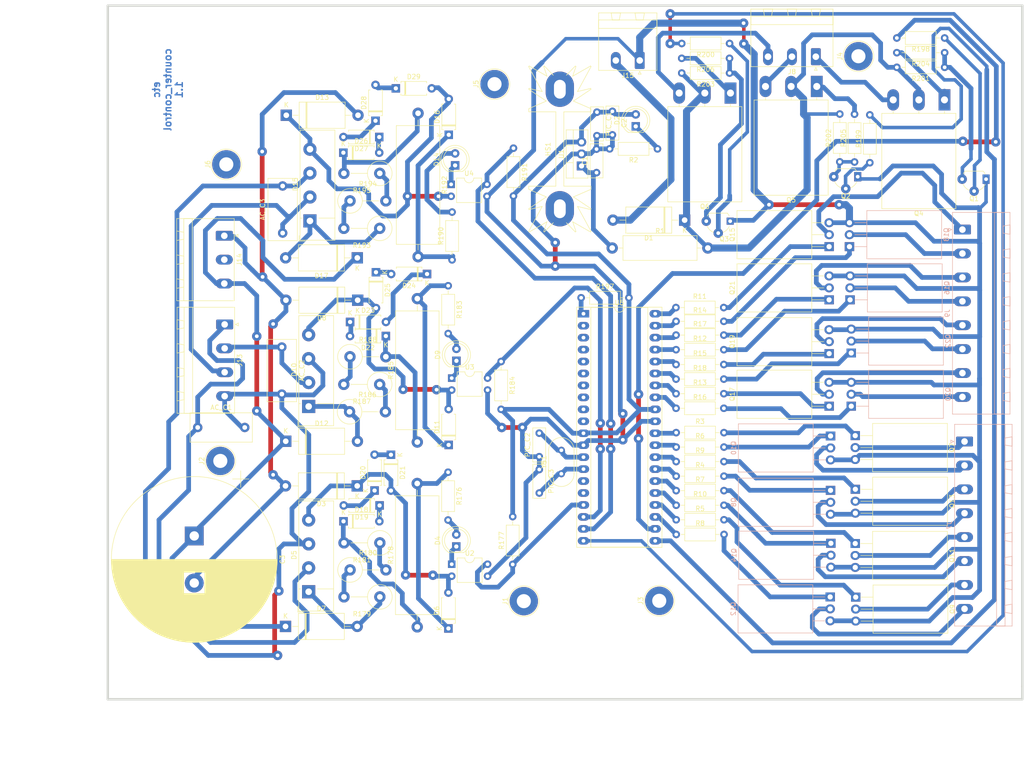
<source format=kicad_pcb>
(kicad_pcb (version 20171130) (host pcbnew "(5.1.6)-1")
  (layers (0 F.Cu signal) (31 B.Cu signal) (34 B.Paste user) (35 F.Paste user) (36 B.SilkS user) (37 F.SilkS user) (38 B.Mask user) (39 F.Mask user) (44 Edge.Cuts user))
  (net 0 "")
  (net 1 /L_R)
  (net 2 /N)
  (net 3 /L_G)
  (net 4 /L_Y)
  (net 5 "Net-(C1-Pad1)")
  (net 6 /GND)
  (net 7 /VCC_5V)
  (net 8 /VDD_12V)
  (net 9 "Net-(D2-Pad1)")
  (net 10 /DC220_-)
  (net 11 "Net-(D4-Pad2)")
  (net 12 "Net-(D4-Pad1)")
  (net 13 "Net-(D6-Pad1)")
  (net 14 /DC220_+)
  (net 15 "Net-(D10-Pad1)")
  (net 16 "Net-(D9-Pad1)")
  (net 17 "Net-(D9-Pad2)")
  (net 18 "Net-(D10-Pad4)")
  (net 19 "Net-(D11-Pad1)")
  (net 20 "Net-(D13-Pad1)")
  (net 21 "Net-(D14-Pad1)")
  (net 22 "Net-(D14-Pad2)")
  (net 23 "Net-(D16-Pad1)")
  (net 24 /V_INPUT_12VDC)
  (net 25 /COM_G_MCU)
  (net 26 /COM_R_MCU)
  (net 27 /COM_Y_MCU)
  (net 28 "Net-(PIC_C2-Pad2)")
  (net 29 "Net-(PIC_C3-Pad2)")
  (net 30 "Net-(Q1-Pad2)")
  (net 31 "Net-(Q1-Pad3)")
  (net 32 "Net-(Q2-Pad3)")
  (net 33 "Net-(Q2-Pad2)")
  (net 34 "Net-(Q3-Pad2)")
  (net 35 "Net-(Q3-Pad3)")
  (net 36 "Net-(Q4-Pad1)")
  (net 37 "Net-(Q5-Pad1)")
  (net 38 "Net-(Q6-Pad1)")
  (net 39 /I-P_signal_R)
  (net 40 "Net-(R179-Pad2)")
  (net 41 /I-P_signal_G)
  (net 42 "Net-(R186-Pad2)")
  (net 43 /I-P_signal_Y)
  (net 44 "Net-(R193-Pad2)")
  (net 45 "Net-(R197-Pad1)")
  (net 46 /COM_SIGNAL_R)
  (net 47 /COM_SIGNAL_G)
  (net 48 /COM_SIGNAL_Y)
  (net 49 /YELLOW)
  (net 50 /g-tens)
  (net 51 /f-tens)
  (net 52 /e-tens)
  (net 53 /d-tens)
  (net 54 /c-tens)
  (net 55 /b-tens)
  (net 56 /a-tens)
  (net 57 /spare-units)
  (net 58 /g-units)
  (net 59 /f-units)
  (net 60 /e-units)
  (net 61 /d-units)
  (net 62 /c-units)
  (net 63 /b-units)
  (net 64 /a-units)
  (net 65 "Net-(D5-Pad1)")
  (net 66 "Net-(D15-Pad1)")
  (net 67 /YELLOW-t)
  (net 68 /g-tens-t)
  (net 69 /f-tens-t)
  (net 70 /e-tens-t)
  (net 71 /d-tens-t)
  (net 72 /c-tens-t)
  (net 73 /b-tens-t)
  (net 74 /a-tens-t)
  (net 75 /a-units-t)
  (net 76 /b-units-t)
  (net 77 /c-units-t)
  (net 78 /d-units-t)
  (net 79 /e-units-t)
  (net 80 /f-units-t)
  (net 81 /g-units-t)
  (net 82 /spare-units-t)
  (net 83 "Net-(Q7-Pad1)")
  (net 84 "Net-(Q8-Pad1)")
  (net 85 "Net-(Q9-Pad1)")
  (net 86 "Net-(Q10-Pad1)")
  (net 87 "Net-(Q11-Pad1)")
  (net 88 "Net-(Q12-Pad1)")
  (net 89 "Net-(Q13-Pad1)")
  (net 90 "Net-(Q14-Pad1)")
  (net 91 "Net-(Q15-Pad1)")
  (net 92 "Net-(Q16-Pad1)")
  (net 93 "Net-(Q17-Pad1)")
  (net 94 "Net-(Q18-Pad1)")
  (net 95 "Net-(Q19-Pad1)")
  (net 96 "Net-(Q20-Pad1)")
  (net 97 "Net-(Q21-Pad1)")
  (net 98 "Net-(Q22-Pad1)")
  (net 99 "Net-(J1-Pad1)")
  (net 100 "Net-(J2-Pad1)")
  (net 101 "Net-(J3-Pad1)")
  (net 102 "Net-(J4-Pad1)")
  (net 103 "Net-(J5-Pad1)")
  (net 104 "Net-(J6-Pad1)")
  (net 105 "Net-(J14-Pad2)")
  (net 106 "Net-(U5-Pad2)")
  (net 107 "Net-(U5-Pad3)")
  (net 108 "Net-(U5-Pad4)")
  (net 109 "Net-(U5-Pad5)")
  (net 110 "Net-(U5-Pad6)")
  (net 111 "Net-(U5-Pad7)")
  (net 112 "Net-(U5-Pad8)")
  (net 113 "Net-(U5-Pad9)")
  (net 114 "Net-(U5-Pad10)")
  (net 115 "Net-(U5-Pad15)")
  (net 116 "Net-(U5-Pad16)")
  (net 117 "Net-(D21-Pad2)")
  (net 118 "Net-(D18-Pad1)")
  (net 119 "Net-(D18-Pad2)")
  (net 120 "Net-(D19-Pad2)")
  (net 121 "Net-(D20-Pad2)")
  (net 122 "Net-(D22-Pad2)")
  (net 123 "Net-(D22-Pad1)")
  (net 124 "Net-(D23-Pad2)")
  (net 125 "Net-(D24-Pad2)")
  (net 126 "Net-(D26-Pad2)")
  (net 127 "Net-(D26-Pad1)")
  (net 128 "Net-(D27-Pad2)")
  (net 129 "Net-(D28-Pad2)")
  (net 130 "Net-(R180-Pad2)")
  (net 131 "Net-(R187-Pad2)")
  (net 132 "Net-(R194-Pad2)")
  (module Diode_THT:D_A-405_P7.62mm_Horizontal (layer F.Cu) (at 117.032 52.716 180)
    (fp_text reference D27 (at 3.81 -2.47) (layer F.SilkS))
    (fp_text value D_Zener_18v/1w)
    (fp_text user K (at 0 -1.9) (layer F.SilkS))
    (pad 2 thru_hole oval (at 7.62 0 180) (size 1.8 1.8) (drill 0.9) (layers *.Cu *.Mask) (net 128 "Net-(D27-Pad2)"))
    (pad 1 thru_hole rect (at 0 0 180) (size 1.8 1.8) (drill 0.9) (layers *.Cu *.Mask) (net 126 "Net-(D26-Pad2)"))
  )
  (module Package_TO_SOT_THT:TO-3P-3_Horizontal_TabDown (layer F.Cu) (at 210.002 41.971 180)
    (fp_text reference Q5 (at 5.45 -24.12) (layer F.SilkS))
    (fp_text value TIP147)
    (pad "" np_thru_hole oval (at 5.45 -18.8 180) (size 3.4 3.4) (drill 3.4) (layers *.Cu *.Mask))
    (pad 1 thru_hole rect (at 0 0 180) (size 2.5 4.5) (drill 1.5) (layers *.Cu *.Mask) (net 37 "Net-(Q5-Pad1)"))
    (pad 2 thru_hole oval (at 5.45 0 180) (size 2.5 4.5) (drill 1.5) (layers *.Cu *.Mask) (net 8 /VDD_12V))
    (pad 3 thru_hole oval (at 10.9 0 180) (size 2.5 4.5) (drill 1.5) (layers *.Cu *.Mask) (net 25 /COM_G_MCU))
  )
  (module Package_TO_SOT_THT:TO-92L_Wide (layer F.Cu) (at 191.602 70.596 180)
    (fp_text reference Q3 (at 1.27 -3.8) (layer F.SilkS))
    (fp_text value 2N2222)
    (pad 1 thru_hole rect (at 0 0 270) (size 1.5 1.5) (drill 0.8) (layers *.Cu *.Mask) (net 6 /GND))
    (pad 3 thru_hole circle (at 5.08 0 270) (size 2 2) (drill 0.8) (layers *.Cu *.Mask) (net 35 "Net-(Q3-Pad3)"))
    (pad 2 thru_hole circle (at 2.54 -2.54 270) (size 2 2) (drill 0.8) (layers *.Cu *.Mask) (net 34 "Net-(Q3-Pad2)"))
  )
  (module Package_DIP:DIP-4_W7.62mm (layer F.Cu) (at 132.427 143.496)
    (fp_text reference U2 (at 3.81 -2.33) (layer F.SilkS))
    (fp_text value PC817)
    (pad 4 thru_hole oval (at 7.62 0) (size 1.6 1.6) (drill 0.8) (layers *.Cu *.Mask) (net 39 /I-P_signal_R))
    (pad 2 thru_hole oval (at 0 2.54) (size 1.6 1.6) (drill 0.8) (layers *.Cu *.Mask) (net 117 "Net-(D21-Pad2)"))
    (pad 3 thru_hole oval (at 7.62 2.54) (size 1.6 1.6) (drill 0.8) (layers *.Cu *.Mask) (net 6 /GND))
    (pad 1 thru_hole rect (at 0 0) (size 1.6 1.6) (drill 0.8) (layers *.Cu *.Mask) (net 12 "Net-(D4-Pad1)"))
  )
  (module Resistor_THT:R_Axial_Power_L25.0mm_W9.0mm_P30.48mm (layer F.Cu) (at 125.097 156.816 90)
    (fp_text reference R178 (at 15.24 -5.62 90) (layer F.SilkS))
    (fp_text value 22k/3w-20k/1w)
    (pad 2 thru_hole oval (at 30.48 0 90) (size 2.4 2.4) (drill 1.2) (layers *.Cu *.Mask) (net 13 "Net-(D6-Pad1)"))
    (pad 1 thru_hole circle (at 0 0 90) (size 2.4 2.4) (drill 1.2) (layers *.Cu *.Mask) (net 118 "Net-(D18-Pad1)"))
  )
  (module Resistor_THT:R_Axial_Power_L25.0mm_W9.0mm_P30.48mm (layer F.Cu) (at 125.117 117.536 90)
    (fp_text reference R185 (at 15.24 -5.62 90) (layer F.SilkS))
    (fp_text value 22k/3w-20k/1w)
    (pad 1 thru_hole circle (at 0 0 90) (size 2.4 2.4) (drill 1.2) (layers *.Cu *.Mask) (net 123 "Net-(D22-Pad1)"))
    (pad 2 thru_hole oval (at 30.48 0 90) (size 2.4 2.4) (drill 1.2) (layers *.Cu *.Mask) (net 19 "Net-(D11-Pad1)"))
  )
  (module Diode_THT:D_A-405_P7.62mm_Horizontal (layer F.Cu) (at 131.802 52.246 90)
    (fp_text reference D16 (at 3.81 -2.47 90) (layer F.SilkS))
    (fp_text value D_Zener_16v)
    (fp_text user K (at 0 -1.9 90) (layer F.SilkS))
    (pad 2 thru_hole oval (at 7.62 0 90) (size 1.8 1.8) (drill 0.9) (layers *.Cu *.Mask) (net 20 "Net-(D13-Pad1)"))
    (pad 1 thru_hole rect (at 0 0 90) (size 1.8 1.8) (drill 0.9) (layers *.Cu *.Mask) (net 23 "Net-(D16-Pad1)"))
  )
  (module Package_TO_SOT_THT:TO-3P-3_Horizontal_TabDown (layer F.Cu) (at 237.1405 44.8185 180)
    (fp_text reference Q4 (at 5.45 -24.12) (layer F.SilkS))
    (fp_text value TIP147)
    (pad 3 thru_hole oval (at 10.9 0 180) (size 2.5 4.5) (drill 1.5) (layers *.Cu *.Mask) (net 26 /COM_R_MCU))
    (pad 2 thru_hole oval (at 5.45 0 180) (size 2.5 4.5) (drill 1.5) (layers *.Cu *.Mask) (net 8 /VDD_12V))
    (pad 1 thru_hole rect (at 0 0 180) (size 2.5 4.5) (drill 1.5) (layers *.Cu *.Mask) (net 36 "Net-(Q4-Pad1)"))
    (pad "" np_thru_hole oval (at 5.45 -18.8 180) (size 3.4 3.4) (drill 3.4) (layers *.Cu *.Mask))
  )
  (module Resistor_THT:R_Axial_DIN0207_L6.3mm_D2.5mm_P10.16mm_Horizontal (layer F.Cu) (at 237.1745 37.9025 180)
    (fp_text reference R201 (at 5.08 -2.37) (layer F.SilkS))
    (fp_text value 10K)
    (pad 2 thru_hole oval (at 10.16 0 180) (size 1.6 1.6) (drill 0.8) (layers *.Cu *.Mask) (net 8 /VDD_12V))
    (pad 1 thru_hole circle (at 0 0 180) (size 1.6 1.6) (drill 0.8) (layers *.Cu *.Mask) (net 31 "Net-(Q1-Pad3)"))
  )
  (module TestPoint:TestPoint_Plated_Hole_D5.0mm (layer F.Cu) (at 218.852 35.546 90)
    (fp_text reference J4 (at 0 -3.948 90) (layer F.SilkS))
    (fp_text value Screw_Terminal_01x01)
    (pad 1 thru_hole circle (at 0 0 90) (size 6 6) (drill 3) (layers *.Cu *.Mask) (net 102 "Net-(J4-Pad1)"))
  )
  (module Connector_Phoenix_MSTB:PhoenixContact_MSTBA_2,5_3-G-5,08_1x03_P5.08mm_Horizontal (layer F.Cu) (at 209.802 35.646 180)
    (fp_text reference J8 (at 5.08 -3.2) (layer F.SilkS))
    (fp_text value Screw_Terminal_01x03)
    (pad 1 thru_hole roundrect (at 0 0 180) (size 2.08 3.6) (drill 1.4) (layers *.Cu *.Mask) (roundrect_rratio 0.120192) (net 26 /COM_R_MCU))
    (pad 2 thru_hole oval (at 5.08 0 180) (size 2.08 3.6) (drill 1.4) (layers *.Cu *.Mask) (net 25 /COM_G_MCU))
    (pad 3 thru_hole oval (at 10.16 0 180) (size 2.08 3.6) (drill 1.4) (layers *.Cu *.Mask) (net 27 /COM_Y_MCU))
  )
  (module Resistor_THT:R_Axial_DIN0207_L6.3mm_D2.5mm_P10.16mm_Horizontal (layer F.Cu) (at 237.1745 31.6725 180)
    (fp_text reference R198 (at 5.08 -2.37) (layer F.SilkS))
    (fp_text value 1K)
    (pad 1 thru_hole circle (at 0 0 180) (size 1.6 1.6) (drill 0.8) (layers *.Cu *.Mask) (net 30 "Net-(Q1-Pad2)"))
    (pad 2 thru_hole oval (at 10.16 0 180) (size 1.6 1.6) (drill 0.8) (layers *.Cu *.Mask) (net 46 /COM_SIGNAL_R))
  )
  (module Resistor_THT:R_Axial_DIN0207_L6.3mm_D2.5mm_P10.16mm_Horizontal (layer F.Cu) (at 221.2755 58.1735 90)
    (fp_text reference R199 (at 5.08 -2.37 90) (layer F.SilkS))
    (fp_text value 1K)
    (pad 1 thru_hole circle (at 0 0 90) (size 1.6 1.6) (drill 0.8) (layers *.Cu *.Mask) (net 33 "Net-(Q2-Pad2)"))
    (pad 2 thru_hole oval (at 10.16 0 90) (size 1.6 1.6) (drill 0.8) (layers *.Cu *.Mask) (net 47 /COM_SIGNAL_G))
  )
  (module Resistor_THT:R_Axial_DIN0207_L6.3mm_D2.5mm_P10.16mm_Horizontal (layer F.Cu) (at 214.8955 57.9935 90)
    (fp_text reference R202 (at 5.08 -2.37 90) (layer F.SilkS))
    (fp_text value 10K)
    (pad 1 thru_hole circle (at 0 0 90) (size 1.6 1.6) (drill 0.8) (layers *.Cu *.Mask) (net 32 "Net-(Q2-Pad3)"))
    (pad 2 thru_hole oval (at 10.16 0 90) (size 1.6 1.6) (drill 0.8) (layers *.Cu *.Mask) (net 8 /VDD_12V))
  )
  (module Resistor_THT:R_Axial_DIN0207_L6.3mm_D2.5mm_P10.16mm_Horizontal (layer F.Cu) (at 237.1745 34.7925 180)
    (fp_text reference R204 (at 5.08 -2.37) (layer F.SilkS))
    (fp_text value 332R)
    (pad 1 thru_hole circle (at 0 0 180) (size 1.6 1.6) (drill 0.8) (layers *.Cu *.Mask) (net 31 "Net-(Q1-Pad3)"))
    (pad 2 thru_hole oval (at 10.16 0 180) (size 1.6 1.6) (drill 0.8) (layers *.Cu *.Mask) (net 36 "Net-(Q4-Pad1)"))
  )
  (module Resistor_THT:R_Axial_DIN0207_L6.3mm_D2.5mm_P10.16mm_Horizontal (layer F.Cu) (at 218.0255 58.0235 90)
    (fp_text reference R205 (at 5.08 -2.37 90) (layer F.SilkS))
    (fp_text value 332R)
    (pad 2 thru_hole oval (at 10.16 0 90) (size 1.6 1.6) (drill 0.8) (layers *.Cu *.Mask) (net 37 "Net-(Q5-Pad1)"))
    (pad 1 thru_hole circle (at 0 0 90) (size 1.6 1.6) (drill 0.8) (layers *.Cu *.Mask) (net 32 "Net-(Q2-Pad3)"))
  )
  (module Package_TO_SOT_THT:TO-3P-3_Horizontal_TabDown (layer F.Cu) (at 191.6605 43.3735 180)
    (fp_text reference Q6 (at 5.45 -24.12) (layer F.SilkS))
    (fp_text value TIP147)
    (pad "" np_thru_hole oval (at 5.45 -18.8 180) (size 3.4 3.4) (drill 3.4) (layers *.Cu *.Mask))
    (pad 1 thru_hole rect (at 0 0 180) (size 2.5 4.5) (drill 1.5) (layers *.Cu *.Mask) (net 38 "Net-(Q6-Pad1)"))
    (pad 2 thru_hole oval (at 5.45 0 180) (size 2.5 4.5) (drill 1.5) (layers *.Cu *.Mask) (net 8 /VDD_12V))
    (pad 3 thru_hole oval (at 10.9 0 180) (size 2.5 4.5) (drill 1.5) (layers *.Cu *.Mask) (net 27 /COM_Y_MCU))
  )
  (module Resistor_THT:R_Axial_DIN0207_L6.3mm_D2.5mm_P10.16mm_Horizontal (layer F.Cu) (at 191.4695 39.1225 180)
    (fp_text reference R203 (at 5.08 -2.37) (layer F.SilkS))
    (fp_text value 10K)
    (pad 1 thru_hole circle (at 0 0 180) (size 1.6 1.6) (drill 0.8) (layers *.Cu *.Mask) (net 35 "Net-(Q3-Pad3)"))
    (pad 2 thru_hole oval (at 10.16 0 180) (size 1.6 1.6) (drill 0.8) (layers *.Cu *.Mask) (net 8 /VDD_12V))
  )
  (module Resistor_THT:R_Axial_DIN0207_L6.3mm_D2.5mm_P10.16mm_Horizontal (layer F.Cu) (at 191.4595 35.9925 180)
    (fp_text reference R206 (at 5.08 -2.37) (layer F.SilkS))
    (fp_text value 332R)
    (pad 1 thru_hole circle (at 0 0 180) (size 1.6 1.6) (drill 0.8) (layers *.Cu *.Mask) (net 35 "Net-(Q3-Pad3)"))
    (pad 2 thru_hole oval (at 10.16 0 180) (size 1.6 1.6) (drill 0.8) (layers *.Cu *.Mask) (net 38 "Net-(Q6-Pad1)"))
  )
  (module Resistor_THT:R_Axial_DIN0207_L6.3mm_D2.5mm_P10.16mm_Horizontal (layer F.Cu) (at 191.4695 32.8425 180)
    (fp_text reference R200 (at 5.08 -2.37) (layer F.SilkS))
    (fp_text value 1K)
    (pad 1 thru_hole circle (at 0 0 180) (size 1.6 1.6) (drill 0.8) (layers *.Cu *.Mask) (net 34 "Net-(Q3-Pad2)"))
    (pad 2 thru_hole oval (at 10.16 0 180) (size 1.6 1.6) (drill 0.8) (layers *.Cu *.Mask) (net 48 /COM_SIGNAL_Y))
  )
  (module counter-sema-lens30c:TO-220-3_Horizontal_TabDown (layer F.Cu) (at 218.177 116.171 270)
    (fp_text reference Q7 (at 2.54 -20.58 270) (layer F.SilkS))
    (fp_text value TIP41C)
    (pad 1 thru_hole rect (at 0 0 270) (size 1.905 2) (drill 1.1) (layers *.Cu *.Mask) (net 83 "Net-(Q7-Pad1)"))
    (pad 2 thru_hole oval (at 2.54 0 270) (size 1.905 2) (drill 1.1) (layers *.Cu *.Mask) (net 74 /a-tens-t))
    (pad 3 thru_hole oval (at 5.08 0 270) (size 1.905 2) (drill 1.1) (layers *.Cu *.Mask) (net 6 /GND))
  )
  (module counter-sema-lens30c:TO-220-3_Horizontal_TabDown (layer B.Cu) (at 217.076 87.311 90)
    (fp_text reference Q16 (at 2.54 20.58 270) (layer B.SilkS) (effects (justify mirror)))
    (fp_text value TIP41C)
    (pad 1 thru_hole rect (at 0 0 90) (size 1.905 2) (drill 1.1) (layers *.Cu *.Mask) (net 92 "Net-(Q16-Pad1)"))
    (pad 2 thru_hole oval (at 2.54 0 90) (size 1.905 2) (drill 1.1) (layers *.Cu *.Mask) (net 78 /d-units-t))
    (pad 3 thru_hole oval (at 5.08 0 90) (size 1.905 2) (drill 1.1) (layers *.Cu *.Mask) (net 6 /GND))
  )
  (module counter-sema-lens30c:TO-220-3_Horizontal_TabDown (layer B.Cu) (at 217.33 109.917 90)
    (fp_text reference Q20 (at 2.54 20.58 90) (layer B.SilkS) (effects (justify mirror)))
    (fp_text value TIP41C)
    (pad 1 thru_hole rect (at 0 0 90) (size 1.905 2) (drill 1.1) (layers *.Cu *.Mask) (net 96 "Net-(Q20-Pad1)"))
    (pad 2 thru_hole oval (at 2.54 0 90) (size 1.905 2) (drill 1.1) (layers *.Cu *.Mask) (net 82 /spare-units-t))
    (pad 3 thru_hole oval (at 5.08 0 90) (size 1.905 2) (drill 1.1) (layers *.Cu *.Mask) (net 6 /GND))
  )
  (module counter-sema-lens30c:TO-220-3_Horizontal_TabDown (layer F.Cu) (at 212.631 87.311 90)
    (fp_text reference Q21 (at 2.54 -20.58 90) (layer F.SilkS))
    (fp_text value TIP41C)
    (pad 1 thru_hole rect (at 0 0 90) (size 1.905 2) (drill 1.1) (layers *.Cu *.Mask) (net 97 "Net-(Q21-Pad1)"))
    (pad 2 thru_hole oval (at 2.54 0 90) (size 1.905 2) (drill 1.1) (layers *.Cu *.Mask) (net 77 /c-units-t))
    (pad 3 thru_hole oval (at 5.08 0 90) (size 1.905 2) (drill 1.1) (layers *.Cu *.Mask) (net 6 /GND))
  )
  (module counter-sema-lens30c:TO-220-3_Horizontal_TabDown (layer F.Cu) (at 212.631 109.917 90)
    (fp_text reference Q17 (at 2.54 -20.58 90) (layer F.SilkS))
    (fp_text value TIP41C)
    (pad 1 thru_hole rect (at 0 0 90) (size 1.905 2) (drill 1.1) (layers *.Cu *.Mask) (net 93 "Net-(Q17-Pad1)"))
    (pad 2 thru_hole oval (at 2.54 0 90) (size 1.905 2) (drill 1.1) (layers *.Cu *.Mask) (net 81 /g-units-t))
    (pad 3 thru_hole oval (at 5.08 0 90) (size 1.905 2) (drill 1.1) (layers *.Cu *.Mask) (net 6 /GND))
  )
  (module counter-sema-lens30c:TO-220-3_Horizontal_TabDown (layer B.Cu) (at 212.927 127.796 270)
    (fp_text reference Q8 (at 2.54 20.58 270) (layer B.SilkS) (effects (justify mirror)))
    (fp_text value TIP41C)
    (pad 1 thru_hole rect (at 0 0 270) (size 1.905 2) (drill 1.1) (layers *.Cu *.Mask) (net 84 "Net-(Q8-Pad1)"))
    (pad 2 thru_hole oval (at 2.54 0 270) (size 1.905 2) (drill 1.1) (layers *.Cu *.Mask) (net 71 /d-tens-t))
    (pad 3 thru_hole oval (at 5.08 0 270) (size 1.905 2) (drill 1.1) (layers *.Cu *.Mask) (net 6 /GND))
  )
  (module counter-sema-lens30c:TO-220-3_Horizontal_TabDown (layer F.Cu) (at 218.277 150.496 270)
    (fp_text reference Q9 (at 2.54 -20.58 270) (layer F.SilkS))
    (fp_text value TIP41C)
    (pad 1 thru_hole rect (at 0 0 270) (size 1.905 2) (drill 1.1) (layers *.Cu *.Mask) (net 85 "Net-(Q9-Pad1)"))
    (pad 2 thru_hole oval (at 2.54 0 270) (size 1.905 2) (drill 1.1) (layers *.Cu *.Mask) (net 68 /g-tens-t))
    (pad 3 thru_hole oval (at 5.08 0 270) (size 1.905 2) (drill 1.1) (layers *.Cu *.Mask) (net 6 /GND))
  )
  (module counter-sema-lens30c:TO-220-3_Horizontal_TabDown (layer B.Cu) (at 212.927 116.246 270)
    (fp_text reference Q10 (at 2.54 20.58 90) (layer B.SilkS) (effects (justify mirror)))
    (fp_text value TIP41C)
    (pad 1 thru_hole rect (at 0 0 270) (size 1.905 2) (drill 1.1) (layers *.Cu *.Mask) (net 86 "Net-(Q10-Pad1)"))
    (pad 2 thru_hole oval (at 2.54 0 270) (size 1.905 2) (drill 1.1) (layers *.Cu *.Mask) (net 73 /b-tens-t))
    (pad 3 thru_hole oval (at 5.08 0 270) (size 1.905 2) (drill 1.1) (layers *.Cu *.Mask) (net 6 /GND))
  )
  (module counter-sema-lens30c:TO-220-3_Horizontal_TabDown (layer F.Cu) (at 218.177 139.096 270)
    (fp_text reference Q11 (at 2.54 -20.58 270) (layer F.SilkS))
    (fp_text value TIP41C)
    (pad 1 thru_hole rect (at 0 0 270) (size 1.905 2) (drill 1.1) (layers *.Cu *.Mask) (net 87 "Net-(Q11-Pad1)"))
    (pad 2 thru_hole oval (at 2.54 0 270) (size 1.905 2) (drill 1.1) (layers *.Cu *.Mask) (net 70 /e-tens-t))
    (pad 3 thru_hole oval (at 5.08 0 270) (size 1.905 2) (drill 1.1) (layers *.Cu *.Mask) (net 6 /GND))
  )
  (module counter-sema-lens30c:TO-220-3_Horizontal_TabDown (layer B.Cu) (at 212.852 150.446 270)
    (fp_text reference Q12 (at 2.54 20.58 270) (layer B.SilkS) (effects (justify mirror)))
    (fp_text value TIP41C)
    (pad 1 thru_hole rect (at 0 0 270) (size 1.905 2) (drill 1.1) (layers *.Cu *.Mask) (net 88 "Net-(Q12-Pad1)"))
    (pad 2 thru_hole oval (at 2.54 0 270) (size 1.905 2) (drill 1.1) (layers *.Cu *.Mask) (net 67 /YELLOW-t))
    (pad 3 thru_hole oval (at 5.08 0 270) (size 1.905 2) (drill 1.1) (layers *.Cu *.Mask) (net 6 /GND))
  )
  (module counter-sema-lens30c:TO-220-3_Horizontal_TabDown (layer F.Cu) (at 218.202 127.571 270)
    (fp_text reference Q13 (at 2.54 -20.58 270) (layer F.SilkS))
    (fp_text value TIP41C)
    (pad 1 thru_hole rect (at 0 0 270) (size 1.905 2) (drill 1.1) (layers *.Cu *.Mask) (net 89 "Net-(Q13-Pad1)"))
    (pad 2 thru_hole oval (at 2.54 0 270) (size 1.905 2) (drill 1.1) (layers *.Cu *.Mask) (net 72 /c-tens-t))
    (pad 3 thru_hole oval (at 5.08 0 270) (size 1.905 2) (drill 1.1) (layers *.Cu *.Mask) (net 6 /GND))
  )
  (module counter-sema-lens30c:TO-220-3_Horizontal_TabDown (layer B.Cu) (at 213.002 139.046 270)
    (fp_text reference Q14 (at 2.54 20.58 270) (layer B.SilkS) (effects (justify mirror)))
    (fp_text value TIP41C)
    (pad 1 thru_hole rect (at 0 0 270) (size 1.905 2) (drill 1.1) (layers *.Cu *.Mask) (net 90 "Net-(Q14-Pad1)"))
    (pad 2 thru_hole oval (at 2.54 0 270) (size 1.905 2) (drill 1.1) (layers *.Cu *.Mask) (net 69 /f-tens-t))
    (pad 3 thru_hole oval (at 5.08 0 270) (size 1.905 2) (drill 1.1) (layers *.Cu *.Mask) (net 6 /GND))
  )
  (module counter-sema-lens30c:TO-220-3_Horizontal_TabDown (layer F.Cu) (at 212.631 76.008 90)
    (fp_text reference Q15 (at 2.54 -20.58 90) (layer F.SilkS))
    (fp_text value TIP41C)
    (pad 1 thru_hole rect (at 0 0 90) (size 1.905 2) (drill 1.1) (layers *.Cu *.Mask) (net 91 "Net-(Q15-Pad1)"))
    (pad 2 thru_hole oval (at 2.54 0 90) (size 1.905 2) (drill 1.1) (layers *.Cu *.Mask) (net 75 /a-units-t))
    (pad 3 thru_hole oval (at 5.08 0 90) (size 1.905 2) (drill 1.1) (layers *.Cu *.Mask) (net 6 /GND))
  )
  (module counter-sema-lens30c:TO-220-3_Horizontal_TabDown (layer B.Cu) (at 216.949 76.008 90)
    (fp_text reference Q18 (at 2.54 20.58 90) (layer B.SilkS) (effects (justify mirror)))
    (fp_text value TIP41C)
    (pad 1 thru_hole rect (at 0 0 90) (size 1.905 2) (drill 1.1) (layers *.Cu *.Mask) (net 94 "Net-(Q18-Pad1)"))
    (pad 2 thru_hole oval (at 2.54 0 90) (size 1.905 2) (drill 1.1) (layers *.Cu *.Mask) (net 76 /b-units-t))
    (pad 3 thru_hole oval (at 5.08 0 90) (size 1.905 2) (drill 1.1) (layers *.Cu *.Mask) (net 6 /GND))
  )
  (module counter-sema-lens30c:TO-220-3_Horizontal_TabDown (layer F.Cu) (at 212.631 98.741 90)
    (fp_text reference Q19 (at 2.54 -20.58 270) (layer F.SilkS))
    (fp_text value TIP41C)
    (pad 1 thru_hole rect (at 0 0 90) (size 1.905 2) (drill 1.1) (layers *.Cu *.Mask) (net 95 "Net-(Q19-Pad1)"))
    (pad 2 thru_hole oval (at 2.54 0 90) (size 1.905 2) (drill 1.1) (layers *.Cu *.Mask) (net 79 /e-units-t))
    (pad 3 thru_hole oval (at 5.08 0 90) (size 1.905 2) (drill 1.1) (layers *.Cu *.Mask) (net 6 /GND))
  )
  (module counter-sema-lens30c:TO-220-3_Horizontal_TabDown (layer B.Cu) (at 217.33 98.614 90)
    (fp_text reference Q22 (at 2.54 20.58 270) (layer B.SilkS) (effects (justify mirror)))
    (fp_text value TIP41C)
    (pad 1 thru_hole rect (at 0 0 90) (size 1.905 2) (drill 1.1) (layers *.Cu *.Mask) (net 98 "Net-(Q22-Pad1)"))
    (pad 2 thru_hole oval (at 2.54 0 90) (size 1.905 2) (drill 1.1) (layers *.Cu *.Mask) (net 80 /f-units-t))
    (pad 3 thru_hole oval (at 5.08 0 90) (size 1.905 2) (drill 1.1) (layers *.Cu *.Mask) (net 6 /GND))
  )
  (module Resistor_THT:R_Axial_DIN0207_L6.3mm_D2.5mm_P10.16mm_Horizontal (layer F.Cu) (at 180.072 88.956)
    (fp_text reference R11 (at 5.08 -2.37) (layer F.SilkS))
    (fp_text value 1K)
    (pad 2 thru_hole oval (at 10.16 0) (size 1.6 1.6) (drill 0.8) (layers *.Cu *.Mask) (net 91 "Net-(Q15-Pad1)"))
    (pad 1 thru_hole circle (at 0 0) (size 1.6 1.6) (drill 0.8) (layers *.Cu *.Mask) (net 64 /a-units))
  )
  (module Diode_THT:Diode_Bridge_Vishay_KBU (layer F.Cu) (at 102.027 109.971 90)
    (fp_text reference D10 (at 7.8 -3.1 90) (layer F.SilkS))
    (fp_text value KBU808)
    (pad 1 thru_hole rect (at 0 0 90) (size 2.8 2.8) (drill 1.4) (layers *.Cu *.Mask) (net 15 "Net-(D10-Pad1)"))
    (pad 2 thru_hole circle (at 5.08 0 90) (size 2.8 2.8) (drill 1.4) (layers *.Cu *.Mask) (net 3 /L_G))
    (pad 3 thru_hole circle (at 10.16 0 90) (size 2.8 2.8) (drill 1.4) (layers *.Cu *.Mask) (net 2 /N))
    (pad 4 thru_hole circle (at 15.24 0 90) (size 2.8 2.8) (drill 1.4) (layers *.Cu *.Mask) (net 18 "Net-(D10-Pad4)"))
  )
  (module Diode_THT:Diode_Bridge_Vishay_KBU (layer F.Cu) (at 102.302 70.546 90)
    (fp_text reference D15 (at 7.8 -3.1 90) (layer F.SilkS))
    (fp_text value KBU808)
    (pad 4 thru_hole circle (at 15.24 0 90) (size 2.8 2.8) (drill 1.4) (layers *.Cu *.Mask) (net 20 "Net-(D13-Pad1)"))
    (pad 3 thru_hole circle (at 10.16 0 90) (size 2.8 2.8) (drill 1.4) (layers *.Cu *.Mask) (net 2 /N))
    (pad 2 thru_hole circle (at 5.08 0 90) (size 2.8 2.8) (drill 1.4) (layers *.Cu *.Mask) (net 4 /L_Y))
    (pad 1 thru_hole rect (at 0 0 90) (size 2.8 2.8) (drill 1.4) (layers *.Cu *.Mask) (net 66 "Net-(D15-Pad1)"))
  )
  (module Diode_THT:D_DO-27_P15.24mm_Horizontal (layer F.Cu) (at 112.347 126.856 180)
    (fp_text reference D3 (at 7.62 -3.785) (layer F.SilkS))
    (fp_text value 5408/3A)
    (fp_text user K (at 0 -2.2) (layer F.SilkS))
    (pad 2 thru_hole oval (at 15.24 0 180) (size 2.4 2.4) (drill 1.2) (layers *.Cu *.Mask) (net 10 /DC220_-))
    (pad 1 thru_hole rect (at 0 0 180) (size 2.4 2.4) (drill 1.2) (layers *.Cu *.Mask) (net 117 "Net-(D21-Pad2)"))
  )
  (module Resistor_THT:R_Axial_DIN0207_L6.3mm_D2.5mm_P10.16mm_Horizontal (layer F.Cu) (at 145.387 143.536 90)
    (fp_text reference R177 (at 5.08 -2.37 90) (layer F.SilkS))
    (fp_text value 10K)
    (pad 1 thru_hole circle (at 0 0 90) (size 1.6 1.6) (drill 0.8) (layers *.Cu *.Mask) (net 39 /I-P_signal_R))
    (pad 2 thru_hole oval (at 10.16 0 90) (size 1.6 1.6) (drill 0.8) (layers *.Cu *.Mask) (net 7 /VCC_5V))
  )
  (module Diode_THT:Diode_Bridge_Vishay_KBU (layer F.Cu) (at 102.027 149.346 90)
    (fp_text reference D5 (at 7.8 -3.1 90) (layer F.SilkS))
    (fp_text value KBU808)
    (pad 4 thru_hole circle (at 15.24 0 90) (size 2.8 2.8) (drill 1.4) (layers *.Cu *.Mask) (net 117 "Net-(D21-Pad2)"))
    (pad 3 thru_hole circle (at 10.16 0 90) (size 2.8 2.8) (drill 1.4) (layers *.Cu *.Mask) (net 2 /N))
    (pad 2 thru_hole circle (at 5.08 0 90) (size 2.8 2.8) (drill 1.4) (layers *.Cu *.Mask) (net 1 /L_R))
    (pad 1 thru_hole rect (at 0 0 90) (size 2.8 2.8) (drill 1.4) (layers *.Cu *.Mask) (net 65 "Net-(D5-Pad1)"))
  )
  (module Capacitor_THT:C_Disc_D7.0mm_W2.5mm_P5.00mm (layer F.Cu) (at 151.027 120.646 90)
    (fp_text reference PIC_C2 (at 2.5 -2.5 90) (layer F.SilkS))
    (fp_text value 22p\25V)
    (pad 2 thru_hole circle (at 5 0 90) (size 1.6 1.6) (drill 0.8) (layers *.Cu *.Mask) (net 28 "Net-(PIC_C2-Pad2)"))
    (pad 1 thru_hole circle (at 0 0 90) (size 1.6 1.6) (drill 0.8) (layers *.Cu *.Mask) (net 6 /GND))
  )
  (module Capacitor_THT:C_Disc_D7.0mm_W2.5mm_P5.00mm (layer F.Cu) (at 151.037 123.366 270)
    (fp_text reference PIC_C3 (at 2.5 -2.5 90) (layer F.SilkS))
    (fp_text value 22p\25V)
    (pad 1 thru_hole circle (at 0 0 270) (size 1.6 1.6) (drill 0.8) (layers *.Cu *.Mask) (net 6 /GND))
    (pad 2 thru_hole circle (at 5 0 270) (size 1.6 1.6) (drill 0.8) (layers *.Cu *.Mask) (net 29 "Net-(PIC_C3-Pad2)"))
  )
  (module Crystal:Resonator-2Pin_W10.0mm_H5.0mm (layer F.Cu) (at 155.727 124.276 90)
    (fp_text reference Y51 (at 2.5 -3.7 90) (layer F.SilkS))
    (fp_text value Crystal_Small)
    (pad 1 thru_hole circle (at 0 0 90) (size 1.5 1.5) (drill 0.8) (layers *.Cu *.Mask) (net 29 "Net-(PIC_C3-Pad2)"))
    (pad 2 thru_hole circle (at 5 0 90) (size 1.5 1.5) (drill 0.8) (layers *.Cu *.Mask) (net 28 "Net-(PIC_C2-Pad2)"))
  )
  (module Capacitor_THT:C_Disc_D7.0mm_W2.5mm_P5.00mm (layer F.Cu) (at 163.292 47.431 270)
    (fp_text reference PIC_C1 (at 2.5 -2.5 90) (layer F.SilkS))
    (fp_text value 104\25V)
    (pad 1 thru_hole circle (at 0 0 270) (size 1.6 1.6) (drill 0.8) (layers *.Cu *.Mask) (net 7 /VCC_5V))
    (pad 2 thru_hole circle (at 5 0 270) (size 1.6 1.6) (drill 0.8) (layers *.Cu *.Mask) (net 6 /GND))
  )
  (module Diode_THT:D_DO-27_P15.24mm_Horizontal (layer F.Cu) (at 181.922 70.371 180)
    (fp_text reference D1 (at 7.62 -3.785) (layer F.SilkS))
    (fp_text value 5408/3A)
    (fp_text user K (at 0 -2.2) (layer F.SilkS))
    (pad 1 thru_hole rect (at 0 0 180) (size 2.4 2.4) (drill 1.2) (layers *.Cu *.Mask) (net 8 /VDD_12V))
    (pad 2 thru_hole oval (at 15.24 0 180) (size 2.4 2.4) (drill 1.2) (layers *.Cu *.Mask) (net 24 /V_INPUT_12VDC))
  )
  (module Resistor_THT:R_Axial_DIN0516_L15.5mm_D5.0mm_P7.62mm_Vertical (layer F.Cu) (at 117.117 105.286 180)
    (fp_text reference R187 (at 3.81 -3.62) (layer F.SilkS))
    (fp_text value 2.2k/2w)
    (pad 2 thru_hole oval (at 7.62 0 180) (size 2.4 2.4) (drill 1.2) (layers *.Cu *.Mask) (net 131 "Net-(R187-Pad2)"))
    (pad 1 thru_hole circle (at 0 0 180) (size 2.4 2.4) (drill 1.2) (layers *.Cu *.Mask) (net 42 "Net-(R186-Pad2)"))
  )
  (module Resistor_THT:R_Axial_DIN0516_L15.5mm_D5.0mm_P20.32mm_Horizontal (layer F.Cu) (at 166.532 76.301)
    (fp_text reference R1 (at 10.16 -3.62) (layer F.SilkS))
    (fp_text value 10R-500mA-3WATT/20R-250mA2-WATT)
    (pad 1 thru_hole circle (at 0 0) (size 2.4 2.4) (drill 1.2) (layers *.Cu *.Mask) (net 5 "Net-(C1-Pad1)"))
    (pad 2 thru_hole oval (at 20.32 0) (size 2.4 2.4) (drill 1.2) (layers *.Cu *.Mask) (net 8 /VDD_12V))
  )
  (module Capacitor_THT:C_Disc_D7.0mm_W2.5mm_P5.00mm (layer F.Cu) (at 163.202 60.281 90)
    (fp_text reference C1 (at 2.5 -2.5 90) (layer F.SilkS))
    (fp_text value .33UF/25V)
    (pad 1 thru_hole circle (at 0 0 90) (size 1.6 1.6) (drill 0.8) (layers *.Cu *.Mask) (net 5 "Net-(C1-Pad1)"))
    (pad 2 thru_hole circle (at 5 0 90) (size 1.6 1.6) (drill 0.8) (layers *.Cu *.Mask) (net 6 /GND))
  )
  (module Capacitor_THT:C_Disc_D7.0mm_W2.5mm_P5.00mm (layer F.Cu) (at 166.572 47.261 270)
    (fp_text reference C2 (at 2.5 -2.5 90) (layer F.SilkS))
    (fp_text value .1UF/25V)
    (pad 2 thru_hole circle (at 5 0 270) (size 1.6 1.6) (drill 0.8) (layers *.Cu *.Mask) (net 6 /GND))
    (pad 1 thru_hole circle (at 0 0 270) (size 1.6 1.6) (drill 0.8) (layers *.Cu *.Mask) (net 7 /VCC_5V))
  )
  (module LED_THT:LED_D5.0mm (layer F.Cu) (at 171.532 50.451 90)
    (fp_text reference D2 (at 1.27 -3.96 90) (layer F.SilkS))
    (fp_text value LED_RED)
    (pad 1 thru_hole rect (at 0 0 90) (size 1.8 1.8) (drill 0.9) (layers *.Cu *.Mask) (net 9 "Net-(D2-Pad1)"))
    (pad 2 thru_hole circle (at 2.54 0 90) (size 1.8 1.8) (drill 0.9) (layers *.Cu *.Mask) (net 7 /VCC_5V))
  )
  (module Resistor_THT:R_Axial_DIN0207_L6.3mm_D2.5mm_P10.16mm_Horizontal (layer F.Cu) (at 176.152 55.231 180)
    (fp_text reference R2 (at 5.08 -2.37) (layer F.SilkS))
    (fp_text value 220R)
    (pad 2 thru_hole oval (at 10.16 0 180) (size 1.6 1.6) (drill 0.8) (layers *.Cu *.Mask) (net 6 /GND))
    (pad 1 thru_hole circle (at 0 0 180) (size 1.6 1.6) (drill 0.8) (layers *.Cu *.Mask) (net 9 "Net-(D2-Pad1)"))
  )
  (module Resistor_THT:R_Axial_DIN0207_L6.3mm_D2.5mm_P10.16mm_Horizontal (layer F.Cu) (at 159.927 86.876)
    (fp_text reference R197 (at 5.08 -2.37) (layer F.SilkS))
    (fp_text value 10K)
    (pad 2 thru_hole oval (at 10.16 0) (size 1.6 1.6) (drill 0.8) (layers *.Cu *.Mask) (net 7 /VCC_5V))
    (pad 1 thru_hole circle (at 0 0) (size 1.6 1.6) (drill 0.8) (layers *.Cu *.Mask) (net 45 "Net-(R197-Pad1)"))
  )
  (module Package_TO_SOT_THT:TO-220-3_Vertical (layer F.Cu) (at 160.012 58.861 90)
    (fp_text reference U1 (at 2.54 -4.27 90) (layer F.SilkS))
    (fp_text value LM7805_TO220)
    (pad 1 thru_hole rect (at 0 0 90) (size 1.905 2) (drill 1.1) (layers *.Cu *.Mask) (net 5 "Net-(C1-Pad1)"))
    (pad 2 thru_hole oval (at 2.54 0 90) (size 1.905 2) (drill 1.1) (layers *.Cu *.Mask) (net 6 /GND))
    (pad 3 thru_hole oval (at 5.08 0 90) (size 1.905 2) (drill 1.1) (layers *.Cu *.Mask) (net 7 /VCC_5V))
  )
  (module Package_DIP:DIP-40_W15.24mm_Socket_LongPads (layer F.Cu) (at 160.427 90.266)
    (fp_text reference U5 (at 7.62 -2.33) (layer F.SilkS))
    (fp_text value PIC16F877A-IP)
    (pad 1 thru_hole rect (at 0 0) (size 2.4 1.6) (drill 0.8) (layers *.Cu *.Mask) (net 45 "Net-(R197-Pad1)"))
    (pad 21 thru_hole oval (at 15.24 48.26) (size 2.4 1.6) (drill 0.8) (layers *.Cu *.Mask) (net 47 /COM_SIGNAL_G))
    (pad 2 thru_hole oval (at 0 2.54) (size 2.4 1.6) (drill 0.8) (layers *.Cu *.Mask) (net 106 "Net-(U5-Pad2)"))
    (pad 22 thru_hole oval (at 15.24 45.72) (size 2.4 1.6) (drill 0.8) (layers *.Cu *.Mask) (net 46 /COM_SIGNAL_R))
    (pad 3 thru_hole oval (at 0 5.08) (size 2.4 1.6) (drill 0.8) (layers *.Cu *.Mask) (net 107 "Net-(U5-Pad3)"))
    (pad 23 thru_hole oval (at 15.24 43.18) (size 2.4 1.6) (drill 0.8) (layers *.Cu *.Mask) (net 49 /YELLOW))
    (pad 4 thru_hole oval (at 0 7.62) (size 2.4 1.6) (drill 0.8) (layers *.Cu *.Mask) (net 108 "Net-(U5-Pad4)"))
    (pad 24 thru_hole oval (at 15.24 40.64) (size 2.4 1.6) (drill 0.8) (layers *.Cu *.Mask) (net 50 /g-tens))
    (pad 5 thru_hole oval (at 0 10.16) (size 2.4 1.6) (drill 0.8) (layers *.Cu *.Mask) (net 109 "Net-(U5-Pad5)"))
    (pad 25 thru_hole oval (at 15.24 38.1) (size 2.4 1.6) (drill 0.8) (layers *.Cu *.Mask) (net 51 /f-tens))
    (pad 6 thru_hole oval (at 0 12.7) (size 2.4 1.6) (drill 0.8) (layers *.Cu *.Mask) (net 110 "Net-(U5-Pad6)"))
    (pad 26 thru_hole oval (at 15.24 35.56) (size 2.4 1.6) (drill 0.8) (layers *.Cu *.Mask) (net 52 /e-tens))
    (pad 7 thru_hole oval (at 0 15.24) (size 2.4 1.6) (drill 0.8) (layers *.Cu *.Mask) (net 111 "Net-(U5-Pad7)"))
    (pad 27 thru_hole oval (at 15.24 33.02) (size 2.4 1.6) (drill 0.8) (layers *.Cu *.Mask) (net 53 /d-tens))
    (pad 8 thru_hole oval (at 0 17.78) (size 2.4 1.6) (drill 0.8) (layers *.Cu *.Mask) (net 112 "Net-(U5-Pad8)"))
    (pad 28 thru_hole oval (at 15.24 30.48) (size 2.4 1.6) (drill 0.8) (layers *.Cu *.Mask) (net 54 /c-tens))
    (pad 9 thru_hole oval (at 0 20.32) (size 2.4 1.6) (drill 0.8) (layers *.Cu *.Mask) (net 113 "Net-(U5-Pad9)"))
    (pad 29 thru_hole oval (at 15.24 27.94) (size 2.4 1.6) (drill 0.8) (layers *.Cu *.Mask) (net 55 /b-tens))
    (pad 10 thru_hole oval (at 0 22.86) (size 2.4 1.6) (drill 0.8) (layers *.Cu *.Mask) (net 114 "Net-(U5-Pad10)"))
    (pad 30 thru_hole oval (at 15.24 25.4) (size 2.4 1.6) (drill 0.8) (layers *.Cu *.Mask) (net 56 /a-tens))
    (pad 11 thru_hole oval (at 0 25.4) (size 2.4 1.6) (drill 0.8) (layers *.Cu *.Mask) (net 7 /VCC_5V))
    (pad 31 thru_hole oval (at 15.24 22.86) (size 2.4 1.6) (drill 0.8) (layers *.Cu *.Mask) (net 6 /GND))
    (pad 12 thru_hole oval (at 0 27.94) (size 2.4 1.6) (drill 0.8) (layers *.Cu *.Mask) (net 6 /GND))
    (pad 32 thru_hole oval (at 15.24 20.32) (size 2.4 1.6) (drill 0.8) (layers *.Cu *.Mask) (net 7 /VCC_5V))
    (pad 13 thru_hole oval (at 0 30.48) (size 2.4 1.6) (drill 0.8) (layers *.Cu *.Mask) (net 28 "Net-(PIC_C2-Pad2)"))
    (pad 33 thru_hole oval (at 15.24 17.78) (size 2.4 1.6) (drill 0.8) (layers *.Cu *.Mask) (net 57 /spare-units))
    (pad 14 thru_hole oval (at 0 33.02) (size 2.4 1.6) (drill 0.8) (layers *.Cu *.Mask) (net 29 "Net-(PIC_C3-Pad2)"))
    (pad 34 thru_hole oval (at 15.24 15.24) (size 2.4 1.6) (drill 0.8) (layers *.Cu *.Mask) (net 58 /g-units))
    (pad 15 thru_hole oval (at 0 35.56) (size 2.4 1.6) (drill 0.8) (layers *.Cu *.Mask) (net 115 "Net-(U5-Pad15)"))
    (pad 35 thru_hole oval (at 15.24 12.7) (size 2.4 1.6) (drill 0.8) (layers *.Cu *.Mask) (net 59 /f-units))
    (pad 16 thru_hole oval (at 0 38.1) (size 2.4 1.6) (drill 0.8) (layers *.Cu *.Mask) (net 116 "Net-(U5-Pad16)"))
    (pad 36 thru_hole oval (at 15.24 10.16) (size 2.4 1.6) (drill 0.8) (layers *.Cu *.Mask) (net 60 /e-units))
    (pad 17 thru_hole oval (at 0 40.64) (size 2.4 1.6) (drill 0.8) (layers *.Cu *.Mask) (net 39 /I-P_signal_R))
    (pad 37 thru_hole oval (at 15.24 7.62) (size 2.4 1.6) (drill 0.8) (layers *.Cu *.Mask) (net 61 /d-units))
    (pad 18 thru_hole oval (at 0 43.18) (size 2.4 1.6) (drill 0.8) (layers *.Cu *.Mask) (net 41 /I-P_signal_G))
    (pad 38 thru_hole oval (at 15.24 5.08) (size 2.4 1.6) (drill 0.8) (layers *.Cu *.Mask) (net 62 /c-units))
    (pad 19 thru_hole oval (at 0 45.72) (size 2.4 1.6) (drill 0.8) (layers *.Cu *.Mask) (net 43 /I-P_signal_Y))
    (pad 39 thru_hole oval (at 15.24 2.54) (size 2.4 1.6) (drill 0.8) (layers *.Cu *.Mask) (net 63 /b-units))
    (pad 20 thru_hole oval (at 0 48.26) (size 2.4 1.6) (drill 0.8) (layers *.Cu *.Mask) (net 48 /COM_SIGNAL_Y))
    (pad 40 thru_hole oval (at 15.24 0) (size 2.4 1.6) (drill 0.8) (layers *.Cu *.Mask) (net 64 /a-units))
  )
  (module Capacitor_THT:C_Rect_L13.0mm_W6.0mm_P10.00mm_FKS3_FKP3_MKS4 (layer F.Cu) (at 78.447 114.436)
    (fp_text reference AC_C1 (at 5 -4.25) (layer F.SilkS))
    (fp_text value 104\400V)
    (pad 1 thru_hole circle (at 0 0) (size 2 2) (drill 1) (layers *.Cu *.Mask) (net 1 /L_R))
    (pad 2 thru_hole circle (at 10 0) (size 2 2) (drill 1) (layers *.Cu *.Mask) (net 2 /N))
  )
  (module Capacitor_THT:C_Rect_L13.0mm_W6.0mm_P10.00mm_FKS3_FKP3_MKS4 (layer F.Cu) (at 96.327 97.346 270)
    (fp_text reference AC_C2 (at 5 -4.25 90) (layer F.SilkS))
    (fp_text value 104\400V)
    (pad 2 thru_hole circle (at 10 0 270) (size 2 2) (drill 1) (layers *.Cu *.Mask) (net 2 /N))
    (pad 1 thru_hole circle (at 0 0 270) (size 2 2) (drill 1) (layers *.Cu *.Mask) (net 3 /L_G))
  )
  (module Capacitor_THT:C_Rect_L13.0mm_W6.0mm_P10.00mm_FKS3_FKP3_MKS4 (layer F.Cu) (at 96.502 73.121 90)
    (fp_text reference AC_C3 (at 5 -4.25 90) (layer F.SilkS))
    (fp_text value 104\400V)
    (pad 1 thru_hole circle (at 0 0 90) (size 2 2) (drill 1) (layers *.Cu *.Mask) (net 4 /L_Y))
    (pad 2 thru_hole circle (at 10 0 90) (size 2 2) (drill 1) (layers *.Cu *.Mask) (net 2 /N))
  )
  (module LED_THT:LED_D5.0mm (layer F.Cu) (at 133.402 139.736 90)
    (fp_text reference D4 (at 1.27 -3.96 90) (layer F.SilkS))
    (fp_text value LED_R)
    (pad 1 thru_hole rect (at 0 0 90) (size 1.8 1.8) (drill 0.9) (layers *.Cu *.Mask) (net 12 "Net-(D4-Pad1)"))
    (pad 2 thru_hole circle (at 2.54 0 90) (size 1.8 1.8) (drill 0.9) (layers *.Cu *.Mask) (net 11 "Net-(D4-Pad2)"))
  )
  (module Diode_THT:D_A-405_P7.62mm_Horizontal (layer F.Cu) (at 131.727 157.146 90)
    (fp_text reference D6 (at 3.81 -2.47 90) (layer F.SilkS))
    (fp_text value D_Zener_16v)
    (fp_text user K (at 0 -1.9 90) (layer F.SilkS))
    (pad 1 thru_hole rect (at 0 0 90) (size 1.8 1.8) (drill 0.9) (layers *.Cu *.Mask) (net 13 "Net-(D6-Pad1)"))
    (pad 2 thru_hole oval (at 7.62 0 90) (size 1.8 1.8) (drill 0.9) (layers *.Cu *.Mask) (net 117 "Net-(D21-Pad2)"))
  )
  (module Diode_THT:D_DO-27_P15.24mm_Horizontal (layer F.Cu) (at 97.107 156.716)
    (fp_text reference D7 (at 7.62 -3.785) (layer F.SilkS))
    (fp_text value 5408/3A)
    (fp_text user K (at 0 -2.2) (layer F.SilkS))
    (pad 1 thru_hole rect (at 0 0) (size 2.4 2.4) (drill 1.2) (layers *.Cu *.Mask) (net 14 /DC220_+))
    (pad 2 thru_hole oval (at 15.24 0) (size 2.4 2.4) (drill 1.2) (layers *.Cu *.Mask) (net 65 "Net-(D5-Pad1)"))
  )
  (module Diode_THT:D_DO-27_P15.24mm_Horizontal (layer F.Cu) (at 112.437 87.386 180)
    (fp_text reference D8 (at 7.62 -3.785) (layer F.SilkS))
    (fp_text value 5408/3A)
    (fp_text user K (at 0 -2.2) (layer F.SilkS))
    (pad 1 thru_hole rect (at 0 0 180) (size 2.4 2.4) (drill 1.2) (layers *.Cu *.Mask) (net 18 "Net-(D10-Pad4)"))
    (pad 2 thru_hole oval (at 15.24 0 180) (size 2.4 2.4) (drill 1.2) (layers *.Cu *.Mask) (net 10 /DC220_-))
  )
  (module LED_THT:LED_D5.0mm (layer F.Cu) (at 133.427 100.271 90)
    (fp_text reference D9 (at 1.27 -3.96 90) (layer F.SilkS))
    (fp_text value LED_G)
    (pad 2 thru_hole circle (at 2.54 0 90) (size 1.8 1.8) (drill 0.9) (layers *.Cu *.Mask) (net 17 "Net-(D9-Pad2)"))
    (pad 1 thru_hole rect (at 0 0 90) (size 1.8 1.8) (drill 0.9) (layers *.Cu *.Mask) (net 16 "Net-(D9-Pad1)"))
  )
  (module Diode_THT:D_A-405_P7.62mm_Horizontal (layer F.Cu) (at 131.777 118.146 90)
    (fp_text reference D11 (at 3.81 -2.47 90) (layer F.SilkS))
    (fp_text value D_Zener_16v)
    (fp_text user K (at 0 -1.9 90) (layer F.SilkS))
    (pad 1 thru_hole rect (at 0 0 90) (size 1.8 1.8) (drill 0.9) (layers *.Cu *.Mask) (net 19 "Net-(D11-Pad1)"))
    (pad 2 thru_hole oval (at 7.62 0 90) (size 1.8 1.8) (drill 0.9) (layers *.Cu *.Mask) (net 18 "Net-(D10-Pad4)"))
  )
  (module Diode_THT:D_DO-27_P15.24mm_Horizontal (layer F.Cu) (at 97.157 117.366)
    (fp_text reference D12 (at 7.62 -3.785) (layer F.SilkS))
    (fp_text value 5408/3A)
    (fp_text user K (at 0 -2.2) (layer F.SilkS))
    (pad 2 thru_hole oval (at 15.24 0) (size 2.4 2.4) (drill 1.2) (layers *.Cu *.Mask) (net 15 "Net-(D10-Pad1)"))
    (pad 1 thru_hole rect (at 0 0) (size 2.4 2.4) (drill 1.2) (layers *.Cu *.Mask) (net 14 /DC220_+))
  )
  (module Diode_THT:D_DO-27_P15.24mm_Horizontal (layer F.Cu) (at 97.277 48.086)
    (fp_text reference D13 (at 7.62 -3.785) (layer F.SilkS))
    (fp_text value 5408/3A)
    (fp_text user K (at 0 -2.2) (layer F.SilkS))
    (pad 2 thru_hole oval (at 15.24 0) (size 2.4 2.4) (drill 1.2) (layers *.Cu *.Mask) (net 10 /DC220_-))
    (pad 1 thru_hole rect (at 0 0) (size 2.4 2.4) (drill 1.2) (layers *.Cu *.Mask) (net 20 "Net-(D13-Pad1)"))
  )
  (module LED_THT:LED_D5.0mm (layer F.Cu) (at 133.152 58.746 90)
    (fp_text reference D14 (at 1.27 -3.96 90) (layer F.SilkS))
    (fp_text value LED_Y)
    (pad 1 thru_hole rect (at 0 0 90) (size 1.8 1.8) (drill 0.9) (layers *.Cu *.Mask) (net 21 "Net-(D14-Pad1)"))
    (pad 2 thru_hole circle (at 2.54 0 90) (size 1.8 1.8) (drill 0.9) (layers *.Cu *.Mask) (net 22 "Net-(D14-Pad2)"))
  )
  (module Diode_THT:D_DO-27_P15.24mm_Horizontal (layer F.Cu) (at 112.367 78.396 180)
    (fp_text reference D17 (at 7.62 -3.785) (layer F.SilkS))
    (fp_text value 5408/3A)
    (fp_text user K (at 0 -2.2) (layer F.SilkS))
    (pad 1 thru_hole rect (at 0 0 180) (size 2.4 2.4) (drill 1.2) (layers *.Cu *.Mask) (net 14 /DC220_+))
    (pad 2 thru_hole oval (at 15.24 0 180) (size 2.4 2.4) (drill 1.2) (layers *.Cu *.Mask) (net 66 "Net-(D15-Pad1)"))
  )
  (module Resistor_THT:R_Axial_DIN0207_L6.3mm_D2.5mm_P10.16mm_Horizontal (layer F.Cu) (at 131.652 123.946 270)
    (fp_text reference R176 (at 5.08 -2.37 90) (layer F.SilkS))
    (fp_text value 1k)
    (pad 2 thru_hole oval (at 10.16 0 270) (size 1.6 1.6) (drill 0.8) (layers *.Cu *.Mask) (net 11 "Net-(D4-Pad2)"))
    (pad 1 thru_hole circle (at 0 0 270) (size 1.6 1.6) (drill 0.8) (layers *.Cu *.Mask) (net 13 "Net-(D6-Pad1)"))
  )
  (module Resistor_THT:R_Axial_DIN0516_L15.5mm_D5.0mm_P7.62mm_Vertical (layer F.Cu) (at 117.157 150.436 180)
    (fp_text reference R179 (at 3.81 -3.62) (layer F.SilkS))
    (fp_text value 2.2k/2w)
    (pad 1 thru_hole circle (at 0 0 180) (size 2.4 2.4) (drill 1.2) (layers *.Cu *.Mask) (net 65 "Net-(D5-Pad1)"))
    (pad 2 thru_hole oval (at 7.62 0 180) (size 2.4 2.4) (drill 1.2) (layers *.Cu *.Mask) (net 40 "Net-(R179-Pad2)"))
  )
  (module Resistor_THT:R_Axial_DIN0516_L15.5mm_D5.0mm_P7.62mm_Vertical (layer F.Cu) (at 110.827 144.706)
    (fp_text reference R180 (at 3.81 -3.62) (layer F.SilkS))
    (fp_text value 2.2k/2w)
    (pad 2 thru_hole oval (at 7.62 0) (size 2.4 2.4) (drill 1.2) (layers *.Cu *.Mask) (net 130 "Net-(R180-Pad2)"))
    (pad 1 thru_hole circle (at 0 0) (size 2.4 2.4) (drill 1.2) (layers *.Cu *.Mask) (net 40 "Net-(R179-Pad2)"))
  )
  (module Resistor_THT:R_Axial_DIN0516_L15.5mm_D5.0mm_P7.62mm_Vertical (layer F.Cu) (at 117.157 138.956 180)
    (fp_text reference R181 (at 3.81 -3.62) (layer F.SilkS))
    (fp_text value 2.2k/2w)
    (pad 2 thru_hole oval (at 7.62 0 180) (size 2.4 2.4) (drill 1.2) (layers *.Cu *.Mask) (net 118 "Net-(D18-Pad1)"))
    (pad 1 thru_hole circle (at 0 0 180) (size 2.4 2.4) (drill 1.2) (layers *.Cu *.Mask) (net 130 "Net-(R180-Pad2)"))
  )
  (module Resistor_THT:R_Axial_DIN0207_L6.3mm_D2.5mm_P10.16mm_Horizontal (layer F.Cu) (at 131.677 84.321 270)
    (fp_text reference R183 (at 5.08 -2.37 90) (layer F.SilkS))
    (fp_text value 1k)
    (pad 2 thru_hole oval (at 10.16 0 270) (size 1.6 1.6) (drill 0.8) (layers *.Cu *.Mask) (net 17 "Net-(D9-Pad2)"))
    (pad 1 thru_hole circle (at 0 0 270) (size 1.6 1.6) (drill 0.8) (layers *.Cu *.Mask) (net 19 "Net-(D11-Pad1)"))
  )
  (module Resistor_THT:R_Axial_DIN0207_L6.3mm_D2.5mm_P10.16mm_Horizontal (layer F.Cu) (at 142.927 100.421 270)
    (fp_text reference R184 (at 5.08 -2.37 90) (layer F.SilkS))
    (fp_text value 10K)
    (pad 1 thru_hole circle (at 0 0 270) (size 1.6 1.6) (drill 0.8) (layers *.Cu *.Mask) (net 41 /I-P_signal_G))
    (pad 2 thru_hole oval (at 10.16 0 270) (size 1.6 1.6) (drill 0.8) (layers *.Cu *.Mask) (net 7 /VCC_5V))
  )
  (module Resistor_THT:R_Axial_DIN0516_L15.5mm_D5.0mm_P7.62mm_Vertical (layer F.Cu) (at 110.717 111.096)
    (fp_text reference R186 (at 3.81 -3.62) (layer F.SilkS))
    (fp_text value 2.2k/2w)
    (pad 1 thru_hole circle (at 0 0) (size 2.4 2.4) (drill 1.2) (layers *.Cu *.Mask) (net 15 "Net-(D10-Pad1)"))
    (pad 2 thru_hole oval (at 7.62 0) (size 2.4 2.4) (drill 1.2) (layers *.Cu *.Mask) (net 42 "Net-(R186-Pad2)"))
  )
  (module Resistor_THT:R_Axial_DIN0516_L15.5mm_D5.0mm_P7.62mm_Vertical (layer F.Cu) (at 110.807 99.406)
    (fp_text reference R188 (at 3.81 -3.62) (layer F.SilkS))
    (fp_text value 2.2k/2w)
    (pad 1 thru_hole circle (at 0 0) (size 2.4 2.4) (drill 1.2) (layers *.Cu *.Mask) (net 131 "Net-(R187-Pad2)"))
    (pad 2 thru_hole oval (at 7.62 0) (size 2.4 2.4) (drill 1.2) (layers *.Cu *.Mask) (net 123 "Net-(D22-Pad1)"))
  )
  (module Resistor_THT:R_Axial_DIN0207_L6.3mm_D2.5mm_P10.16mm_Horizontal (layer F.Cu) (at 132.502 78.821 90)
    (fp_text reference R190 (at 5.08 -2.37 90) (layer F.SilkS))
    (fp_text value 1k)
    (pad 2 thru_hole oval (at 10.16 0 90) (size 1.6 1.6) (drill 0.8) (layers *.Cu *.Mask) (net 22 "Net-(D14-Pad2)"))
    (pad 1 thru_hole circle (at 0 0 90) (size 1.6 1.6) (drill 0.8) (layers *.Cu *.Mask) (net 23 "Net-(D16-Pad1)"))
  )
  (module Resistor_THT:R_Axial_DIN0207_L6.3mm_D2.5mm_P10.16mm_Horizontal (layer F.Cu) (at 145.547 55.086 270)
    (fp_text reference R191 (at 5.08 -2.37 90) (layer F.SilkS))
    (fp_text value 10K)
    (pad 1 thru_hole circle (at 0 0 270) (size 1.6 1.6) (drill 0.8) (layers *.Cu *.Mask) (net 43 /I-P_signal_Y))
    (pad 2 thru_hole oval (at 10.16 0 270) (size 1.6 1.6) (drill 0.8) (layers *.Cu *.Mask) (net 7 /VCC_5V))
  )
  (module Resistor_THT:R_Axial_Power_L25.0mm_W9.0mm_P30.48mm (layer F.Cu) (at 125.277 47.666 270)
    (fp_text reference R192 (at 15.24 -5.62 90) (layer F.SilkS))
    (fp_text value 22k/3w-20k/1w)
    (pad 1 thru_hole circle (at 0 0 270) (size 2.4 2.4) (drill 1.2) (layers *.Cu *.Mask) (net 127 "Net-(D26-Pad1)"))
    (pad 2 thru_hole oval (at 30.48 0 270) (size 2.4 2.4) (drill 1.2) (layers *.Cu *.Mask) (net 23 "Net-(D16-Pad1)"))
  )
  (module Resistor_THT:R_Axial_DIN0516_L15.5mm_D5.0mm_P7.62mm_Vertical (layer F.Cu) (at 117.127 72.126 180)
    (fp_text reference R193 (at 3.81 -3.62) (layer F.SilkS))
    (fp_text value 2.2k/2w)
    (pad 1 thru_hole circle (at 0 0 180) (size 2.4 2.4) (drill 1.2) (layers *.Cu *.Mask) (net 66 "Net-(D15-Pad1)"))
    (pad 2 thru_hole oval (at 7.62 0 180) (size 2.4 2.4) (drill 1.2) (layers *.Cu *.Mask) (net 44 "Net-(R193-Pad2)"))
  )
  (module Resistor_THT:R_Axial_DIN0516_L15.5mm_D5.0mm_P7.62mm_Vertical (layer F.Cu) (at 110.817 66.286)
    (fp_text reference R194 (at 3.81 -3.62) (layer F.SilkS))
    (fp_text value 2.2k/2w)
    (pad 2 thru_hole oval (at 7.62 0) (size 2.4 2.4) (drill 1.2) (layers *.Cu *.Mask) (net 132 "Net-(R194-Pad2)"))
    (pad 1 thru_hole circle (at 0 0) (size 2.4 2.4) (drill 1.2) (layers *.Cu *.Mask) (net 44 "Net-(R193-Pad2)"))
  )
  (module Resistor_THT:R_Axial_DIN0516_L15.5mm_D5.0mm_P7.62mm_Vertical (layer F.Cu) (at 117.137 60.436 180)
    (fp_text reference R195 (at 3.81 -3.62) (layer F.SilkS))
    (fp_text value 2.2k/2w)
    (pad 1 thru_hole circle (at 0 0 180) (size 2.4 2.4) (drill 1.2) (layers *.Cu *.Mask) (net 132 "Net-(R194-Pad2)"))
    (pad 2 thru_hole oval (at 7.62 0 180) (size 2.4 2.4) (drill 1.2) (layers *.Cu *.Mask) (net 127 "Net-(D26-Pad1)"))
  )
  (module Package_DIP:DIP-4_W7.62mm (layer F.Cu) (at 132.427 103.946)
    (fp_text reference U3 (at 3.81 -2.33) (layer F.SilkS))
    (fp_text value PC817)
    (pad 1 thru_hole rect (at 0 0) (size 1.6 1.6) (drill 0.8) (layers *.Cu *.Mask) (net 16 "Net-(D9-Pad1)"))
    (pad 3 thru_hole oval (at 7.62 2.54) (size 1.6 1.6) (drill 0.8) (layers *.Cu *.Mask) (net 6 /GND))
    (pad 2 thru_hole oval (at 0 2.54) (size 1.6 1.6) (drill 0.8) (layers *.Cu *.Mask) (net 18 "Net-(D10-Pad4)"))
    (pad 4 thru_hole oval (at 7.62 0) (size 1.6 1.6) (drill 0.8) (layers *.Cu *.Mask) (net 41 /I-P_signal_G))
  )
  (module Package_DIP:DIP-4_W7.62mm (layer F.Cu) (at 132.302 62.771)
    (fp_text reference U4 (at 3.81 -2.33) (layer F.SilkS))
    (fp_text value PC817)
    (pad 1 thru_hole rect (at 0 0) (size 1.6 1.6) (drill 0.8) (layers *.Cu *.Mask) (net 21 "Net-(D14-Pad1)"))
    (pad 3 thru_hole oval (at 7.62 2.54) (size 1.6 1.6) (drill 0.8) (layers *.Cu *.Mask) (net 6 /GND))
    (pad 2 thru_hole oval (at 0 2.54) (size 1.6 1.6) (drill 0.8) (layers *.Cu *.Mask) (net 20 "Net-(D13-Pad1)"))
    (pad 4 thru_hole oval (at 7.62 0) (size 1.6 1.6) (drill 0.8) (layers *.Cu *.Mask) (net 43 /I-P_signal_Y))
  )
  (module Capacitor_THT:CP_Radial_D35.0mm_P10.00mm_SnapIn (layer F.Cu) (at 77.717 137.486 270)
    (fp_text reference C3 (at 5 -18.75 90) (layer F.SilkS))
    (fp_text value 330u/450V)
    (pad 1 thru_hole rect (at 0 0 270) (size 4 4) (drill 2) (layers *.Cu *.Mask) (net 14 /DC220_+))
    (pad 2 thru_hole circle (at 10 0 270) (size 4 4) (drill 2) (layers *.Cu *.Mask) (net 10 /DC220_-))
  )
  (module TestPoint:TestPoint_Plated_Hole_D5.0mm (layer F.Cu) (at 147.752 151.346 90)
    (fp_text reference J1 (at 0 -3.948 90) (layer F.SilkS))
    (fp_text value Screw_Terminal_01x01)
    (pad 1 thru_hole circle (at 0 0 90) (size 6 6) (drill 3) (layers *.Cu *.Mask) (net 99 "Net-(J1-Pad1)"))
  )
  (module TestPoint:TestPoint_Plated_Hole_D5.0mm (layer F.Cu) (at 83.252 121.546 90)
    (fp_text reference J2 (at 0 -3.948 90) (layer F.SilkS))
    (fp_text value Screw_Terminal_01x01)
    (pad 1 thru_hole circle (at 0 0 90) (size 6 6) (drill 3) (layers *.Cu *.Mask) (net 100 "Net-(J2-Pad1)"))
  )
  (module TestPoint:TestPoint_Plated_Hole_D5.0mm (layer F.Cu) (at 176.527 151.271 90)
    (fp_text reference J3 (at 0 -3.948 90) (layer F.SilkS))
    (fp_text value Screw_Terminal_01x01)
    (pad 1 thru_hole circle (at 0 0 90) (size 6 6) (drill 3) (layers *.Cu *.Mask) (net 101 "Net-(J3-Pad1)"))
  )
  (module TestPoint:TestPoint_Plated_Hole_D5.0mm (layer F.Cu) (at 141.527 41.471 90)
    (fp_text reference J5 (at 0 -3.948 90) (layer F.SilkS))
    (fp_text value Screw_Terminal_01x01)
    (pad 1 thru_hole circle (at 0 0 90) (size 6 6) (drill 3) (layers *.Cu *.Mask) (net 103 "Net-(J5-Pad1)"))
  )
  (module TestPoint:TestPoint_Plated_Hole_D5.0mm (layer F.Cu) (at 84.527 58.521 90)
    (fp_text reference J6 (at 0 -3.948 90) (layer F.SilkS))
    (fp_text value Screw_Terminal_01x01)
    (pad 1 thru_hole circle (at 0 0 90) (size 6 6) (drill 3) (layers *.Cu *.Mask) (net 104 "Net-(J6-Pad1)"))
  )
  (module Connector_Phoenix_MSTB:PhoenixContact_MSTBA_2,5_8-G-5,08_1x08_P5.08mm_Horizontal (layer B.Cu) (at 241.402 117.421 270)
    (fp_text reference J7 (at 17.78 3.2 90) (layer B.SilkS) (effects (justify mirror)))
    (fp_text value Screw_Terminal_01x08)
    (pad 8 thru_hole oval (at 35.56 0 270) (size 2.08 3.6) (drill 1.4) (layers *.Cu *.Mask) (net 67 /YELLOW-t))
    (pad 7 thru_hole oval (at 30.48 0 270) (size 2.08 3.6) (drill 1.4) (layers *.Cu *.Mask) (net 68 /g-tens-t))
    (pad 6 thru_hole oval (at 25.4 0 270) (size 2.08 3.6) (drill 1.4) (layers *.Cu *.Mask) (net 69 /f-tens-t))
    (pad 5 thru_hole oval (at 20.32 0 270) (size 2.08 3.6) (drill 1.4) (layers *.Cu *.Mask) (net 70 /e-tens-t))
    (pad 4 thru_hole oval (at 15.24 0 270) (size 2.08 3.6) (drill 1.4) (layers *.Cu *.Mask) (net 71 /d-tens-t))
    (pad 3 thru_hole oval (at 10.16 0 270) (size 2.08 3.6) (drill 1.4) (layers *.Cu *.Mask) (net 72 /c-tens-t))
    (pad 2 thru_hole oval (at 5.08 0 270) (size 2.08 3.6) (drill 1.4) (layers *.Cu *.Mask) (net 73 /b-tens-t))
    (pad 1 thru_hole roundrect (at 0 0 270) (size 2.08 3.6) (drill 1.4) (layers *.Cu *.Mask) (roundrect_rratio 0.120192) (net 74 /a-tens-t))
  )
  (module Connector_Phoenix_MSTB:PhoenixContact_MSTBA_2,5_8-G-5,08_1x08_P5.08mm_Horizontal (layer B.Cu) (at 240.952 72.3885 270)
    (fp_text reference J9 (at 17.78 3.2 90) (layer B.SilkS) (effects (justify mirror)))
    (fp_text value Screw_Terminal_01x08)
    (pad 1 thru_hole roundrect (at 0 0 270) (size 2.08 3.6) (drill 1.4) (layers *.Cu *.Mask) (roundrect_rratio 0.120192) (net 75 /a-units-t))
    (pad 2 thru_hole oval (at 5.08 0 270) (size 2.08 3.6) (drill 1.4) (layers *.Cu *.Mask) (net 76 /b-units-t))
    (pad 3 thru_hole oval (at 10.16 0 270) (size 2.08 3.6) (drill 1.4) (layers *.Cu *.Mask) (net 77 /c-units-t))
    (pad 4 thru_hole oval (at 15.24 0 270) (size 2.08 3.6) (drill 1.4) (layers *.Cu *.Mask) (net 78 /d-units-t))
    (pad 5 thru_hole oval (at 20.32 0 270) (size 2.08 3.6) (drill 1.4) (layers *.Cu *.Mask) (net 79 /e-units-t))
    (pad 6 thru_hole oval (at 25.4 0 270) (size 2.08 3.6) (drill 1.4) (layers *.Cu *.Mask) (net 80 /f-units-t))
    (pad 7 thru_hole oval (at 30.48 0 270) (size 2.08 3.6) (drill 1.4) (layers *.Cu *.Mask) (net 81 /g-units-t))
    (pad 8 thru_hole oval (at 35.56 0 270) (size 2.08 3.6) (drill 1.4) (layers *.Cu *.Mask) (net 82 /spare-units-t))
  )
  (module Resistor_THT:R_Axial_DIN0207_L6.3mm_D2.5mm_P10.16mm_Horizontal (layer F.Cu) (at 180.122 115.531)
    (fp_text reference R3 (at 5.08 -2.37) (layer F.SilkS))
    (fp_text value 1K)
    (pad 2 thru_hole oval (at 10.16 0) (size 1.6 1.6) (drill 0.8) (layers *.Cu *.Mask) (net 83 "Net-(Q7-Pad1)"))
    (pad 1 thru_hole circle (at 0 0) (size 1.6 1.6) (drill 0.8) (layers *.Cu *.Mask) (net 56 /a-tens))
  )
  (module Resistor_THT:R_Axial_DIN0207_L6.3mm_D2.5mm_P10.16mm_Horizontal (layer F.Cu) (at 180.122 124.781)
    (fp_text reference R4 (at 5.08 -2.37) (layer F.SilkS))
    (fp_text value 1K)
    (pad 1 thru_hole circle (at 0 0) (size 1.6 1.6) (drill 0.8) (layers *.Cu *.Mask) (net 53 /d-tens))
    (pad 2 thru_hole oval (at 10.16 0) (size 1.6 1.6) (drill 0.8) (layers *.Cu *.Mask) (net 84 "Net-(Q8-Pad1)"))
  )
  (module Resistor_THT:R_Axial_DIN0207_L6.3mm_D2.5mm_P10.16mm_Horizontal (layer F.Cu) (at 180.127 134.051)
    (fp_text reference R5 (at 5.08 -2.37) (layer F.SilkS))
    (fp_text value 1K)
    (pad 2 thru_hole oval (at 10.16 0) (size 1.6 1.6) (drill 0.8) (layers *.Cu *.Mask) (net 85 "Net-(Q9-Pad1)"))
    (pad 1 thru_hole circle (at 0 0) (size 1.6 1.6) (drill 0.8) (layers *.Cu *.Mask) (net 50 /g-tens))
  )
  (module Resistor_THT:R_Axial_DIN0207_L6.3mm_D2.5mm_P10.16mm_Horizontal (layer F.Cu) (at 180.122 118.606)
    (fp_text reference R6 (at 5.08 -2.37) (layer F.SilkS))
    (fp_text value 1K)
    (pad 2 thru_hole oval (at 10.16 0) (size 1.6 1.6) (drill 0.8) (layers *.Cu *.Mask) (net 86 "Net-(Q10-Pad1)"))
    (pad 1 thru_hole circle (at 0 0) (size 1.6 1.6) (drill 0.8) (layers *.Cu *.Mask) (net 55 /b-tens))
  )
  (module Resistor_THT:R_Axial_DIN0207_L6.3mm_D2.5mm_P10.16mm_Horizontal (layer F.Cu) (at 180.122 127.856)
    (fp_text reference R7 (at 5.08 -2.37) (layer F.SilkS))
    (fp_text value 1K)
    (pad 1 thru_hole circle (at 0 0) (size 1.6 1.6) (drill 0.8) (layers *.Cu *.Mask) (net 52 /e-tens))
    (pad 2 thru_hole oval (at 10.16 0) (size 1.6 1.6) (drill 0.8) (layers *.Cu *.Mask) (net 87 "Net-(Q11-Pad1)"))
  )
  (module Resistor_THT:R_Axial_DIN0207_L6.3mm_D2.5mm_P10.16mm_Horizontal (layer F.Cu) (at 180.137 137.171)
    (fp_text reference R8 (at 5.08 -2.37) (layer F.SilkS))
    (fp_text value 1K)
    (pad 1 thru_hole circle (at 0 0) (size 1.6 1.6) (drill 0.8) (layers *.Cu *.Mask) (net 49 /YELLOW))
    (pad 2 thru_hole oval (at 10.16 0) (size 1.6 1.6) (drill 0.8) (layers *.Cu *.Mask) (net 88 "Net-(Q12-Pad1)"))
  )
  (module Resistor_THT:R_Axial_DIN0207_L6.3mm_D2.5mm_P10.16mm_Horizontal (layer F.Cu) (at 180.122 121.681)
    (fp_text reference R9 (at 5.08 -2.37) (layer F.SilkS))
    (fp_text value 1K)
    (pad 1 thru_hole circle (at 0 0) (size 1.6 1.6) (drill 0.8) (layers *.Cu *.Mask) (net 54 /c-tens))
    (pad 2 thru_hole oval (at 10.16 0) (size 1.6 1.6) (drill 0.8) (layers *.Cu *.Mask) (net 89 "Net-(Q13-Pad1)"))
  )
  (module Resistor_THT:R_Axial_DIN0207_L6.3mm_D2.5mm_P10.16mm_Horizontal (layer F.Cu) (at 180.127 130.961)
    (fp_text reference R10 (at 5.08 -2.37) (layer F.SilkS))
    (fp_text value 1K)
    (pad 1 thru_hole circle (at 0 0) (size 1.6 1.6) (drill 0.8) (layers *.Cu *.Mask) (net 51 /f-tens))
    (pad 2 thru_hole oval (at 10.16 0) (size 1.6 1.6) (drill 0.8) (layers *.Cu *.Mask) (net 90 "Net-(Q14-Pad1)"))
  )
  (module Resistor_THT:R_Axial_DIN0207_L6.3mm_D2.5mm_P10.16mm_Horizontal (layer F.Cu) (at 180.097 97.906)
    (fp_text reference R12 (at 5.08 -2.37) (layer F.SilkS))
    (fp_text value 1K)
    (pad 2 thru_hole oval (at 10.16 0) (size 1.6 1.6) (drill 0.8) (layers *.Cu *.Mask) (net 92 "Net-(Q16-Pad1)"))
    (pad 1 thru_hole circle (at 0 0) (size 1.6 1.6) (drill 0.8) (layers *.Cu *.Mask) (net 61 /d-units))
  )
  (module Resistor_THT:R_Axial_DIN0207_L6.3mm_D2.5mm_P10.16mm_Horizontal (layer F.Cu) (at 180.097 107.256)
    (fp_text reference R13 (at 5.08 -2.37) (layer F.SilkS))
    (fp_text value 1K)
    (pad 2 thru_hole oval (at 10.16 0) (size 1.6 1.6) (drill 0.8) (layers *.Cu *.Mask) (net 93 "Net-(Q17-Pad1)"))
    (pad 1 thru_hole circle (at 0 0) (size 1.6 1.6) (drill 0.8) (layers *.Cu *.Mask) (net 58 /g-units))
  )
  (module Resistor_THT:R_Axial_DIN0207_L6.3mm_D2.5mm_P10.16mm_Horizontal (layer F.Cu) (at 180.097 91.881)
    (fp_text reference R14 (at 5.08 -2.37) (layer F.SilkS))
    (fp_text value 1K)
    (pad 2 thru_hole oval (at 10.16 0) (size 1.6 1.6) (drill 0.8) (layers *.Cu *.Mask) (net 94 "Net-(Q18-Pad1)"))
    (pad 1 thru_hole circle (at 0 0) (size 1.6 1.6) (drill 0.8) (layers *.Cu *.Mask) (net 63 /b-units))
  )
  (module Resistor_THT:R_Axial_DIN0207_L6.3mm_D2.5mm_P10.16mm_Horizontal (layer F.Cu) (at 180.097 101.056)
    (fp_text reference R15 (at 5.08 -2.37) (layer F.SilkS))
    (fp_text value 1K)
    (pad 2 thru_hole oval (at 10.16 0) (size 1.6 1.6) (drill 0.8) (layers *.Cu *.Mask) (net 95 "Net-(Q19-Pad1)"))
    (pad 1 thru_hole circle (at 0 0) (size 1.6 1.6) (drill 0.8) (layers *.Cu *.Mask) (net 60 /e-units))
  )
  (module Resistor_THT:R_Axial_DIN0207_L6.3mm_D2.5mm_P10.16mm_Horizontal (layer F.Cu) (at 180.097 110.356)
    (fp_text reference R16 (at 5.08 -2.37) (layer F.SilkS))
    (fp_text value 1K)
    (pad 1 thru_hole circle (at 0 0) (size 1.6 1.6) (drill 0.8) (layers *.Cu *.Mask) (net 57 /spare-units))
    (pad 2 thru_hole oval (at 10.16 0) (size 1.6 1.6) (drill 0.8) (layers *.Cu *.Mask) (net 96 "Net-(Q20-Pad1)"))
  )
  (module Resistor_THT:R_Axial_DIN0207_L6.3mm_D2.5mm_P10.16mm_Horizontal (layer F.Cu) (at 180.097 94.806)
    (fp_text reference R17 (at 5.08 -2.37) (layer F.SilkS))
    (fp_text value 1K)
    (pad 1 thru_hole circle (at 0 0) (size 1.6 1.6) (drill 0.8) (layers *.Cu *.Mask) (net 62 /c-units))
    (pad 2 thru_hole oval (at 10.16 0) (size 1.6 1.6) (drill 0.8) (layers *.Cu *.Mask) (net 97 "Net-(Q21-Pad1)"))
  )
  (module Resistor_THT:R_Axial_DIN0207_L6.3mm_D2.5mm_P10.16mm_Horizontal (layer F.Cu) (at 180.097 104.156)
    (fp_text reference R18 (at 5.08 -2.37) (layer F.SilkS))
    (fp_text value 1K)
    (pad 1 thru_hole circle (at 0 0) (size 1.6 1.6) (drill 0.8) (layers *.Cu *.Mask) (net 59 /f-units))
    (pad 2 thru_hole oval (at 10.16 0) (size 1.6 1.6) (drill 0.8) (layers *.Cu *.Mask) (net 98 "Net-(Q22-Pad1)"))
  )
  (module Connector_Phoenix_MSTB:PhoenixContact_MSTBA_2,5_4-G-5,08_1x04_P5.08mm_Horizontal (layer F.Cu) (at 84.177 92.541 270)
    (fp_text reference J13 (at 7.62 -3.2 90) (layer F.SilkS))
    (fp_text value COLOR_220_I/P)
    (pad 1 thru_hole roundrect (at 0 0 270) (size 2.08 3.6) (drill 1.4) (layers *.Cu *.Mask) (roundrect_rratio 0.120192) (net 1 /L_R))
    (pad 2 thru_hole oval (at 5.08 0 270) (size 2.08 3.6) (drill 1.4) (layers *.Cu *.Mask) (net 3 /L_G))
    (pad 3 thru_hole oval (at 10.16 0 270) (size 2.08 3.6) (drill 1.4) (layers *.Cu *.Mask) (net 4 /L_Y))
    (pad 4 thru_hole oval (at 15.24 0 270) (size 2.08 3.6) (drill 1.4) (layers *.Cu *.Mask) (net 2 /N))
  )
  (module Connector_Phoenix_MSTB:PhoenixContact_MSTBA_2,5_3-G-5,08_1x03_P5.08mm_Horizontal (layer F.Cu) (at 84.102 73.696 270)
    (fp_text reference J14 (at 5.08 -3.2 90) (layer F.SilkS))
    (fp_text value DC220V_O/P)
    (pad 1 thru_hole roundrect (at 0 0 270) (size 2.08 3.6) (drill 1.4) (layers *.Cu *.Mask) (roundrect_rratio 0.120192) (net 10 /DC220_-))
    (pad 2 thru_hole oval (at 5.08 0 270) (size 2.08 3.6) (drill 1.4) (layers *.Cu *.Mask) (net 105 "Net-(J14-Pad2)"))
    (pad 3 thru_hole oval (at 10.16 0 270) (size 2.08 3.6) (drill 1.4) (layers *.Cu *.Mask) (net 14 /DC220_+))
  )
  (module Connector_Phoenix_MSTB:PhoenixContact_MSTBA_2,5_2-G-5,08_1x02_P5.08mm_Horizontal (layer F.Cu) (at 172.377 36.446 180)
    (fp_text reference J15 (at 2.54 -3.2) (layer F.SilkS))
    (fp_text value DC12V_I/P)
    (pad 1 thru_hole roundrect (at 0 0 180) (size 2.08 3.6) (drill 1.4) (layers *.Cu *.Mask) (roundrect_rratio 0.120192) (net 6 /GND))
    (pad 2 thru_hole oval (at 5.08 0 180) (size 2.08 3.6) (drill 1.4) (layers *.Cu *.Mask) (net 24 /V_INPUT_12VDC))
  )
  (module Package_TO_SOT_THT:TO-92L_Wide (layer F.Cu) (at 245.977 61.671 180)
    (fp_text reference Q1 (at 2.55 -4.15) (layer F.SilkS))
    (fp_text value 2N2222)
    (pad 1 thru_hole rect (at 0 0 270) (size 2 1.5) (drill 0.8) (layers *.Cu *.Mask) (net 6 /GND))
    (pad 3 thru_hole circle (at 5.08 0 270) (size 2 2) (drill 0.8) (layers *.Cu *.Mask) (net 31 "Net-(Q1-Pad3)"))
    (pad 2 thru_hole circle (at 2.54 -2.54 270) (size 2 2) (drill 0.8) (layers *.Cu *.Mask) (net 30 "Net-(Q1-Pad2)"))
  )
  (module Package_TO_SOT_THT:TO-92L_Wide (layer F.Cu) (at 218.702 61.146 180)
    (fp_text reference Q2 (at 2.55 -4.15) (layer F.SilkS))
    (fp_text value 2N2222)
    (pad 2 thru_hole circle (at 2.54 -2.54 270) (size 2 2) (drill 0.8) (layers *.Cu *.Mask) (net 33 "Net-(Q2-Pad2)"))
    (pad 3 thru_hole circle (at 5.08 0 270) (size 2 2) (drill 0.8) (layers *.Cu *.Mask) (net 32 "Net-(Q2-Pad3)"))
    (pad 1 thru_hole rect (at 0 0 270) (size 2 1.5) (drill 0.8) (layers *.Cu *.Mask) (net 6 /GND))
  )
  (module Heatsink:Heatsink_Fischer_SK104-STC-STIC_35x13mm_2xDrill2.5mm (layer F.Cu) (at 155.405 55.259 90)
    (fp_text reference HS1 (at -0.025 -2.5 90) (layer F.SilkS))
    (fp_text value Heatsink)
    (pad 1 thru_hole oval (at 12.7 0 90) (size 7.5 6) (drill oval 4 2.5) (layers *.Cu *.Mask))
    (pad 1 thru_hole oval (at -12.7 0 90) (size 7.5 6) (drill oval 4 2.5) (layers *.Cu *.Mask))
  )
  (module Diode_THT:D_A-405_P7.62mm_Horizontal (layer F.Cu) (at 109.432 134.376)
    (fp_text reference D18 (at 3.81 -2.47) (layer F.SilkS))
    (fp_text value D_Zener_18v/1w)
    (fp_text user K (at 0 -1.9) (layer F.SilkS))
    (pad 1 thru_hole rect (at 0 0) (size 1.8 1.8) (drill 0.9) (layers *.Cu *.Mask) (net 118 "Net-(D18-Pad1)"))
    (pad 2 thru_hole oval (at 7.62 0) (size 1.8 1.8) (drill 0.9) (layers *.Cu *.Mask) (net 119 "Net-(D18-Pad2)"))
  )
  (module Diode_THT:D_A-405_P7.62mm_Horizontal (layer F.Cu) (at 117.102 131.006 180)
    (fp_text reference D19 (at 3.81 -2.47) (layer F.SilkS))
    (fp_text value D_Zener_18v/1w)
    (fp_text user K (at 0 -1.9) (layer F.SilkS))
    (pad 2 thru_hole oval (at 7.62 0 180) (size 1.8 1.8) (drill 0.9) (layers *.Cu *.Mask) (net 120 "Net-(D19-Pad2)"))
    (pad 1 thru_hole rect (at 0 0 180) (size 1.8 1.8) (drill 0.9) (layers *.Cu *.Mask) (net 119 "Net-(D18-Pad2)"))
  )
  (module Diode_THT:D_A-405_P7.62mm_Horizontal (layer F.Cu) (at 116.032 127.836 90)
    (fp_text reference D20 (at 3.81 -2.47 90) (layer F.SilkS))
    (fp_text value D_Zener_18v/1w)
    (fp_text user K (at 0 -1.9 90) (layer F.SilkS))
    (pad 1 thru_hole rect (at 0 0 90) (size 1.8 1.8) (drill 0.9) (layers *.Cu *.Mask) (net 120 "Net-(D19-Pad2)"))
    (pad 2 thru_hole oval (at 7.62 0 90) (size 1.8 1.8) (drill 0.9) (layers *.Cu *.Mask) (net 121 "Net-(D20-Pad2)"))
  )
  (module Diode_THT:D_A-405_P7.62mm_Horizontal (layer F.Cu) (at 119.512 120.236 270)
    (fp_text reference D21 (at 3.81 -2.47 90) (layer F.SilkS))
    (fp_text value D_Zener_18v/1w)
    (fp_text user K (at 0 -1.9 90) (layer F.SilkS))
    (pad 1 thru_hole rect (at 0 0 270) (size 1.8 1.8) (drill 0.9) (layers *.Cu *.Mask) (net 121 "Net-(D20-Pad2)"))
    (pad 2 thru_hole oval (at 7.62 0 270) (size 1.8 1.8) (drill 0.9) (layers *.Cu *.Mask) (net 117 "Net-(D21-Pad2)"))
  )
  (module Diode_THT:D_A-405_P7.62mm_Horizontal (layer F.Cu) (at 118.432 95.006 180)
    (fp_text reference D22 (at 3.81 -2.47) (layer F.SilkS))
    (fp_text value D_Zener_18v/1w)
    (fp_text user K (at 0 -1.9) (layer F.SilkS))
    (pad 2 thru_hole oval (at 7.62 0 180) (size 1.8 1.8) (drill 0.9) (layers *.Cu *.Mask) (net 122 "Net-(D22-Pad2)"))
    (pad 1 thru_hole rect (at 0 0 180) (size 1.8 1.8) (drill 0.9) (layers *.Cu *.Mask) (net 123 "Net-(D22-Pad1)"))
  )
  (module Diode_THT:D_A-405_P7.62mm_Horizontal (layer F.Cu) (at 110.832 92.016)
    (fp_text reference D23 (at 3.81 -2.47) (layer F.SilkS))
    (fp_text value D_Zener_18v/1w)
    (fp_text user K (at 0 -1.9) (layer F.SilkS))
    (pad 2 thru_hole oval (at 7.62 0) (size 1.8 1.8) (drill 0.9) (layers *.Cu *.Mask) (net 124 "Net-(D23-Pad2)"))
    (pad 1 thru_hole rect (at 0 0) (size 1.8 1.8) (drill 0.9) (layers *.Cu *.Mask) (net 122 "Net-(D22-Pad2)"))
  )
  (module Diode_THT:D_A-405_P7.62mm_Horizontal (layer F.Cu) (at 127.182 81.826 180)
    (fp_text reference D24 (at 3.81 -2.47) (layer F.SilkS))
    (fp_text value D_Zener_18v/1w)
    (fp_text user K (at 0 -1.9) (layer F.SilkS))
    (pad 1 thru_hole rect (at 0 0 180) (size 1.8 1.8) (drill 0.9) (layers *.Cu *.Mask) (net 124 "Net-(D23-Pad2)"))
    (pad 2 thru_hole oval (at 7.62 0 180) (size 1.8 1.8) (drill 0.9) (layers *.Cu *.Mask) (net 125 "Net-(D24-Pad2)"))
  )
  (module Diode_THT:D_A-405_P7.62mm_Horizontal (layer F.Cu) (at 116.332 81.446 270)
    (fp_text reference D25 (at 3.81 -2.47 90) (layer F.SilkS))
    (fp_text value D_Zener_18v/1w)
    (fp_text user K (at 0 -1.9 90) (layer F.SilkS))
    (pad 2 thru_hole oval (at 7.62 0 270) (size 1.8 1.8) (drill 0.9) (layers *.Cu *.Mask) (net 18 "Net-(D10-Pad4)"))
    (pad 1 thru_hole rect (at 0 0 270) (size 1.8 1.8) (drill 0.9) (layers *.Cu *.Mask) (net 125 "Net-(D24-Pad2)"))
  )
  (module Diode_THT:D_A-405_P7.62mm_Horizontal (layer F.Cu) (at 109.402 56.046)
    (fp_text reference D26 (at 3.81 -2.47) (layer F.SilkS))
    (fp_text value D_Zener_18v/1w)
    (fp_text user K (at 0 -1.9) (layer F.SilkS))
    (pad 2 thru_hole oval (at 7.62 0) (size 1.8 1.8) (drill 0.9) (layers *.Cu *.Mask) (net 126 "Net-(D26-Pad2)"))
    (pad 1 thru_hole rect (at 0 0) (size 1.8 1.8) (drill 0.9) (layers *.Cu *.Mask) (net 127 "Net-(D26-Pad1)"))
  )
  (module Diode_THT:D_A-405_P7.62mm_Horizontal (layer F.Cu) (at 116.232 49.256 90)
    (fp_text reference D28 (at 3.81 -2.47 90) (layer F.SilkS))
    (fp_text value D_Zener_18v/1w)
    (fp_text user K (at 0 -1.9 90) (layer F.SilkS))
    (pad 1 thru_hole rect (at 0 0 90) (size 1.8 1.8) (drill 0.9) (layers *.Cu *.Mask) (net 128 "Net-(D27-Pad2)"))
    (pad 2 thru_hole oval (at 7.62 0 90) (size 1.8 1.8) (drill 0.9) (layers *.Cu *.Mask) (net 129 "Net-(D28-Pad2)"))
  )
  (module Diode_THT:D_A-405_P7.62mm_Horizontal (layer F.Cu) (at 120.552 42.376)
    (fp_text reference D29 (at 3.81 -2.47) (layer F.SilkS))
    (fp_text value D_Zener_18v/1w)
    (fp_text user K (at 0 -1.9) (layer F.SilkS))
    (pad 1 thru_hole rect (at 0 0) (size 1.8 1.8) (drill 0.9) (layers *.Cu *.Mask) (net 129 "Net-(D28-Pad2)"))
    (pad 2 thru_hole oval (at 7.62 0) (size 1.8 1.8) (drill 0.9) (layers *.Cu *.Mask) (net 20 "Net-(D13-Pad1)"))
  )
  (gr_text "etc\ncounter_control\n1.1" (at 72.072 42.666 90) (layer B.Cu) (effects (font (size 1.5 1.5) (thickness 0.3)) (justify mirror)))
  (gr_line (start 253.677 172.196) (end 253.527 172.196) (layer Edge.Cuts) (width 0.05))
  (gr_line (start 253.677 169.471) (end 253.677 172.196) (layer Edge.Cuts) (width 0.5))
  (gr_line (start 59.352 172.196) (end 253.527 172.196) (layer Edge.Cuts) (width 0.5))
  (gr_line (start 59.352 24.796) (end 59.352 172.196) (layer Edge.Cuts) (width 0.5))
  (gr_line (start 253.677 24.796) (end 59.352 24.796) (layer Edge.Cuts) (width 0.5))
  (gr_line (start 253.677 169.471) (end 253.677 24.796) (layer Edge.Cuts) (width 0.5))
  (segment (start 81.007 95.946) (end 84.097 92.856) (width 1) (layer B.Cu) (net 1))
  (segment (start 81.007 98.676) (end 81.007 95.946) (width 1) (layer B.Cu) (net 1))
  (segment (start 82.547 100.216) (end 81.007 98.676) (width 1) (layer B.Cu) (net 1))
  (segment (start 88.002 101.096) (end 87.122 100.216) (width 1) (layer B.Cu) (net 1))
  (segment (start 86.812 105.221) (end 88.002 104.031) (width 1) (layer B.Cu) (net 1))
  (segment (start 78.447 114.436) (end 78.447 107.986) (width 1) (layer B.Cu) (net 1))
  (segment (start 87.122 100.216) (end 82.547 100.216) (width 1) (layer B.Cu) (net 1))
  (segment (start 81.212 105.221) (end 86.812 105.221) (width 1) (layer B.Cu) (net 1))
  (segment (start 84.097 92.856) (end 84.097 92.416) (width 1) (layer B.Cu) (net 1))
  (segment (start 78.447 107.986) (end 81.212 105.221) (width 1) (layer B.Cu) (net 1))
  (segment (start 88.002 104.031) (end 88.002 101.096) (width 1) (layer B.Cu) (net 1))
  (segment (start 99.102 147.191) (end 102.027 144.266) (width 1) (layer B.Cu) (net 1))
  (segment (start 99.102 151.246) (end 99.102 147.191) (width 1) (layer B.Cu) (net 1))
  (segment (start 101.702 153.846) (end 99.102 151.246) (width 1) (layer B.Cu) (net 1))
  (segment (start 101.702 157.446) (end 101.702 153.846) (width 1) (layer B.Cu) (net 1))
  (segment (start 81.177 160.121) (end 99.027 160.121) (width 1) (layer B.Cu) (net 1))
  (segment (start 76.527 116.356) (end 76.527 127.771) (width 1) (layer B.Cu) (net 1))
  (segment (start 78.447 114.436) (end 76.527 116.356) (width 1) (layer B.Cu) (net 1))
  (segment (start 70.227 149.171) (end 81.177 160.121) (width 1) (layer B.Cu) (net 1))
  (segment (start 99.027 160.121) (end 101.702 157.446) (width 1) (layer B.Cu) (net 1))
  (segment (start 70.227 134.071) (end 70.227 149.171) (width 1) (layer B.Cu) (net 1))
  (segment (start 76.527 127.771) (end 70.227 134.071) (width 1) (layer B.Cu) (net 1))
  (segment (start 99.567 63.121) (end 102.302 60.386) (width 1) (layer B.Cu) (net 2))
  (segment (start 96.502 63.121) (end 99.567 63.121) (width 1) (layer B.Cu) (net 2))
  (segment (start 105.052 102.836) (end 102.027 99.811) (width 1) (layer B.Cu) (net 2))
  (segment (start 103.077 107.521) (end 105.052 105.546) (width 1) (layer B.Cu) (net 2))
  (segment (start 96.327 107.346) (end 96.502 107.521) (width 1) (layer B.Cu) (net 2))
  (segment (start 105.052 105.546) (end 105.052 102.836) (width 1) (layer B.Cu) (net 2))
  (segment (start 96.502 107.521) (end 103.077 107.521) (width 1) (layer B.Cu) (net 2))
  (segment (start 84.612 107.346) (end 96.327 107.346) (width 1) (layer B.Cu) (net 2))
  (segment (start 84.177 110.771) (end 84.177 107.781) (width 1) (layer B.Cu) (net 2))
  (segment (start 88.447 114.436) (end 87.842 114.436) (width 1) (layer B.Cu) (net 2))
  (segment (start 84.177 107.781) (end 84.612 107.346) (width 1) (layer B.Cu) (net 2))
  (segment (start 87.842 114.436) (end 84.177 110.771) (width 1) (layer B.Cu) (net 2))
  (segment (start 102.027 139.186) (end 96.762 139.186) (width 1) (layer B.Cu) (net 2))
  (segment (start 96.762 139.186) (end 95.702 140.246) (width 1) (layer B.Cu) (net 2))
  (segment (start 95.702 140.246) (end 95.702 149.171) (width 1) (layer B.Cu) (net 2))
  (via (at 95.702 149.171) (size 2) (drill 0.8) (layers F.Cu B.Cu) (net 2))
  (via (at 95.427 162.871) (size 2) (drill 0.8) (layers F.Cu B.Cu) (net 2))
  (segment (start 94.802 162.246) (end 95.427 162.871) (width 1) (layer F.Cu) (net 2))
  (segment (start 95.702 149.171) (end 94.802 150.071) (width 1) (layer F.Cu) (net 2))
  (segment (start 94.802 150.071) (end 94.802 162.246) (width 1) (layer F.Cu) (net 2))
  (segment (start 96.327 110.281) (end 96.327 107.346) (width 1) (layer B.Cu) (net 2))
  (segment (start 100.717 139.186) (end 98.477 136.946) (width 1) (layer B.Cu) (net 2))
  (segment (start 102.027 139.186) (end 100.717 139.186) (width 1) (layer B.Cu) (net 2))
  (segment (start 98.477 136.946) (end 98.477 131.646) (width 1) (layer B.Cu) (net 2))
  (segment (start 98.477 131.646) (end 102.052 128.071) (width 1) (layer B.Cu) (net 2))
  (segment (start 102.052 116.006) (end 96.327 110.281) (width 1) (layer B.Cu) (net 2))
  (segment (start 102.052 128.071) (end 102.052 116.006) (width 1) (layer B.Cu) (net 2))
  (segment (start 80.702 162.871) (end 95.427 162.871) (width 1) (layer B.Cu) (net 2))
  (segment (start 67.327 149.496) (end 80.702 162.871) (width 1) (layer B.Cu) (net 2))
  (segment (start 67.327 128.091) (end 67.327 149.496) (width 1) (layer B.Cu) (net 2))
  (segment (start 72.282 123.136) (end 67.327 128.091) (width 1) (layer B.Cu) (net 2))
  (segment (start 79.557 63.121) (end 74.042 68.636) (width 1) (layer B.Cu) (net 2))
  (segment (start 96.502 63.121) (end 79.557 63.121) (width 1) (layer B.Cu) (net 2))
  (segment (start 74.042 68.636) (end 74.042 111.476) (width 1) (layer B.Cu) (net 2))
  (segment (start 74.042 111.476) (end 72.282 113.236) (width 1) (layer B.Cu) (net 2))
  (segment (start 72.282 113.236) (end 72.282 123.136) (width 1) (layer B.Cu) (net 2))
  (segment (start 84.167 97.346) (end 84.097 97.416) (width 1) (layer B.Cu) (net 3))
  (segment (start 96.327 97.346) (end 84.167 97.346) (width 1) (layer B.Cu) (net 3))
  (segment (start 96.327 100.746) (end 96.327 97.346) (width 1) (layer B.Cu) (net 3))
  (segment (start 102.027 104.891) (end 100.472 104.891) (width 1) (layer B.Cu) (net 3))
  (segment (start 100.472 104.891) (end 96.327 100.746) (width 1) (layer B.Cu) (net 3))
  (segment (start 96.502 73.121) (end 96.502 71.266) (width 1) (layer B.Cu) (net 4))
  (segment (start 98.1995 69.5685) (end 102.302 65.466) (width 1) (layer B.Cu) (net 4))
  (segment (start 96.502 71.266) (end 98.1995 69.5685) (width 1) (layer B.Cu) (net 4))
  (segment (start 77.062 97.831) (end 81.647 102.416) (width 1) (layer B.Cu) (net 4))
  (segment (start 81.647 102.416) (end 84.097 102.416) (width 1) (layer B.Cu) (net 4))
  (segment (start 97.4995 69.5685) (end 95.177 67.246) (width 1) (layer B.Cu) (net 4))
  (segment (start 95.177 67.246) (end 81.427 67.246) (width 1) (layer B.Cu) (net 4))
  (segment (start 98.1995 69.5685) (end 97.4995 69.5685) (width 1) (layer B.Cu) (net 4))
  (segment (start 81.427 67.246) (end 77.062 71.611) (width 1) (layer B.Cu) (net 4))
  (segment (start 77.062 71.611) (end 77.062 97.831) (width 1) (layer B.Cu) (net 4))
  (segment (start 161.432 60.281) (end 160.012 58.861) (width 1) (layer B.Cu) (net 5))
  (segment (start 163.202 60.281) (end 161.432 60.281) (width 1) (layer B.Cu) (net 5))
  (segment (start 162.527 60.956) (end 163.202 60.281) (width 1) (layer B.Cu) (net 5))
  (segment (start 166.532 76.301) (end 162.527 72.296) (width 1) (layer B.Cu) (net 5))
  (segment (start 162.527 72.296) (end 162.527 60.956) (width 1) (layer B.Cu) (net 5))
  (segment (start 163.252 55.231) (end 163.202 55.281) (width 1) (layer B.Cu) (net 6))
  (segment (start 165.992 55.231) (end 163.252 55.231) (width 1) (layer B.Cu) (net 6))
  (segment (start 163.202 52.521) (end 163.292 52.431) (width 1) (layer B.Cu) (net 6))
  (segment (start 163.202 55.281) (end 163.202 52.521) (width 1) (layer B.Cu) (net 6))
  (segment (start 166.402 52.431) (end 166.572 52.261) (width 1) (layer B.Cu) (net 6))
  (segment (start 163.292 52.431) (end 166.402 52.431) (width 1) (layer B.Cu) (net 6))
  (segment (start 166.572 54.651) (end 165.992 55.231) (width 1) (layer B.Cu) (net 6))
  (segment (start 166.572 52.261) (end 166.572 54.651) (width 1) (layer B.Cu) (net 6))
  (segment (start 151.037 120.656) (end 151.027 120.646) (width 1) (layer B.Cu) (net 6))
  (segment (start 151.037 123.366) (end 151.037 120.656) (width 1) (layer B.Cu) (net 6))
  (segment (start 160.427 118.206) (end 160.442 118.221) (width 1) (layer B.Cu) (net 6))
  (segment (start 212.631 70.928) (end 216.949 70.928) (width 1) (layer B.Cu) (net 6))
  (segment (start 212.631 82.231) (end 217.076 82.231) (width 1) (layer B.Cu) (net 6))
  (segment (start 217.203 93.661) (end 217.33 93.534) (width 1) (layer B.Cu) (net 6))
  (segment (start 212.631 93.661) (end 217.203 93.661) (width 1) (layer B.Cu) (net 6))
  (segment (start 212.631 104.837) (end 217.33 104.837) (width 1) (layer B.Cu) (net 6))
  (segment (start 218.227 155.526) (end 218.277 155.576) (width 1) (layer B.Cu) (net 6))
  (segment (start 212.852 155.526) (end 218.227 155.526) (width 1) (layer B.Cu) (net 6))
  (segment (start 218.127 144.126) (end 218.177 144.176) (width 1) (layer B.Cu) (net 6))
  (segment (start 213.002 144.126) (end 218.127 144.126) (width 1) (layer B.Cu) (net 6))
  (segment (start 217.977 132.876) (end 218.202 132.651) (width 1) (layer B.Cu) (net 6))
  (segment (start 212.927 132.876) (end 217.977 132.876) (width 1) (layer B.Cu) (net 6))
  (segment (start 218.102 121.326) (end 218.177 121.251) (width 1) (layer B.Cu) (net 6))
  (segment (start 212.927 121.326) (end 218.102 121.326) (width 1) (layer B.Cu) (net 6))
  (segment (start 236.3165 95.1215) (end 244.4265 95.1215) (width 1) (layer B.Cu) (net 6))
  (segment (start 217.33 93.534) (end 234.729 93.534) (width 1) (layer B.Cu) (net 6))
  (segment (start 234.729 93.534) (end 236.3165 95.1215) (width 1) (layer B.Cu) (net 6))
  (segment (start 244.627 95.171) (end 244.502 95.046) (width 1) (layer B.Cu) (net 6))
  (segment (start 244.4265 95.1215) (end 244.502 95.046) (width 1) (layer B.Cu) (net 6))
  (segment (start 244.502 95.046) (end 244.577 94.971) (width 1) (layer B.Cu) (net 6))
  (segment (start 228.5695 82.231) (end 217.076 82.231) (width 1) (layer B.Cu) (net 6))
  (segment (start 231.2365 84.898) (end 228.5695 82.231) (width 1) (layer B.Cu) (net 6))
  (segment (start 244.254 84.898) (end 231.2365 84.898) (width 1) (layer B.Cu) (net 6))
  (segment (start 244.627 95.171) (end 244.627 85.271) (width 1) (layer B.Cu) (net 6))
  (segment (start 244.627 85.271) (end 244.254 84.898) (width 1) (layer B.Cu) (net 6))
  (segment (start 244.221 74.865) (end 244.402 75.046) (width 1) (layer B.Cu) (net 6))
  (segment (start 234.9195 74.865) (end 244.221 74.865) (width 1) (layer B.Cu) (net 6))
  (segment (start 216.949 70.928) (end 230.9825 70.928) (width 1) (layer B.Cu) (net 6))
  (segment (start 230.9825 70.928) (end 234.9195 74.865) (width 1) (layer B.Cu) (net 6))
  (via (at 168.792 111.511) (size 2) (drill 0.8) (layers F.Cu B.Cu) (net 6))
  (segment (start 244.602 95.196) (end 244.627 95.171) (width 1) (layer B.Cu) (net 6))
  (segment (start 244.602 104.046) (end 244.602 95.196) (width 1) (layer B.Cu) (net 6))
  (segment (start 244.627 75.271) (end 244.221 74.865) (width 1) (layer B.Cu) (net 6))
  (segment (start 244.627 85.271) (end 244.627 75.271) (width 1) (layer B.Cu) (net 6))
  (segment (start 160.087 56.246) (end 160.012 56.321) (width 1) (layer B.Cu) (net 6))
  (segment (start 161.952 56.246) (end 160.087 56.246) (width 1) (layer B.Cu) (net 6))
  (segment (start 163.202 55.281) (end 162.917 55.281) (width 1) (layer B.Cu) (net 6))
  (segment (start 162.917 55.281) (end 161.952 56.246) (width 1) (layer B.Cu) (net 6))
  (segment (start 158.012 56.321) (end 149.752 64.581) (width 1) (layer B.Cu) (net 6))
  (segment (start 160.012 56.321) (end 158.012 56.321) (width 1) (layer B.Cu) (net 6))
  (segment (start 149.752 64.581) (end 149.752 70.471) (width 1) (layer B.Cu) (net 6))
  (via (at 154.427 75.146) (size 2) (drill 0.8) (layers F.Cu B.Cu) (net 6))
  (segment (start 149.752 70.471) (end 154.427 75.146) (width 1) (layer B.Cu) (net 6))
  (segment (start 154.427 75.146) (end 154.427 80.146) (width 1) (layer F.Cu) (net 6))
  (via (at 154.427 80.146) (size 2) (drill 0.8) (layers F.Cu B.Cu) (net 6))
  (segment (start 167.752 31.821) (end 172.377 36.446) (width 0.75) (layer B.Cu) (net 6))
  (segment (start 151.652 36.846) (end 156.677 31.821) (width 0.75) (layer B.Cu) (net 6))
  (segment (start 156.677 31.821) (end 167.752 31.821) (width 0.75) (layer B.Cu) (net 6))
  (segment (start 194.452 32.846) (end 194.502 32.896) (width 1) (layer F.Cu) (net 6))
  (via (at 194.502 32.896) (size 2) (drill 0.8) (layers F.Cu B.Cu) (net 6))
  (via (at 194.452 28.520998) (size 2) (drill 0.8) (layers F.Cu B.Cu) (net 6))
  (segment (start 175.402002 28.520998) (end 194.452 28.520998) (width 1.5) (layer B.Cu) (net 6))
  (segment (start 172.377 36.446) (end 172.377 31.546) (width 1.5) (layer B.Cu) (net 6))
  (segment (start 172.377 31.546) (end 175.402002 28.520998) (width 1.5) (layer B.Cu) (net 6))
  (segment (start 194.502 28.570998) (end 194.452 28.520998) (width 0.75) (layer F.Cu) (net 6))
  (segment (start 194.502 32.896) (end 194.502 28.570998) (width 0.75) (layer F.Cu) (net 6))
  (segment (start 140.047 146.036) (end 148.202 137.881) (width 1) (layer B.Cu) (net 6))
  (segment (start 148.202 126.201) (end 151.037 123.366) (width 1) (layer B.Cu) (net 6))
  (segment (start 148.202 137.881) (end 148.202 126.201) (width 1) (layer B.Cu) (net 6))
  (segment (start 158.312 118.206) (end 160.427 118.206) (width 1) (layer B.Cu) (net 6))
  (segment (start 148.777 120.646) (end 147.452 119.321) (width 1) (layer B.Cu) (net 6))
  (segment (start 151.027 120.646) (end 148.777 120.646) (width 1) (layer B.Cu) (net 6))
  (segment (start 147.452 119.321) (end 147.452 114.421) (width 1) (layer B.Cu) (net 6))
  (segment (start 152.777 112.671) (end 158.312 118.206) (width 1) (layer B.Cu) (net 6))
  (segment (start 147.452 114.421) (end 149.202 112.671) (width 1) (layer B.Cu) (net 6))
  (segment (start 149.202 112.671) (end 152.777 112.671) (width 1) (layer B.Cu) (net 6))
  (via (at 147.452 114.421) (size 2) (drill 0.8) (layers F.Cu B.Cu) (net 6))
  (segment (start 140.047 106.486) (end 140.047 111.441) (width 1) (layer B.Cu) (net 6))
  (segment (start 140.047 111.441) (end 143.052 114.446) (width 1) (layer B.Cu) (net 6))
  (via (at 143.052 114.446) (size 2) (drill 0.8) (layers F.Cu B.Cu) (net 6))
  (segment (start 147.427 114.446) (end 147.452 114.421) (width 1) (layer F.Cu) (net 6))
  (segment (start 143.052 114.446) (end 147.427 114.446) (width 1) (layer F.Cu) (net 6))
  (segment (start 139.922 68.591) (end 139.922 65.311) (width 1) (layer B.Cu) (net 6))
  (segment (start 154.427 80.146) (end 151.477 80.146) (width 1) (layer B.Cu) (net 6))
  (segment (start 151.477 80.146) (end 139.922 68.591) (width 1) (layer B.Cu) (net 6))
  (segment (start 140.037 65.311) (end 139.922 65.311) (width 1) (layer B.Cu) (net 6))
  (segment (start 151.652 36.846) (end 149.852 38.646) (width 1) (layer B.Cu) (net 6))
  (segment (start 149.852 55.496) (end 140.037 65.311) (width 1) (layer B.Cu) (net 6))
  (segment (start 149.852 38.646) (end 149.852 55.496) (width 1) (layer B.Cu) (net 6))
  (segment (start 168.792 111.511) (end 168.792 117.056) (width 1) (layer F.Cu) (net 6))
  (via (at 168.792 117.056) (size 2) (drill 0.8) (layers F.Cu B.Cu) (net 6))
  (segment (start 172.722 113.126) (end 168.792 117.056) (width 1) (layer B.Cu) (net 6))
  (segment (start 175.667 113.126) (end 172.722 113.126) (width 1) (layer B.Cu) (net 6))
  (segment (start 168.627 117.221) (end 168.792 117.056) (width 1) (layer B.Cu) (net 6))
  (segment (start 160.427 118.206) (end 161.412 117.221) (width 1) (layer B.Cu) (net 6))
  (segment (start 161.412 117.221) (end 168.627 117.221) (width 1) (layer B.Cu) (net 6))
  (segment (start 162.727 80.146) (end 154.427 80.146) (width 1) (layer B.Cu) (net 6))
  (segment (start 168.202 85.621) (end 162.727 80.146) (width 1) (layer B.Cu) (net 6))
  (segment (start 168.792 111.511) (end 168.252 110.971) (width 1) (layer B.Cu) (net 6))
  (segment (start 168.252 85.621) (end 168.202 85.621) (width 1) (layer B.Cu) (net 6))
  (segment (start 168.252 110.971) (end 168.252 85.621) (width 1) (layer B.Cu) (net 6))
  (segment (start 235.047 144.176) (end 218.177 144.176) (width 1) (layer B.Cu) (net 6))
  (segment (start 238.902 140.321) (end 235.047 144.176) (width 1) (layer B.Cu) (net 6))
  (segment (start 244.452 140.321) (end 238.902 140.321) (width 1) (layer B.Cu) (net 6))
  (segment (start 239.052 130.346) (end 244.152 130.346) (width 1) (layer B.Cu) (net 6))
  (segment (start 218.202 132.651) (end 236.747 132.651) (width 1) (layer B.Cu) (net 6))
  (segment (start 236.747 132.651) (end 239.052 130.346) (width 1) (layer B.Cu) (net 6))
  (segment (start 219.082 120.346) (end 218.177 121.251) (width 1) (layer B.Cu) (net 6))
  (segment (start 243.177 120.346) (end 219.082 120.346) (width 1) (layer B.Cu) (net 6))
  (segment (start 244.402 121.571) (end 243.177 120.346) (width 1) (layer B.Cu) (net 6))
  (segment (start 219.4045 61.6235) (end 218.827 61.046) (width 0.75) (layer B.Cu) (net 6))
  (segment (start 223.4245 61.6235) (end 219.4045 61.6235) (width 0.75) (layer B.Cu) (net 6))
  (segment (start 244.302 67.746) (end 244.452 67.896) (width 1) (layer B.Cu) (net 6))
  (segment (start 239.602 67.746) (end 244.302 67.746) (width 1) (layer B.Cu) (net 6))
  (segment (start 236.527 64.671) (end 239.602 67.746) (width 1) (layer B.Cu) (net 6))
  (segment (start 223.4245 61.6235) (end 226.177 58.871) (width 1) (layer B.Cu) (net 6))
  (segment (start 226.177 58.871) (end 234.752 58.871) (width 1) (layer B.Cu) (net 6))
  (segment (start 236.527 60.646) (end 236.527 64.671) (width 1) (layer B.Cu) (net 6))
  (segment (start 234.752 58.871) (end 236.527 60.646) (width 1) (layer B.Cu) (net 6))
  (segment (start 244.602 75.246) (end 244.627 75.271) (width 1) (layer B.Cu) (net 6))
  (segment (start 244.377 67.696) (end 244.602 67.921) (width 1) (layer B.Cu) (net 6))
  (segment (start 244.602 67.921) (end 244.602 75.246) (width 1) (layer B.Cu) (net 6))
  (segment (start 245.977 66.546) (end 244.602 67.921) (width 0.75) (layer B.Cu) (net 6))
  (segment (start 245.977 61.296) (end 245.977 66.546) (width 0.75) (layer B.Cu) (net 6))
  (via (at 214.752 67.096) (size 2) (drill 0.8) (layers F.Cu B.Cu) (net 6))
  (via (at 199.852009 67.096009) (size 2) (drill 0.8) (layers F.Cu B.Cu) (net 6))
  (segment (start 199.852018 67.096) (end 199.852009 67.096009) (width 1) (layer F.Cu) (net 6))
  (segment (start 214.752 67.096) (end 199.852018 67.096) (width 1) (layer F.Cu) (net 6))
  (segment (start 244.602 121.371) (end 244.602 104.046) (width 1) (layer B.Cu) (net 6))
  (segment (start 244.402 121.571) (end 244.602 121.371) (width 1) (layer B.Cu) (net 6))
  (segment (start 244.612 121.781) (end 244.402 121.571) (width 1) (layer B.Cu) (net 6))
  (segment (start 244.452 140.321) (end 244.612 140.161) (width 1) (layer B.Cu) (net 6))
  (segment (start 244.612 140.161) (end 244.612 121.781) (width 1) (layer B.Cu) (net 6))
  (segment (start 244.612 140.481) (end 244.452 140.321) (width 1) (layer B.Cu) (net 6))
  (segment (start 233.892 155.576) (end 238.897 150.571) (width 1) (layer B.Cu) (net 6))
  (segment (start 218.277 155.576) (end 233.892 155.576) (width 1) (layer B.Cu) (net 6))
  (segment (start 238.897 150.571) (end 243.057 150.571) (width 1) (layer B.Cu) (net 6))
  (segment (start 244.612 149.016) (end 244.612 140.481) (width 1) (layer B.Cu) (net 6))
  (segment (start 243.057 150.571) (end 244.612 149.016) (width 1) (layer B.Cu) (net 6))
  (segment (start 244.602 105.4085) (end 244.602 104.046) (width 1) (layer B.Cu) (net 6))
  (segment (start 217.33 104.837) (end 234.348 104.837) (width 1) (layer B.Cu) (net 6))
  (segment (start 234.9195 105.4085) (end 244.602 105.4085) (width 1) (layer B.Cu) (net 6))
  (segment (start 234.348 104.837) (end 234.9195 105.4085) (width 1) (layer B.Cu) (net 6))
  (segment (start 196.532018 70.416) (end 199.852009 67.096009) (width 1) (layer B.Cu) (net 6))
  (segment (start 191.602 70.416) (end 196.532018 70.416) (width 1) (layer B.Cu) (net 6))
  (segment (start 196.702 63.946) (end 199.852009 67.096009) (width 1.5) (layer B.Cu) (net 6))
  (segment (start 194.502 32.896) (end 196.702 35.096) (width 1.5) (layer B.Cu) (net 6))
  (segment (start 196.702 35.096) (end 196.702 63.946) (width 1.5) (layer B.Cu) (net 6))
  (segment (start 216.182 67.096) (end 214.752 67.096) (width 1.5) (layer B.Cu) (net 6))
  (segment (start 216.949 70.928) (end 216.949 67.863) (width 1.5) (layer B.Cu) (net 6))
  (segment (start 216.949 67.863) (end 216.182 67.096) (width 1.5) (layer B.Cu) (net 6))
  (segment (start 167.222 47.911) (end 166.572 47.261) (width 1) (layer B.Cu) (net 7))
  (segment (start 171.532 47.911) (end 167.222 47.911) (width 1) (layer B.Cu) (net 7))
  (segment (start 166.402 47.431) (end 166.572 47.261) (width 1) (layer B.Cu) (net 7))
  (segment (start 163.292 47.431) (end 166.402 47.431) (width 1) (layer B.Cu) (net 7))
  (segment (start 145.547 65.026) (end 145.547 65.246) (width 1) (layer B.Cu) (net 7))
  (segment (start 160.012 53.781) (end 156.792 53.781) (width 1) (layer B.Cu) (net 7))
  (segment (start 156.792 53.781) (end 145.547 65.026) (width 1) (layer B.Cu) (net 7))
  (segment (start 160.012 50.711) (end 160.012 53.781) (width 1) (layer B.Cu) (net 7))
  (segment (start 163.292 47.431) (end 160.012 50.711) (width 1) (layer B.Cu) (net 7))
  (segment (start 152.702 77.571) (end 145.547 70.416) (width 1) (layer B.Cu) (net 7))
  (segment (start 145.547 70.416) (end 145.547 65.246) (width 1) (layer B.Cu) (net 7))
  (segment (start 163.652 77.571) (end 152.702 77.571) (width 1) (layer B.Cu) (net 7))
  (segment (start 170.087 86.876) (end 170.087 84.006) (width 1) (layer B.Cu) (net 7))
  (segment (start 170.087 84.006) (end 163.652 77.571) (width 1) (layer B.Cu) (net 7))
  (segment (start 145.387 113.041) (end 142.927 110.581) (width 1) (layer B.Cu) (net 7))
  (segment (start 145.387 133.376) (end 145.387 113.041) (width 1) (layer B.Cu) (net 7))
  (segment (start 160.427 115.666) (end 158.172 115.666) (width 1) (layer B.Cu) (net 7))
  (segment (start 153.087 110.581) (end 142.927 110.581) (width 1) (layer B.Cu) (net 7))
  (segment (start 158.172 115.666) (end 153.087 110.581) (width 1) (layer B.Cu) (net 7))
  (segment (start 170.102 108.471) (end 170.102 86.891) (width 1) (layer B.Cu) (net 7))
  (segment (start 175.667 110.586) (end 172.217 110.586) (width 1) (layer B.Cu) (net 7))
  (segment (start 170.102 86.891) (end 170.087 86.876) (width 1) (layer B.Cu) (net 7))
  (segment (start 172.217 110.586) (end 170.102 108.471) (width 1) (layer B.Cu) (net 7))
  (segment (start 167.477 115.596) (end 160.497 115.596) (width 1) (layer B.Cu) (net 7))
  (segment (start 175.667 110.586) (end 172.487 110.586) (width 1) (layer B.Cu) (net 7))
  (segment (start 160.497 115.596) (end 160.427 115.666) (width 1) (layer B.Cu) (net 7))
  (segment (start 172.487 110.586) (end 167.477 115.596) (width 1) (layer B.Cu) (net 7))
  (segment (start 181.922 71.371) (end 186.852 76.301) (width 1) (layer B.Cu) (net 8))
  (segment (start 181.922 70.371) (end 181.922 71.371) (width 1) (layer B.Cu) (net 8))
  (segment (start 185.5605 43.3735) (end 181.3095 39.1225) (width 1) (layer B.Cu) (net 8))
  (segment (start 186.2105 43.3735) (end 185.5605 43.3735) (width 1) (layer B.Cu) (net 8))
  (segment (start 231.6905 44.8185) (end 231.5305 44.8185) (width 1) (layer B.Cu) (net 8))
  (segment (start 231.6905 42.5785) (end 227.0145 37.9025) (width 1) (layer B.Cu) (net 8))
  (segment (start 231.6905 44.8185) (end 231.6905 42.5785) (width 1) (layer B.Cu) (net 8))
  (segment (start 207.202 39.321) (end 204.552 41.971) (width 1) (layer B.Cu) (net 8))
  (segment (start 209.027 30.996) (end 207.202 32.821) (width 1) (layer B.Cu) (net 8))
  (segment (start 207.202 32.821) (end 207.202 39.321) (width 1) (layer B.Cu) (net 8))
  (segment (start 225.0835 37.9025) (end 223.577 36.396) (width 1) (layer B.Cu) (net 8))
  (segment (start 227.0145 37.9025) (end 225.0835 37.9025) (width 1) (layer B.Cu) (net 8))
  (segment (start 223.577 36.396) (end 223.577 32.796) (width 1) (layer B.Cu) (net 8))
  (segment (start 221.777 30.996) (end 209.027 30.996) (width 1) (layer B.Cu) (net 8))
  (segment (start 223.577 32.796) (end 221.777 30.996) (width 1) (layer B.Cu) (net 8))
  (segment (start 182.327 47.257) (end 186.2105 43.3735) (width 1.5) (layer B.Cu) (net 8))
  (segment (start 181.922 70.371) (end 182.327 69.966) (width 1.5) (layer B.Cu) (net 8))
  (segment (start 182.327 69.966) (end 182.327 47.257) (width 1.5) (layer B.Cu) (net 8))
  (segment (start 207.202001 44.621001) (end 204.552 41.971) (width 1.5) (layer B.Cu) (net 8))
  (segment (start 207.2145 47.8335) (end 207.202001 47.845999) (width 0.75) (layer B.Cu) (net 8))
  (segment (start 214.8955 47.8335) (end 207.2145 47.8335) (width 0.75) (layer B.Cu) (net 8))
  (segment (start 207.202001 47.845999) (end 207.202001 44.621001) (width 1.5) (layer B.Cu) (net 8))
  (segment (start 207.952 63.946) (end 207.952 48.595998) (width 1.5) (layer B.Cu) (net 8))
  (segment (start 207.952 48.595998) (end 207.202001 47.845999) (width 1.5) (layer B.Cu) (net 8))
  (segment (start 186.852 76.301) (end 195.597 76.301) (width 1.5) (layer B.Cu) (net 8))
  (segment (start 195.597 76.301) (end 207.952 63.946) (width 1.5) (layer B.Cu) (net 8))
  (segment (start 176.152 55.071) (end 171.532 50.451) (width 1) (layer B.Cu) (net 9))
  (segment (start 176.152 55.231) (end 176.152 55.071) (width 1) (layer B.Cu) (net 9))
  (via (at 94.476986 92.446) (size 2) (drill 0.8) (layers F.Cu B.Cu) (net 10))
  (segment (start 97.197 87.386) (end 97.197 89.725986) (width 1) (layer B.Cu) (net 10))
  (segment (start 97.197 89.725986) (end 94.476986 92.446) (width 1) (layer B.Cu) (net 10))
  (via (at 92.24199 82.441) (size 2) (drill 0.8) (layers F.Cu B.Cu) (net 10))
  (segment (start 97.197 87.386) (end 92.252 82.441) (width 1) (layer B.Cu) (net 10))
  (segment (start 92.252 82.441) (end 92.24199 82.441) (width 1) (layer B.Cu) (net 10))
  (via (at 94.477 124.495994) (size 2) (drill 0.8) (layers F.Cu B.Cu) (net 10))
  (segment (start 97.107 126.856) (end 94.746994 124.495994) (width 1) (layer B.Cu) (net 10))
  (segment (start 94.746994 124.495994) (end 94.477 124.495994) (width 1) (layer B.Cu) (net 10))
  (segment (start 93.952 123.970994) (end 94.477 124.495994) (width 1) (layer F.Cu) (net 10))
  (segment (start 94.476986 92.446) (end 93.952 92.970986) (width 1) (layer F.Cu) (net 10))
  (segment (start 93.952 92.970986) (end 93.952 123.970994) (width 1) (layer F.Cu) (net 10))
  (via (at 92.152 55.796) (size 2) (drill 0.8) (layers F.Cu B.Cu) (net 10))
  (segment (start 92.152 82.35101) (end 92.24199 82.441) (width 1) (layer F.Cu) (net 10))
  (segment (start 92.152 55.796) (end 92.152 82.35101) (width 1) (layer F.Cu) (net 10))
  (segment (start 92.152 47.896) (end 92.152 55.796) (width 1) (layer B.Cu) (net 10))
  (segment (start 96.777 43.271) (end 92.152 47.896) (width 1) (layer B.Cu) (net 10))
  (segment (start 112.517 48.086) (end 107.702 43.271) (width 1) (layer B.Cu) (net 10))
  (segment (start 107.702 43.271) (end 96.777 43.271) (width 1) (layer B.Cu) (net 10))
  (segment (start 77.717 146.246) (end 77.717 147.486) (width 1) (layer B.Cu) (net 10))
  (segment (start 97.107 126.856) (end 77.717 146.246) (width 1) (layer B.Cu) (net 10))
  (segment (start 84.092 73.706) (end 84.102 73.696) (width 1) (layer B.Cu) (net 10))
  (segment (start 84.092 73.816) (end 84.092 73.706) (width 1) (layer B.Cu) (net 10))
  (segment (start 86.042 73.816) (end 84.092 73.816) (width 1) (layer B.Cu) (net 10))
  (segment (start 88.512 76.286) (end 86.042 73.816) (width 1) (layer B.Cu) (net 10))
  (segment (start 91.522 82.441) (end 90.077 80.996) (width 1) (layer B.Cu) (net 10))
  (segment (start 90.077 80.996) (end 90.072 80.996) (width 1) (layer B.Cu) (net 10))
  (segment (start 92.24199 82.441) (end 91.522 82.441) (width 1) (layer B.Cu) (net 10))
  (segment (start 90.072 80.996) (end 88.512 79.436) (width 1) (layer B.Cu) (net 10))
  (segment (start 88.512 79.436) (end 88.512 76.286) (width 1) (layer B.Cu) (net 10))
  (segment (start 133.402 135.856) (end 131.652 134.106) (width 1) (layer B.Cu) (net 11))
  (segment (start 133.402 137.196) (end 133.402 135.856) (width 1) (layer B.Cu) (net 11))
  (segment (start 132.427 140.711) (end 133.402 139.736) (width 1) (layer B.Cu) (net 12))
  (segment (start 132.427 143.496) (end 132.427 140.711) (width 1) (layer B.Cu) (net 12))
  (segment (start 129.262 126.336) (end 131.652 123.946) (width 1) (layer B.Cu) (net 13))
  (segment (start 125.097 126.336) (end 129.262 126.336) (width 1) (layer B.Cu) (net 13))
  (segment (start 125.102 126.341) (end 125.097 126.336) (width 1) (layer B.Cu) (net 13))
  (segment (start 125.102 126.536) (end 125.102 126.341) (width 1) (layer B.Cu) (net 13))
  (segment (start 125.352 126.786) (end 125.102 126.536) (width 1) (layer B.Cu) (net 13))
  (segment (start 131.727 157.146) (end 125.352 150.771) (width 1) (layer B.Cu) (net 13))
  (segment (start 125.352 150.771) (end 125.352 126.786) (width 1) (layer B.Cu) (net 13))
  (segment (start 97.107 156.716) (end 81.022 156.716) (width 1) (layer B.Cu) (net 14))
  (segment (start 81.022 156.716) (end 73.002 148.696) (width 1) (layer B.Cu) (net 14))
  (segment (start 73.002 142.201) (end 77.717 137.486) (width 1) (layer B.Cu) (net 14))
  (segment (start 73.002 148.696) (end 73.002 142.201) (width 1) (layer B.Cu) (net 14))
  (via (at 91.001998 110.921) (size 2) (drill 0.8) (layers F.Cu B.Cu) (net 14))
  (via (at 91.001992 95.045992) (size 2) (drill 0.8) (layers F.Cu B.Cu) (net 14))
  (segment (start 91.001998 110.921) (end 91.001998 95.045998) (width 1) (layer F.Cu) (net 14))
  (segment (start 91.001998 95.045998) (end 91.001992 95.045992) (width 1) (layer F.Cu) (net 14))
  (segment (start 91.001992 86.445992) (end 91.001992 95.045992) (width 1) (layer B.Cu) (net 14))
  (segment (start 84.102 83.856) (end 88.412 83.856) (width 1) (layer B.Cu) (net 14))
  (segment (start 88.412 83.856) (end 91.001992 86.445992) (width 1) (layer B.Cu) (net 14))
  (segment (start 77.717 136.706) (end 77.717 137.486) (width 1) (layer B.Cu) (net 14))
  (segment (start 97.157 117.366) (end 97.057 117.366) (width 1) (layer B.Cu) (net 14))
  (segment (start 97.057 117.366) (end 77.717 136.706) (width 1) (layer B.Cu) (net 14))
  (segment (start 91.001998 111.025998) (end 91.001998 110.921) (width 1) (layer B.Cu) (net 14))
  (segment (start 97.157 117.366) (end 97.157 117.181) (width 1) (layer B.Cu) (net 14))
  (segment (start 97.157 117.181) (end 91.001998 111.025998) (width 1) (layer B.Cu) (net 14))
  (segment (start 107.422 82.946) (end 96.942 82.946) (width 1) (layer B.Cu) (net 14))
  (segment (start 80.077 81.496) (end 82.437 83.856) (width 1) (layer B.Cu) (net 14))
  (segment (start 111.972 78.396) (end 107.422 82.946) (width 1) (layer B.Cu) (net 14))
  (segment (start 82.622 70.026) (end 80.077 72.571) (width 1) (layer B.Cu) (net 14))
  (segment (start 80.077 72.571) (end 80.077 81.496) (width 1) (layer B.Cu) (net 14))
  (segment (start 82.437 83.856) (end 84.102 83.856) (width 1) (layer B.Cu) (net 14))
  (segment (start 92.302 78.306) (end 92.302 74.736) (width 1) (layer B.Cu) (net 14))
  (segment (start 89.612 72.046) (end 89.602 72.046) (width 1) (layer B.Cu) (net 14))
  (segment (start 112.367 78.396) (end 111.972 78.396) (width 1) (layer B.Cu) (net 14))
  (segment (start 89.602 72.046) (end 87.582 70.026) (width 1) (layer B.Cu) (net 14))
  (segment (start 92.302 74.736) (end 89.612 72.046) (width 1) (layer B.Cu) (net 14))
  (segment (start 96.942 82.946) (end 92.302 78.306) (width 1) (layer B.Cu) (net 14))
  (segment (start 87.582 70.026) (end 82.622 70.026) (width 1) (layer B.Cu) (net 14))
  (segment (start 109.592 109.971) (end 110.717 111.096) (width 1) (layer B.Cu) (net 15))
  (segment (start 102.027 109.971) (end 109.592 109.971) (width 1) (layer B.Cu) (net 15))
  (segment (start 112.397 112.776) (end 110.717 111.096) (width 1) (layer B.Cu) (net 15))
  (segment (start 112.397 117.366) (end 112.397 112.776) (width 1) (layer B.Cu) (net 15))
  (segment (start 133.427 102.946) (end 132.427 103.946) (width 1) (layer B.Cu) (net 16))
  (segment (start 133.427 100.271) (end 133.427 102.946) (width 1) (layer B.Cu) (net 16))
  (segment (start 133.427 96.231) (end 131.677 94.481) (width 1) (layer B.Cu) (net 17))
  (segment (start 133.427 97.731) (end 133.427 96.231) (width 1) (layer B.Cu) (net 17))
  (segment (start 131.777 107.136) (end 132.427 106.486) (width 1) (layer B.Cu) (net 18))
  (segment (start 131.777 110.526) (end 131.777 107.136) (width 1) (layer B.Cu) (net 18))
  (via (at 122.102 106.346) (size 2) (drill 0.8) (layers F.Cu B.Cu) (net 18))
  (segment (start 112.397 87.346) (end 112.437 87.386) (width 1) (layer B.Cu) (net 18))
  (segment (start 107.912 87.346) (end 112.397 87.346) (width 1) (layer B.Cu) (net 18))
  (segment (start 102.027 94.731) (end 102.027 93.231) (width 1) (layer B.Cu) (net 18))
  (segment (start 102.027 93.231) (end 107.912 87.346) (width 1) (layer B.Cu) (net 18))
  (segment (start 114.652 87.366) (end 116.222 88.936) (width 1) (layer B.Cu) (net 18))
  (segment (start 112.482 87.366) (end 114.652 87.366) (width 1) (layer B.Cu) (net 18))
  (via (at 129.202 106.406) (size 2) (drill 0.8) (layers F.Cu B.Cu) (net 18))
  (segment (start 129.282 106.486) (end 129.202 106.406) (width 1) (layer B.Cu) (net 18))
  (segment (start 132.427 106.486) (end 129.282 106.486) (width 1) (layer B.Cu) (net 18))
  (segment (start 129.142 106.346) (end 129.202 106.406) (width 1) (layer F.Cu) (net 18))
  (segment (start 122.102 106.346) (end 129.142 106.346) (width 1) (layer F.Cu) (net 18))
  (segment (start 122.102 103.746) (end 122.102 106.346) (width 1) (layer B.Cu) (net 18))
  (segment (start 114.812 100.716) (end 116.112 102.016) (width 1) (layer B.Cu) (net 18))
  (segment (start 116.392 89.046) (end 116.392 89.726) (width 1) (layer B.Cu) (net 18))
  (segment (start 116.392 89.726) (end 114.802 91.316) (width 1) (layer B.Cu) (net 18))
  (segment (start 114.802 91.316) (end 114.802 94.556) (width 1) (layer B.Cu) (net 18))
  (segment (start 120.372 102.016) (end 122.102 103.746) (width 1) (layer B.Cu) (net 18))
  (segment (start 114.802 94.556) (end 114.812 94.566) (width 1) (layer B.Cu) (net 18))
  (segment (start 116.112 102.016) (end 120.372 102.016) (width 1) (layer B.Cu) (net 18))
  (segment (start 114.812 94.566) (end 114.812 100.716) (width 1) (layer B.Cu) (net 18))
  (segment (start 127.852 84.321) (end 125.117 87.056) (width 1) (layer B.Cu) (net 19))
  (segment (start 131.677 84.321) (end 127.852 84.321) (width 1) (layer B.Cu) (net 19))
  (segment (start 126.732 88.671) (end 125.117 87.056) (width 1) (layer B.Cu) (net 19))
  (segment (start 126.732 114.351) (end 126.732 88.671) (width 1) (layer B.Cu) (net 19))
  (segment (start 131.777 118.146) (end 130.527 118.146) (width 1) (layer B.Cu) (net 19))
  (segment (start 130.527 118.146) (end 126.732 114.351) (width 1) (layer B.Cu) (net 19))
  (segment (start 102.302 53.111) (end 97.277 48.086) (width 1) (layer B.Cu) (net 20))
  (segment (start 102.302 55.306) (end 102.302 53.111) (width 1) (layer B.Cu) (net 20))
  (segment (start 131.602 44.826) (end 131.802 44.626) (width 1) (layer B.Cu) (net 20))
  (segment (start 132.302 65.311) (end 129.617 65.311) (width 1) (layer B.Cu) (net 20))
  (via (at 129.617 65.311) (size 2) (drill 0.8) (layers F.Cu B.Cu) (net 20))
  (via (at 123.027 65.296) (size 2) (drill 0.8) (layers F.Cu B.Cu) (net 20))
  (segment (start 129.617 65.311) (end 123.042 65.311) (width 1) (layer F.Cu) (net 20))
  (segment (start 123.042 65.311) (end 123.027 65.296) (width 1) (layer F.Cu) (net 20))
  (segment (start 128.102 49.046) (end 131.802 45.346) (width 1) (layer B.Cu) (net 20))
  (segment (start 131.802 45.346) (end 131.802 44.626) (width 1) (layer B.Cu) (net 20))
  (segment (start 128.102 52.896) (end 128.102 49.046) (width 1) (layer B.Cu) (net 20))
  (segment (start 123.027 65.296) (end 123.027 57.971) (width 1) (layer B.Cu) (net 20))
  (segment (start 123.027 57.971) (end 128.102 52.896) (width 1) (layer B.Cu) (net 20))
  (segment (start 129.622 42.236) (end 131.832 44.446) (width 1) (layer B.Cu) (net 20))
  (segment (start 128.172 42.236) (end 129.622 42.236) (width 1) (layer B.Cu) (net 20))
  (segment (start 120.652 69.496) (end 123.027 67.121) (width 1) (layer B.Cu) (net 20))
  (segment (start 114.792 64.826) (end 114.792 66.526) (width 1) (layer B.Cu) (net 20))
  (segment (start 123.027 67.121) (end 123.027 65.296) (width 1) (layer B.Cu) (net 20))
  (segment (start 114.792 66.526) (end 117.762 69.496) (width 1) (layer B.Cu) (net 20))
  (segment (start 113.692 63.726) (end 114.792 64.826) (width 1) (layer B.Cu) (net 20))
  (segment (start 106.322 59.506) (end 106.322 62.006) (width 1) (layer B.Cu) (net 20))
  (segment (start 102.352 55.196) (end 102.352 55.536) (width 1) (layer B.Cu) (net 20))
  (segment (start 102.352 55.536) (end 106.322 59.506) (width 1) (layer B.Cu) (net 20))
  (segment (start 106.322 62.006) (end 108.042 63.726) (width 1) (layer B.Cu) (net 20))
  (segment (start 117.762 69.496) (end 120.652 69.496) (width 1) (layer B.Cu) (net 20))
  (segment (start 108.042 63.726) (end 113.692 63.726) (width 1) (layer B.Cu) (net 20))
  (segment (start 132.302 59.596) (end 133.152 58.746) (width 1) (layer B.Cu) (net 21))
  (segment (start 132.302 62.771) (end 132.302 59.596) (width 1) (layer B.Cu) (net 21))
  (segment (start 130.892 56.206) (end 133.152 56.206) (width 1) (layer B.Cu) (net 22))
  (segment (start 127.152 65.996) (end 127.152 59.946) (width 1) (layer B.Cu) (net 22))
  (segment (start 127.152 59.946) (end 130.892 56.206) (width 1) (layer B.Cu) (net 22))
  (segment (start 132.502 68.661) (end 129.817 68.661) (width 1) (layer B.Cu) (net 22))
  (segment (start 129.817 68.661) (end 127.152 65.996) (width 1) (layer B.Cu) (net 22))
  (segment (start 132.552 78.146) (end 132.677 78.021) (width 1) (layer B.Cu) (net 23))
  (segment (start 131.827 78.146) (end 132.502 78.821) (width 1) (layer B.Cu) (net 23))
  (segment (start 125.277 78.146) (end 131.827 78.146) (width 1) (layer B.Cu) (net 23))
  (segment (start 125.277 58.771) (end 125.277 78.146) (width 1) (layer B.Cu) (net 23))
  (segment (start 131.802 52.246) (end 125.277 58.771) (width 1) (layer B.Cu) (net 23))
  (segment (start 170.377 70.371) (end 166.682 70.371) (width 1.5) (layer B.Cu) (net 24))
  (segment (start 179.002 48.821) (end 179.002 61.746) (width 1.5) (layer B.Cu) (net 24))
  (segment (start 167.297 36.446) (end 167.297 37.116) (width 1.5) (layer B.Cu) (net 24))
  (segment (start 179.002 61.746) (end 170.377 70.371) (width 1.5) (layer B.Cu) (net 24))
  (segment (start 167.297 37.116) (end 179.002 48.821) (width 1.5) (layer B.Cu) (net 24))
  (segment (start 204.722 35.646) (end 204.722 35.826) (width 1) (layer B.Cu) (net 25))
  (segment (start 199.102 41.446) (end 199.102 41.971) (width 1) (layer B.Cu) (net 25))
  (segment (start 204.722 35.826) (end 199.102 41.446) (width 1) (layer B.Cu) (net 25))
  (segment (start 220.277 41.071) (end 215.227 41.071) (width 1) (layer B.Cu) (net 26))
  (segment (start 214.702 40.546) (end 209.802 35.646) (width 1) (layer B.Cu) (net 26))
  (segment (start 226.2405 44.8185) (end 224.0245 44.8185) (width 1) (layer B.Cu) (net 26))
  (segment (start 215.227 41.071) (end 214.702 40.546) (width 1) (layer B.Cu) (net 26))
  (segment (start 224.0245 44.8185) (end 220.277 41.071) (width 1) (layer B.Cu) (net 26))
  (segment (start 180.7605 43.3735) (end 176.327 38.94) (width 1) (layer B.Cu) (net 27))
  (segment (start 199.642 33.336) (end 199.642 35.646) (width 1) (layer B.Cu) (net 27))
  (segment (start 196.952 30.646) (end 199.642 33.336) (width 1) (layer B.Cu) (net 27))
  (segment (start 176.327 31.571) (end 177.252 30.646) (width 1) (layer B.Cu) (net 27))
  (segment (start 176.327 38.94) (end 176.327 31.571) (width 1) (layer B.Cu) (net 27))
  (segment (start 177.252 30.646) (end 196.952 30.646) (width 1) (layer B.Cu) (net 27))
  (segment (start 154.982 119.276) (end 155.727 119.276) (width 1) (layer B.Cu) (net 28))
  (segment (start 151.027 115.646) (end 151.352 115.646) (width 1) (layer B.Cu) (net 28))
  (segment (start 151.352 115.646) (end 154.982 119.276) (width 1) (layer B.Cu) (net 28))
  (segment (start 156.027 120.021) (end 156.027 119.576) (width 1) (layer B.Cu) (net 28))
  (segment (start 160.427 120.746) (end 156.752 120.746) (width 1) (layer B.Cu) (net 28))
  (segment (start 156.027 119.576) (end 155.727 119.276) (width 1) (layer B.Cu) (net 28))
  (segment (start 156.752 120.746) (end 156.027 120.021) (width 1) (layer B.Cu) (net 28))
  (segment (start 155.127 124.276) (end 151.037 128.366) (width 1) (layer B.Cu) (net 29))
  (segment (start 155.727 124.276) (end 155.127 124.276) (width 1) (layer B.Cu) (net 29))
  (segment (start 156.717 123.286) (end 155.727 124.276) (width 1) (layer B.Cu) (net 29))
  (segment (start 160.427 123.286) (end 156.717 123.286) (width 1) (layer B.Cu) (net 29))
  (segment (start 243.527 58.771) (end 243.527 64.096) (width 0.75) (layer B.Cu) (net 30))
  (segment (start 243.527 64.096) (end 243.452 64.171) (width 0.75) (layer B.Cu) (net 30))
  (segment (start 244.702 57.596) (end 243.527 58.771) (width 0.75) (layer B.Cu) (net 30))
  (segment (start 237.1745 31.6725) (end 244.702 39.2) (width 0.75) (layer B.Cu) (net 30))
  (segment (start 244.702 39.2) (end 244.702 57.596) (width 0.75) (layer B.Cu) (net 30))
  (segment (start 237.1745 34.7925) (end 237.1745 37.9025) (width 1) (layer B.Cu) (net 31))
  (segment (start 237.243 37.971) (end 237.1745 37.9025) (width 1) (layer B.Cu) (net 31))
  (segment (start 238.30587 37.9025) (end 237.1745 37.9025) (width 1) (layer B.Cu) (net 31))
  (segment (start 242.777 55.212002) (end 242.777 42.37363) (width 1) (layer B.Cu) (net 31))
  (segment (start 242.777 42.37363) (end 238.30587 37.9025) (width 1) (layer B.Cu) (net 31))
  (segment (start 240.952 59.221) (end 240.952 61.721) (width 0.75) (layer B.Cu) (net 31))
  (segment (start 242.777 55.212002) (end 242.777 57.396) (width 0.75) (layer B.Cu) (net 31))
  (segment (start 242.777 57.396) (end 240.952 59.221) (width 0.75) (layer B.Cu) (net 31))
  (segment (start 214.8655 58.0235) (end 214.8955 57.9935) (width 0.75) (layer B.Cu) (net 32))
  (segment (start 214.752 59.771) (end 213.652 60.871) (width 0.75) (layer B.Cu) (net 32))
  (segment (start 214.752 57.696) (end 214.752 59.771) (width 0.75) (layer B.Cu) (net 32))
  (segment (start 217.988 57.986) (end 218.0255 58.0235) (width 0.75) (layer B.Cu) (net 32))
  (segment (start 214.8955 57.9935) (end 214.903 57.986) (width 0.75) (layer B.Cu) (net 32))
  (segment (start 214.903 57.986) (end 217.988 57.986) (width 0.75) (layer B.Cu) (net 32))
  (segment (start 221.202 58.096) (end 219.777 59.521) (width 0.75) (layer B.Cu) (net 33))
  (segment (start 216.127 61.031) (end 216.127 63.421) (width 0.75) (layer B.Cu) (net 33))
  (segment (start 217.612 59.546) (end 216.127 61.031) (width 0.75) (layer B.Cu) (net 33))
  (segment (start 217.577 59.521) (end 217.552 59.546) (width 0.7) (layer B.Cu) (net 33))
  (segment (start 219.777 59.521) (end 217.577 59.521) (width 0.7) (layer B.Cu) (net 33))
  (segment (start 191.502 55.396) (end 195.252 51.646) (width 0.75) (layer B.Cu) (net 34))
  (segment (start 195.252 36.625) (end 191.4695 32.8425) (width 0.75) (layer B.Cu) (net 34))
  (segment (start 195.252 51.646) (end 195.252 36.625) (width 0.75) (layer B.Cu) (net 34))
  (segment (start 191.502 65.121) (end 191.502 55.396) (width 0.75) (layer B.Cu) (net 34))
  (segment (start 191.502 65.121) (end 191.502 66.021) (width 1) (layer B.Cu) (net 34))
  (segment (start 189.077 68.446) (end 189.077 73.171) (width 1) (layer B.Cu) (net 34))
  (segment (start 191.502 66.021) (end 189.077 68.446) (width 1) (layer B.Cu) (net 34))
  (segment (start 191.4595 39.1125) (end 191.4695 39.1225) (width 1) (layer B.Cu) (net 35))
  (segment (start 191.5395 39.1925) (end 191.4695 39.1225) (width 1) (layer B.Cu) (net 35))
  (segment (start 191.4695 36.0025) (end 191.4595 35.9925) (width 1) (layer B.Cu) (net 35))
  (segment (start 191.4695 39.1225) (end 191.4695 36.0025) (width 1) (layer B.Cu) (net 35))
  (segment (start 186.552 68.550708) (end 186.552 70.596) (width 1) (layer B.Cu) (net 35))
  (segment (start 189.527 65.575708) (end 186.552 68.550708) (width 1) (layer B.Cu) (net 35))
  (segment (start 193.977 49.896) (end 189.527 54.346) (width 1) (layer B.Cu) (net 35))
  (segment (start 189.527 54.346) (end 189.527 65.575708) (width 1) (layer B.Cu) (net 35))
  (segment (start 191.4695 39.1225) (end 192.60087 39.1225) (width 1) (layer B.Cu) (net 35))
  (segment (start 192.60087 39.1225) (end 193.977 40.49863) (width 1) (layer B.Cu) (net 35))
  (segment (start 193.977 40.49863) (end 193.977 49.896) (width 1) (layer B.Cu) (net 35))
  (segment (start 237.1405 44.8185) (end 237.1405 42.9595) (width 1) (layer B.Cu) (net 36))
  (segment (start 228.0485 34.7925) (end 227.0145 34.7925) (width 1) (layer B.Cu) (net 36))
  (segment (start 237.1405 44.8185) (end 237.1405 43.8845) (width 1) (layer B.Cu) (net 36))
  (segment (start 237.1405 43.8845) (end 228.0485 34.7925) (width 1) (layer B.Cu) (net 36))
  (segment (start 210.152 42.121) (end 210.002 41.971) (width 1) (layer B.Cu) (net 37))
  (segment (start 213.852 44.571) (end 211.402 42.121) (width 1) (layer B.Cu) (net 37))
  (segment (start 218.0255 47.8635) (end 218.0255 45.9945) (width 1) (layer B.Cu) (net 37))
  (segment (start 216.602 44.571) (end 213.852 44.571) (width 1) (layer B.Cu) (net 37))
  (segment (start 218.0255 45.9945) (end 216.602 44.571) (width 1) (layer B.Cu) (net 37))
  (segment (start 211.402 42.121) (end 210.152 42.121) (width 1) (layer B.Cu) (net 37))
  (segment (start 184.2795 35.9925) (end 181.2995 35.9925) (width 1) (layer B.Cu) (net 38))
  (segment (start 191.6605 43.3735) (end 184.2795 35.9925) (width 1) (layer B.Cu) (net 38))
  (segment (start 158.687 130.906) (end 160.427 130.906) (width 1) (layer B.Cu) (net 39))
  (segment (start 158.672 130.921) (end 158.687 130.906) (width 1) (layer B.Cu) (net 39))
  (segment (start 145.387 143.536) (end 145.387 143.486) (width 1) (layer B.Cu) (net 39))
  (segment (start 157.952 130.921) (end 158.672 130.921) (width 1) (layer B.Cu) (net 39))
  (segment (start 145.387 143.486) (end 157.952 130.921) (width 1) (layer B.Cu) (net 39))
  (segment (start 145.387 145.261) (end 145.387 143.536) (width 1) (layer B.Cu) (net 39))
  (segment (start 139.572 143.496) (end 137.882 145.186) (width 1) (layer B.Cu) (net 39))
  (segment (start 138.777 148.371) (end 142.277 148.371) (width 1) (layer B.Cu) (net 39))
  (segment (start 140.047 143.496) (end 139.572 143.496) (width 1) (layer B.Cu) (net 39))
  (segment (start 137.882 145.186) (end 137.882 147.476) (width 1) (layer B.Cu) (net 39))
  (segment (start 142.277 148.371) (end 145.387 145.261) (width 1) (layer B.Cu) (net 39))
  (segment (start 137.882 147.476) (end 138.777 148.371) (width 1) (layer B.Cu) (net 39))
  (segment (start 109.537 145.996) (end 110.827 144.706) (width 1) (layer B.Cu) (net 40))
  (segment (start 109.537 150.436) (end 109.537 145.996) (width 1) (layer B.Cu) (net 40))
  (segment (start 140.047 103.301) (end 142.927 100.421) (width 1) (layer B.Cu) (net 41))
  (segment (start 140.047 103.946) (end 140.047 103.301) (width 1) (layer B.Cu) (net 41))
  (segment (start 161.302 84.796) (end 164.002 87.496) (width 1) (layer B.Cu) (net 41))
  (segment (start 158.552 84.796) (end 161.302 84.796) (width 1) (layer B.Cu) (net 41))
  (segment (start 164.002 87.496) (end 164.002 113.520996) (width 1) (layer B.Cu) (net 41))
  (via (at 164.002 113.520996) (size 2) (drill 0.8) (layers F.Cu B.Cu) (net 41))
  (segment (start 142.927 100.421) (end 158.552 84.796) (width 1) (layer B.Cu) (net 41))
  (via (at 164.002 119.020998) (size 2) (drill 0.8) (layers F.Cu B.Cu) (net 41))
  (segment (start 160.427 133.446) (end 162.627 133.446) (width 1) (layer B.Cu) (net 41))
  (segment (start 164.002 132.071) (end 164.002 119.020998) (width 1) (layer B.Cu) (net 41))
  (segment (start 162.627 133.446) (end 164.002 132.071) (width 1) (layer B.Cu) (net 41))
  (segment (start 164.002 113.520996) (end 164.002 119.020998) (width 1) (layer F.Cu) (net 41))
  (segment (start 118.337 106.506) (end 117.117 105.286) (width 1) (layer B.Cu) (net 42))
  (segment (start 118.337 111.096) (end 118.337 106.506) (width 1) (layer B.Cu) (net 42))
  (segment (start 139.922 60.711) (end 145.547 55.086) (width 1) (layer B.Cu) (net 43))
  (segment (start 139.922 62.771) (end 139.922 60.711) (width 1) (layer B.Cu) (net 43))
  (via (at 166.202011 113.62306) (size 2) (drill 0.8) (layers F.Cu B.Cu) (net 43))
  (segment (start 166.202011 132.410989) (end 166.202011 118.99601) (width 1) (layer B.Cu) (net 43))
  (segment (start 162.627 135.986) (end 166.202011 132.410989) (width 1) (layer B.Cu) (net 43))
  (segment (start 160.427 135.986) (end 162.627 135.986) (width 1) (layer B.Cu) (net 43))
  (via (at 166.202011 118.99601) (size 2) (drill 0.8) (layers F.Cu B.Cu) (net 43))
  (segment (start 166.202011 113.62306) (end 166.202011 118.99601) (width 1) (layer F.Cu) (net 43))
  (segment (start 166.202011 86.471011) (end 166.202011 113.62306) (width 1) (layer B.Cu) (net 43))
  (segment (start 162.452 82.721) (end 166.202011 86.471011) (width 1) (layer B.Cu) (net 43))
  (segment (start 138.002 64.186) (end 138.002 70.596) (width 1) (layer B.Cu) (net 43))
  (segment (start 138.002 70.596) (end 150.127 82.721) (width 1) (layer B.Cu) (net 43))
  (segment (start 139.417 62.771) (end 138.002 64.186) (width 1) (layer B.Cu) (net 43))
  (segment (start 139.922 62.771) (end 139.417 62.771) (width 1) (layer B.Cu) (net 43))
  (segment (start 150.127 82.721) (end 162.452 82.721) (width 1) (layer B.Cu) (net 43))
  (segment (start 109.507 67.596) (end 110.817 66.286) (width 1) (layer B.Cu) (net 44))
  (segment (start 109.507 72.126) (end 109.507 67.596) (width 1) (layer B.Cu) (net 44))
  (segment (start 159.927 89.766) (end 160.427 90.266) (width 1) (layer B.Cu) (net 45))
  (segment (start 159.927 86.876) (end 159.927 89.766) (width 1) (layer B.Cu) (net 45))
  (segment (start 160.427 90.266) (end 160.217 90.266) (width 1) (layer B.Cu) (net 45))
  (via (at 172.127008 107.371008) (size 2) (drill 0.8) (layers F.Cu B.Cu) (net 46))
  (via (at 172.126986 116.796014) (size 2) (drill 0.8) (layers F.Cu B.Cu) (net 46))
  (segment (start 172.127008 107.371008) (end 172.127008 116.795992) (width 1) (layer F.Cu) (net 46))
  (segment (start 172.127008 116.795992) (end 172.126986 116.796014) (width 1) (layer F.Cu) (net 46))
  (segment (start 238.352 27.896) (end 230.791 27.896) (width 1) (layer B.Cu) (net 46))
  (segment (start 248.152 37.696) (end 238.352 27.896) (width 1) (layer B.Cu) (net 46))
  (segment (start 248.152 53.971) (end 248.152 37.696) (width 1) (layer B.Cu) (net 46))
  (segment (start 230.791 27.896) (end 227.0145 31.6725) (width 1) (layer B.Cu) (net 46))
  (segment (start 248.152 53.971) (end 248.152 53.871) (width 1) (layer B.Cu) (net 46))
  (segment (start 248.152 53.871) (end 248.027 53.746) (width 1) (layer B.Cu) (net 46))
  (via (at 248.027 53.746) (size 2) (drill 0.8) (layers F.Cu B.Cu) (net 46))
  (segment (start 241.227 53.621) (end 241.052 53.621) (width 1) (layer F.Cu) (net 46))
  (segment (start 241.177 53.746) (end 241.052 53.621) (width 1) (layer F.Cu) (net 46))
  (segment (start 248.027 53.746) (end 241.177 53.746) (width 1) (layer F.Cu) (net 46))
  (via (at 241.052 53.621) (size 2) (drill 0.8) (layers F.Cu B.Cu) (net 46))
  (segment (start 241.527 53.921) (end 241.227 53.621) (width 1) (layer F.Cu) (net 46))
  (segment (start 214.127 53.621) (end 241.052 53.621) (width 1) (layer B.Cu) (net 46))
  (segment (start 210.002 57.746) (end 214.127 53.621) (width 1) (layer B.Cu) (net 46))
  (segment (start 210.002 66.096) (end 210.002 57.746) (width 1) (layer B.Cu) (net 46))
  (segment (start 172.127008 88.945992) (end 179.352 81.721) (width 1) (layer B.Cu) (net 46))
  (segment (start 172.127008 107.371008) (end 172.127008 88.945992) (width 1) (layer B.Cu) (net 46))
  (segment (start 179.352 81.721) (end 194.377 81.721) (width 1) (layer B.Cu) (net 46))
  (segment (start 194.377 81.721) (end 210.002 66.096) (width 1) (layer B.Cu) (net 46))
  (segment (start 172.126986 133.970986) (end 172.126986 116.796014) (width 1) (layer B.Cu) (net 46))
  (segment (start 175.667 135.986) (end 174.142 135.986) (width 1) (layer B.Cu) (net 46))
  (segment (start 174.142 135.986) (end 172.126986 133.970986) (width 1) (layer B.Cu) (net 46))
  (segment (start 240.702 48.896) (end 240.702 41.921) (width 0.75) (layer B.Cu) (net 47))
  (segment (start 238.902 50.696) (end 240.702 48.896) (width 0.75) (layer B.Cu) (net 47))
  (segment (start 221.2755 48.0135) (end 223.958 50.696) (width 0.75) (layer B.Cu) (net 47))
  (segment (start 237.102 40.571) (end 234.777 38.246) (width 0.75) (layer B.Cu) (net 47))
  (segment (start 223.958 50.696) (end 238.902 50.696) (width 0.75) (layer B.Cu) (net 47))
  (segment (start 240.702 41.921) (end 239.352 40.571) (width 0.75) (layer B.Cu) (net 47))
  (segment (start 239.352 40.571) (end 237.102 40.571) (width 0.75) (layer B.Cu) (net 47))
  (segment (start 234.777 38.246) (end 234.777 31.146) (width 0.75) (layer B.Cu) (net 47))
  (segment (start 234.777 31.146) (end 236.277 29.646) (width 0.75) (layer B.Cu) (net 47))
  (segment (start 236.277 29.646) (end 238.102 29.646) (width 0.75) (layer B.Cu) (net 47))
  (segment (start 238.102 29.646) (end 246.126989 37.670989) (width 0.75) (layer B.Cu) (net 47))
  (segment (start 246.126989 37.670989) (end 246.126989 38.404987) (width 0.75) (layer B.Cu) (net 47))
  (segment (start 246.126989 55.870989) (end 246.126989 38.404987) (width 1) (layer B.Cu) (net 47))
  (segment (start 247.727 57.471) (end 246.126989 55.870989) (width 1) (layer B.Cu) (net 47))
  (segment (start 178.932 138.526) (end 200.622 160.216) (width 1) (layer B.Cu) (net 47))
  (segment (start 238.582 160.216) (end 247.752 151.046) (width 1) (layer B.Cu) (net 47))
  (segment (start 175.667 138.526) (end 178.932 138.526) (width 1) (layer B.Cu) (net 47))
  (segment (start 200.622 160.216) (end 238.582 160.216) (width 1) (layer B.Cu) (net 47))
  (segment (start 247.752 57.446) (end 247.727 57.471) (width 1) (layer B.Cu) (net 47))
  (segment (start 247.752 151.046) (end 247.752 57.446) (width 1) (layer B.Cu) (net 47))
  (segment (start 181.3095 32.8425) (end 178.8555 32.8425) (width 0.75) (layer B.Cu) (net 48))
  (via (at 178.8555 32.8425) (size 2) (drill 0.8) (layers F.Cu B.Cu) (net 48))
  (segment (start 178.8555 32.8425) (end 178.8555 26.5425) (width 0.75) (layer F.Cu) (net 48))
  (via (at 178.8555 26.5425) (size 2) (drill 0.8) (layers F.Cu B.Cu) (net 48))
  (segment (start 249.602 36.996) (end 239.1485 26.5425) (width 0.75) (layer B.Cu) (net 48))
  (segment (start 172.732 138.526) (end 196.252 162.046) (width 0.75) (layer B.Cu) (net 48))
  (segment (start 160.427 138.526) (end 172.732 138.526) (width 0.75) (layer B.Cu) (net 48))
  (segment (start 239.1485 26.5425) (end 178.8555 26.5425) (width 0.75) (layer B.Cu) (net 48))
  (segment (start 196.252 162.046) (end 241.952 162.046) (width 0.75) (layer B.Cu) (net 48))
  (segment (start 241.952 162.046) (end 249.602 154.396) (width 0.75) (layer B.Cu) (net 48))
  (segment (start 249.602 154.396) (end 249.602 36.996) (width 0.75) (layer B.Cu) (net 48))
  (segment (start 176.412 133.446) (end 180.137 137.171) (width 1) (layer B.Cu) (net 49))
  (segment (start 175.667 133.446) (end 176.412 133.446) (width 1) (layer B.Cu) (net 49))
  (segment (start 176.982 130.906) (end 180.127 134.051) (width 1) (layer B.Cu) (net 50))
  (segment (start 175.667 130.906) (end 176.982 130.906) (width 1) (layer B.Cu) (net 50))
  (segment (start 177.532 128.366) (end 180.127 130.961) (width 1) (layer B.Cu) (net 51))
  (segment (start 175.667 128.366) (end 177.532 128.366) (width 1) (layer B.Cu) (net 51))
  (segment (start 178.092 125.826) (end 180.122 127.856) (width 1) (layer B.Cu) (net 52))
  (segment (start 175.667 125.826) (end 178.092 125.826) (width 1) (layer B.Cu) (net 52))
  (segment (start 178.627 123.286) (end 180.122 124.781) (width 1) (layer B.Cu) (net 53))
  (segment (start 175.667 123.286) (end 178.627 123.286) (width 1) (layer B.Cu) (net 53))
  (segment (start 179.187 120.746) (end 180.122 121.681) (width 1) (layer B.Cu) (net 54))
  (segment (start 175.667 120.746) (end 179.187 120.746) (width 1) (layer B.Cu) (net 54))
  (segment (start 179.722 118.206) (end 180.122 118.606) (width 1) (layer B.Cu) (net 55))
  (segment (start 175.667 118.206) (end 179.722 118.206) (width 1) (layer B.Cu) (net 55))
  (segment (start 179.987 115.666) (end 180.122 115.531) (width 1) (layer B.Cu) (net 56))
  (segment (start 175.667 115.666) (end 179.987 115.666) (width 1) (layer B.Cu) (net 56))
  (segment (start 177.787 108.046) (end 180.097 110.356) (width 1) (layer B.Cu) (net 57))
  (segment (start 175.667 108.046) (end 177.787 108.046) (width 1) (layer B.Cu) (net 57))
  (segment (start 178.347 105.506) (end 180.097 107.256) (width 1) (layer B.Cu) (net 58))
  (segment (start 175.667 105.506) (end 178.347 105.506) (width 1) (layer B.Cu) (net 58))
  (segment (start 178.907 102.966) (end 180.097 104.156) (width 1) (layer B.Cu) (net 59))
  (segment (start 175.667 102.966) (end 178.907 102.966) (width 1) (layer B.Cu) (net 59))
  (segment (start 179.467 100.426) (end 180.097 101.056) (width 1) (layer B.Cu) (net 60))
  (segment (start 175.667 100.426) (end 179.467 100.426) (width 1) (layer B.Cu) (net 60))
  (segment (start 180.077 97.886) (end 180.097 97.906) (width 1) (layer B.Cu) (net 61))
  (segment (start 175.667 97.886) (end 180.077 97.886) (width 1) (layer B.Cu) (net 61))
  (segment (start 179.557 95.346) (end 180.097 94.806) (width 1) (layer B.Cu) (net 62))
  (segment (start 175.667 95.346) (end 179.557 95.346) (width 1) (layer B.Cu) (net 62))
  (segment (start 179.172 92.806) (end 180.097 91.881) (width 1) (layer B.Cu) (net 63))
  (segment (start 175.667 92.806) (end 179.172 92.806) (width 1) (layer B.Cu) (net 63))
  (segment (start 178.762 90.266) (end 180.072 88.956) (width 1) (layer B.Cu) (net 64))
  (segment (start 175.667 90.266) (end 178.762 90.266) (width 1) (layer B.Cu) (net 64))
  (segment (start 117.157 151.906) (end 112.347 156.716) (width 1) (layer B.Cu) (net 65))
  (segment (start 117.157 150.436) (end 117.157 151.906) (width 1) (layer B.Cu) (net 65))
  (segment (start 109.397 156.716) (end 102.027 149.346) (width 1) (layer B.Cu) (net 65))
  (segment (start 112.347 156.716) (end 109.397 156.716) (width 1) (layer B.Cu) (net 65))
  (segment (start 102.302 73.221) (end 97.127 78.396) (width 1) (layer B.Cu) (net 66))
  (segment (start 102.302 70.546) (end 102.302 73.221) (width 1) (layer B.Cu) (net 66))
  (segment (start 117.127 72.126) (end 114.207 75.046) (width 1) (layer B.Cu) (net 66))
  (segment (start 106.802 75.046) (end 102.302 70.546) (width 1) (layer B.Cu) (net 66))
  (segment (start 114.207 75.046) (end 106.802 75.046) (width 1) (layer B.Cu) (net 66))
  (segment (start 236.057 158.326) (end 241.402 152.981) (width 1) (layer B.Cu) (net 67))
  (segment (start 210.562 152.986) (end 209.052 154.496) (width 1) (layer B.Cu) (net 67))
  (segment (start 209.052 156.921) (end 210.457 158.326) (width 1) (layer B.Cu) (net 67))
  (segment (start 212.852 152.986) (end 210.562 152.986) (width 1) (layer B.Cu) (net 67))
  (segment (start 209.052 154.496) (end 209.052 156.921) (width 1) (layer B.Cu) (net 67))
  (segment (start 210.457 158.326) (end 236.057 158.326) (width 1) (layer B.Cu) (net 67))
  (segment (start 238.687 147.901) (end 241.402 147.901) (width 1) (layer B.Cu) (net 68))
  (segment (start 218.277 153.036) (end 233.552 153.036) (width 1) (layer B.Cu) (net 68))
  (segment (start 233.552 153.036) (end 238.687 147.901) (width 1) (layer B.Cu) (net 68))
  (segment (start 241.277 142.696) (end 241.402 142.821) (width 1) (layer B.Cu) (net 69))
  (segment (start 236.88701 146.16099) (end 240.352 142.696) (width 1) (layer B.Cu) (net 69))
  (segment (start 211.162 141.586) (end 210.302 142.446) (width 1) (layer B.Cu) (net 69))
  (segment (start 213.002 141.586) (end 211.162 141.586) (width 1) (layer B.Cu) (net 69))
  (segment (start 211.81699 146.16099) (end 236.88701 146.16099) (width 1) (layer B.Cu) (net 69))
  (segment (start 240.352 142.696) (end 241.277 142.696) (width 1) (layer B.Cu) (net 69))
  (segment (start 210.302 142.446) (end 210.302 144.646) (width 1) (layer B.Cu) (net 69))
  (segment (start 210.302 144.646) (end 211.81699 146.16099) (width 1) (layer B.Cu) (net 69))
  (segment (start 218.177 141.636) (end 234.112 141.636) (width 1) (layer B.Cu) (net 70))
  (segment (start 238.007 137.741) (end 241.402 137.741) (width 1) (layer B.Cu) (net 70))
  (segment (start 234.112 141.636) (end 238.007 137.741) (width 1) (layer B.Cu) (net 70))
  (segment (start 238.992 135.071) (end 241.402 132.661) (width 1) (layer B.Cu) (net 71))
  (segment (start 210.302 131.171) (end 210.302 133.371) (width 1) (layer B.Cu) (net 71))
  (segment (start 211.137 130.336) (end 210.302 131.171) (width 1) (layer B.Cu) (net 71))
  (segment (start 212.927 130.336) (end 211.137 130.336) (width 1) (layer B.Cu) (net 71))
  (segment (start 212.002 135.071) (end 238.992 135.071) (width 1) (layer B.Cu) (net 71))
  (segment (start 210.302 133.371) (end 212.002 135.071) (width 1) (layer B.Cu) (net 71))
  (segment (start 239.292 127.581) (end 241.402 127.581) (width 1) (layer B.Cu) (net 72))
  (segment (start 218.202 130.111) (end 236.762 130.111) (width 1) (layer B.Cu) (net 72))
  (segment (start 236.762 130.111) (end 239.292 127.581) (width 1) (layer B.Cu) (net 72))
  (segment (start 212.927 118.786) (end 211.412 118.786) (width 1) (layer B.Cu) (net 73))
  (segment (start 211.412 118.786) (end 209.952 120.246) (width 1) (layer B.Cu) (net 73))
  (segment (start 209.952 120.246) (end 209.952 122.121) (width 1) (layer B.Cu) (net 73))
  (segment (start 240.38201 123.52099) (end 241.402 122.501) (width 1) (layer B.Cu) (net 73))
  (segment (start 211.35199 123.52099) (end 240.38201 123.52099) (width 1) (layer B.Cu) (net 73))
  (segment (start 209.952 122.121) (end 211.35199 123.52099) (width 1) (layer B.Cu) (net 73))
  (segment (start 240.112 118.711) (end 241.402 117.421) (width 1) (layer B.Cu) (net 74))
  (segment (start 218.177 118.711) (end 240.112 118.711) (width 1) (layer B.Cu) (net 74))
  (segment (start 235.077 62.996) (end 235.077 66.5135) (width 1) (layer B.Cu) (net 75))
  (segment (start 235.077 66.5135) (end 239.912 71.3485) (width 1) (layer B.Cu) (net 75))
  (segment (start 232.477 60.396) (end 235.077 62.996) (width 1) (layer B.Cu) (net 75))
  (segment (start 227.927 60.396) (end 232.477 60.396) (width 1) (layer B.Cu) (net 75))
  (segment (start 239.912 71.3485) (end 240.952 72.3885) (width 1) (layer B.Cu) (net 75))
  (segment (start 210.432 71.269) (end 210.432 68.536) (width 1) (layer B.Cu) (net 75))
  (segment (start 213.572002 65.395998) (end 222.927002 65.395998) (width 1) (layer B.Cu) (net 75))
  (segment (start 210.432 68.536) (end 213.572002 65.395998) (width 1) (layer B.Cu) (net 75))
  (segment (start 212.631 73.468) (end 210.432 71.269) (width 1) (layer B.Cu) (net 75))
  (segment (start 222.927002 65.395998) (end 227.927 60.396) (width 1) (layer B.Cu) (net 75))
  (segment (start 216.949 73.468) (end 228.887 73.468) (width 1) (layer B.Cu) (net 76))
  (segment (start 232.8875 77.4685) (end 240.952 77.4685) (width 1) (layer B.Cu) (net 76))
  (segment (start 228.887 73.468) (end 232.8875 77.4685) (width 1) (layer B.Cu) (net 76))
  (segment (start 232.3795 82.5485) (end 240.952 82.5485) (width 1) (layer B.Cu) (net 77))
  (segment (start 229.8395 80.0085) (end 232.3795 82.5485) (width 1) (layer B.Cu) (net 77))
  (segment (start 210.98 84.771) (end 209.9005 83.6915) (width 1) (layer B.Cu) (net 77))
  (segment (start 212.631 84.771) (end 210.98 84.771) (width 1) (layer B.Cu) (net 77))
  (segment (start 209.9005 83.6915) (end 209.9005 81.1515) (width 1) (layer B.Cu) (net 77))
  (segment (start 209.9005 81.1515) (end 211.0435 80.0085) (width 1) (layer B.Cu) (net 77))
  (segment (start 211.0435 80.0085) (end 229.8395 80.0085) (width 1) (layer B.Cu) (net 77))
  (segment (start 217.076 84.771) (end 226.6645 84.771) (width 1) (layer B.Cu) (net 78))
  (segment (start 229.522 87.6285) (end 240.952 87.6285) (width 1) (layer B.Cu) (net 78))
  (segment (start 226.6645 84.771) (end 229.522 87.6285) (width 1) (layer B.Cu) (net 78))
  (segment (start 236.253 91.3115) (end 237.5865 92.645) (width 1) (layer B.Cu) (net 79))
  (segment (start 237.5865 92.645) (end 240.8885 92.645) (width 1) (layer B.Cu) (net 79))
  (segment (start 211.361 96.201) (end 210.0275 94.8675) (width 1) (layer B.Cu) (net 79))
  (segment (start 212.631 96.201) (end 211.361 96.201) (width 1) (layer B.Cu) (net 79))
  (segment (start 211.234 91.3115) (end 236.253 91.3115) (width 1) (layer B.Cu) (net 79))
  (segment (start 210.0275 94.8675) (end 210.0275 92.518) (width 1) (layer B.Cu) (net 79))
  (segment (start 240.8885 92.645) (end 240.952 92.7085) (width 1) (layer B.Cu) (net 79))
  (segment (start 210.0275 92.518) (end 211.234 91.3115) (width 1) (layer B.Cu) (net 79))
  (segment (start 234.602 97.725) (end 240.8885 97.725) (width 1) (layer B.Cu) (net 80))
  (segment (start 217.33 96.074) (end 232.951 96.074) (width 1) (layer B.Cu) (net 80))
  (segment (start 240.8885 97.725) (end 240.952 97.7885) (width 1) (layer B.Cu) (net 80))
  (segment (start 232.951 96.074) (end 234.602 97.725) (width 1) (layer B.Cu) (net 80))
  (segment (start 240.8885 102.805) (end 240.952 102.8685) (width 1) (layer B.Cu) (net 81))
  (segment (start 211.234 107.377) (end 210.091 106.234) (width 1) (layer B.Cu) (net 81))
  (segment (start 212.631 107.377) (end 211.234 107.377) (width 1) (layer B.Cu) (net 81))
  (segment (start 210.091 104.0115) (end 211.2975 102.805) (width 1) (layer B.Cu) (net 81))
  (segment (start 210.091 106.234) (end 210.091 104.0115) (width 1) (layer B.Cu) (net 81))
  (segment (start 211.2975 102.805) (end 240.8885 102.805) (width 1) (layer B.Cu) (net 81))
  (segment (start 240.8885 107.885) (end 240.952 107.9485) (width 1) (layer B.Cu) (net 82))
  (segment (start 219.761 107.885) (end 240.8885 107.885) (width 1) (layer B.Cu) (net 82))
  (segment (start 219.242 107.366) (end 219.761 107.885) (width 1) (layer B.Cu) (net 82))
  (segment (start 217.33 107.377) (end 217.341 107.366) (width 1) (layer B.Cu) (net 82))
  (segment (start 217.341 107.366) (end 219.242 107.366) (width 1) (layer B.Cu) (net 82))
  (segment (start 216.132 114.126) (end 218.177 116.171) (width 1) (layer B.Cu) (net 83))
  (segment (start 206.077 115.571) (end 207.522 114.126) (width 1) (layer B.Cu) (net 83))
  (segment (start 207.522 114.126) (end 216.132 114.126) (width 1) (layer B.Cu) (net 83))
  (segment (start 190.282 115.531) (end 190.322 115.571) (width 1) (layer B.Cu) (net 83))
  (segment (start 190.322 115.571) (end 206.077 115.571) (width 1) (layer B.Cu) (net 83))
  (segment (start 212.917 127.786) (end 212.927 127.796) (width 1) (layer B.Cu) (net 84))
  (segment (start 195.762 127.786) (end 212.917 127.786) (width 1) (layer B.Cu) (net 84))
  (segment (start 190.282 124.781) (end 192.757 124.781) (width 1) (layer B.Cu) (net 84))
  (segment (start 192.757 124.781) (end 195.762 127.786) (width 1) (layer B.Cu) (net 84))
  (segment (start 215.727 147.946) (end 218.277 150.496) (width 1) (layer B.Cu) (net 85))
  (segment (start 190.287 134.051) (end 191.327 134.051) (width 1) (layer B.Cu) (net 85))
  (segment (start 191.327 134.051) (end 193.052 135.776) (width 1) (layer B.Cu) (net 85))
  (segment (start 193.052 135.776) (end 193.052 138.766) (width 1) (layer B.Cu) (net 85))
  (segment (start 193.052 138.766) (end 202.232 147.946) (width 1) (layer B.Cu) (net 85))
  (segment (start 202.232 147.946) (end 215.727 147.946) (width 1) (layer B.Cu) (net 85))
  (segment (start 210.677 116.246) (end 212.927 116.246) (width 1) (layer B.Cu) (net 86))
  (segment (start 190.282 118.606) (end 208.317 118.606) (width 1) (layer B.Cu) (net 86))
  (segment (start 208.317 118.606) (end 210.677 116.246) (width 1) (layer B.Cu) (net 86))
  (segment (start 215.827 136.746) (end 218.177 139.096) (width 1) (layer B.Cu) (net 87))
  (segment (start 190.282 127.856) (end 191.659929 127.856) (width 1) (layer B.Cu) (net 87))
  (segment (start 200.549929 136.746) (end 215.827 136.746) (width 1) (layer B.Cu) (net 87))
  (segment (start 191.659929 127.856) (end 200.549929 136.746) (width 1) (layer B.Cu) (net 87))
  (segment (start 200.102 150.446) (end 212.852 150.446) (width 1) (layer B.Cu) (net 88))
  (segment (start 190.297 137.171) (end 190.297 140.641) (width 1) (layer B.Cu) (net 88))
  (segment (start 190.297 140.641) (end 200.102 150.446) (width 1) (layer B.Cu) (net 88))
  (segment (start 215.797 125.166) (end 218.202 127.571) (width 1) (layer B.Cu) (net 89))
  (segment (start 197.072 125.166) (end 215.797 125.166) (width 1) (layer B.Cu) (net 89))
  (segment (start 190.282 121.681) (end 193.587 121.681) (width 1) (layer B.Cu) (net 89))
  (segment (start 193.587 121.681) (end 197.072 125.166) (width 1) (layer B.Cu) (net 89))
  (segment (start 210.902 139.046) (end 213.002 139.046) (width 1) (layer B.Cu) (net 90))
  (segment (start 191.067 130.961) (end 197.577 137.471) (width 1) (layer B.Cu) (net 90))
  (segment (start 197.577 137.491) (end 199.132 139.046) (width 1) (layer B.Cu) (net 90))
  (segment (start 190.287 130.961) (end 191.067 130.961) (width 1) (layer B.Cu) (net 90))
  (segment (start 197.577 137.471) (end 197.577 137.491) (width 1) (layer B.Cu) (net 90))
  (segment (start 199.132 139.046) (end 210.902 139.046) (width 1) (layer B.Cu) (net 90))
  (segment (start 204.39 76.008) (end 212.631 76.008) (width 1) (layer B.Cu) (net 91))
  (segment (start 190.232 88.956) (end 191.442 88.956) (width 1) (layer B.Cu) (net 91))
  (segment (start 191.442 88.956) (end 204.39 76.008) (width 1) (layer B.Cu) (net 91))
  (segment (start 214.663 89.724) (end 217.076 87.311) (width 1) (layer B.Cu) (net 92))
  (segment (start 203.174 89.724) (end 214.663 89.724) (width 1) (layer B.Cu) (net 92))
  (segment (start 190.257 97.906) (end 194.992 97.906) (width 1) (layer B.Cu) (net 92))
  (segment (start 194.992 97.906) (end 203.174 89.724) (width 1) (layer B.Cu) (net 92))
  (segment (start 190.257 107.256) (end 206.541 107.256) (width 1) (layer B.Cu) (net 93))
  (segment (start 209.202 109.917) (end 212.631 109.917) (width 1) (layer B.Cu) (net 93))
  (segment (start 206.541 107.256) (end 209.202 109.917) (width 1) (layer B.Cu) (net 93))
  (segment (start 216.1805 78.3575) (end 216.949 77.589) (width 1) (layer B.Cu) (net 94))
  (segment (start 205.4555 78.3575) (end 216.1805 78.3575) (width 1) (layer B.Cu) (net 94))
  (segment (start 216.949 77.589) (end 216.949 76.008) (width 1) (layer B.Cu) (net 94))
  (segment (start 190.257 91.881) (end 191.932 91.881) (width 1) (layer B.Cu) (net 94))
  (segment (start 191.932 91.881) (end 205.4555 78.3575) (width 1) (layer B.Cu) (net 94))
  (segment (start 212.504 98.868) (end 212.631 98.741) (width 1) (layer B.Cu) (net 95))
  (segment (start 198.661 98.868) (end 212.504 98.868) (width 1) (layer B.Cu) (net 95))
  (segment (start 190.257 101.056) (end 196.473 101.056) (width 1) (layer B.Cu) (net 95))
  (segment (start 196.473 101.056) (end 198.661 98.868) (width 1) (layer B.Cu) (net 95))
  (segment (start 214.917 112.33) (end 217.33 109.917) (width 1) (layer B.Cu) (net 96))
  (segment (start 202.377 110.446) (end 204.261 112.33) (width 1) (layer B.Cu) (net 96))
  (segment (start 204.261 112.33) (end 214.917 112.33) (width 1) (layer B.Cu) (net 96))
  (segment (start 190.257 110.356) (end 190.347 110.446) (width 1) (layer B.Cu) (net 96))
  (segment (start 190.347 110.446) (end 202.377 110.446) (width 1) (layer B.Cu) (net 96))
  (segment (start 201.439 87.184) (end 212.504 87.184) (width 1) (layer B.Cu) (net 97))
  (segment (start 190.257 94.806) (end 193.817 94.806) (width 1) (layer B.Cu) (net 97))
  (segment (start 212.504 87.184) (end 212.631 87.311) (width 1) (layer B.Cu) (net 97))
  (segment (start 193.817 94.806) (end 201.439 87.184) (width 1) (layer B.Cu) (net 97))
  (segment (start 214.554751 100.9) (end 216.840751 98.614) (width 1) (layer B.Cu) (net 98))
  (segment (start 200.439 100.9) (end 214.554751 100.9) (width 1) (layer B.Cu) (net 98))
  (segment (start 216.840751 98.614) (end 217.33 98.614) (width 1) (layer B.Cu) (net 98))
  (segment (start 190.257 104.156) (end 197.183 104.156) (width 1) (layer B.Cu) (net 98))
  (segment (start 197.183 104.156) (end 200.439 100.9) (width 1) (layer B.Cu) (net 98))
  (segment (start 131.727 146.736) (end 132.427 146.036) (width 1) (layer B.Cu) (net 117))
  (segment (start 131.727 149.526) (end 131.727 146.736) (width 1) (layer B.Cu) (net 117))
  (via (at 128.427012 145.833325) (size 2) (drill 0.8) (layers F.Cu B.Cu) (net 117))
  (segment (start 128.629687 146.036) (end 128.427012 145.833325) (width 1) (layer B.Cu) (net 117))
  (segment (start 132.427 146.036) (end 128.629687 146.036) (width 1) (layer B.Cu) (net 117))
  (via (at 122.627 145.771) (size 2) (drill 0.8) (layers F.Cu B.Cu) (net 117))
  (segment (start 128.427012 145.833325) (end 122.689325 145.833325) (width 1) (layer F.Cu) (net 117))
  (segment (start 122.689325 145.833325) (end 122.627 145.771) (width 1) (layer F.Cu) (net 117))
  (segment (start 112.347 126.856) (end 106.712 126.856) (width 1) (layer B.Cu) (net 117))
  (segment (start 102.027 131.541) (end 102.027 134.106) (width 1) (layer B.Cu) (net 117))
  (segment (start 106.712 126.856) (end 102.027 131.541) (width 1) (layer B.Cu) (net 117))
  (segment (start 112.347 126.856) (end 114.787 124.416) (width 1) (layer B.Cu) (net 117))
  (segment (start 122.627 130.551) (end 122.627 145.771) (width 1) (layer B.Cu) (net 117))
  (segment (start 114.787 124.416) (end 118.292 124.416) (width 1) (layer B.Cu) (net 117))
  (segment (start 119.512 125.636) (end 119.512 127.806) (width 1) (layer B.Cu) (net 117))
  (segment (start 118.292 124.416) (end 119.512 125.636) (width 1) (layer B.Cu) (net 117))
  (segment (start 119.972 127.896) (end 122.627 130.551) (width 1) (layer B.Cu) (net 117))
  (segment (start 119.472 127.896) (end 119.972 127.896) (width 1) (layer B.Cu) (net 117))
  (segment (start 109.382 138.356) (end 109.642 138.616) (width 1) (layer B.Cu) (net 118))
  (segment (start 109.382 134.436) (end 109.382 138.356) (width 1) (layer B.Cu) (net 118))
  (segment (start 125.222 156.826) (end 125.222 155.236) (width 1) (layer B.Cu) (net 118))
  (segment (start 125.222 155.236) (end 121.932 151.946) (width 1) (layer B.Cu) (net 118))
  (segment (start 121.932 151.946) (end 121.932 149.686) (width 1) (layer B.Cu) (net 118))
  (segment (start 121.932 149.686) (end 119.942 147.696) (width 1) (layer B.Cu) (net 118))
  (segment (start 119.942 147.696) (end 117.242 147.696) (width 1) (layer B.Cu) (net 118))
  (segment (start 117.242 147.696) (end 114.982 145.436) (width 1) (layer B.Cu) (net 118))
  (segment (start 114.982 145.436) (end 114.982 143.056) (width 1) (layer B.Cu) (net 118))
  (segment (start 110.742 138.816) (end 109.512 138.816) (width 1) (layer B.Cu) (net 118))
  (segment (start 114.982 143.056) (end 110.742 138.816) (width 1) (layer B.Cu) (net 118))
  (segment (start 117.042 134.366) (end 117.112 134.436) (width 1) (layer B.Cu) (net 119))
  (segment (start 117.042 130.956) (end 117.042 134.366) (width 1) (layer B.Cu) (net 119))
  (segment (start 115.852 127.876) (end 115.852 128.236) (width 1) (layer B.Cu) (net 120))
  (segment (start 113.032 131.056) (end 109.552 131.056) (width 1) (layer B.Cu) (net 120))
  (segment (start 115.852 128.236) (end 113.032 131.056) (width 1) (layer B.Cu) (net 120))
  (segment (start 119.462 120.236) (end 119.512 120.186) (width 1) (layer B.Cu) (net 121))
  (segment (start 116.162 120.236) (end 119.462 120.236) (width 1) (layer B.Cu) (net 121))
  (segment (start 110.992 94.746) (end 110.882 94.856) (width 1) (layer B.Cu) (net 122))
  (segment (start 110.992 91.976) (end 110.992 94.746) (width 1) (layer B.Cu) (net 122))
  (segment (start 118.352 94.906) (end 118.352 99.036) (width 1) (layer B.Cu) (net 123))
  (segment (start 118.392 99.376) (end 121.252 99.376) (width 1) (layer B.Cu) (net 123))
  (segment (start 121.252 99.376) (end 124.652 102.776) (width 1) (layer B.Cu) (net 123))
  (segment (start 124.652 117.066) (end 125.342 117.756) (width 1) (layer B.Cu) (net 123))
  (segment (start 124.652 102.776) (end 124.652 117.066) (width 1) (layer B.Cu) (net 123))
  (segment (start 127.182 81.996) (end 123.982 81.996) (width 1) (layer B.Cu) (net 124))
  (segment (start 123.982 81.996) (end 119.972 86.006) (width 1) (layer B.Cu) (net 124))
  (segment (start 119.972 90.566) (end 118.562 91.976) (width 1) (layer B.Cu) (net 124))
  (segment (start 119.972 86.006) (end 119.972 90.566) (width 1) (layer B.Cu) (net 124))
  (segment (start 119.052 81.446) (end 119.432 81.826) (width 1) (layer B.Cu) (net 125))
  (segment (start 116.442 81.446) (end 119.052 81.446) (width 1) (layer B.Cu) (net 125))
  (segment (start 116.872 55.776) (end 116.912 55.816) (width 1) (layer B.Cu) (net 126))
  (segment (start 116.872 52.806) (end 116.872 55.776) (width 1) (layer B.Cu) (net 126))
  (segment (start 109.602 56.356) (end 109.442 56.196) (width 1) (layer B.Cu) (net 127))
  (segment (start 125.102 47.786) (end 125.102 51.456) (width 1) (layer B.Cu) (net 127))
  (segment (start 118.462 58.096) (end 109.602 58.096) (width 1) (layer B.Cu) (net 127))
  (segment (start 109.602 60.326) (end 109.602 58.096) (width 1) (layer B.Cu) (net 127))
  (segment (start 125.102 51.456) (end 118.462 58.096) (width 1) (layer B.Cu) (net 127))
  (segment (start 109.602 58.096) (end 109.602 56.356) (width 1) (layer B.Cu) (net 127))
  (segment (start 116.342 49.306) (end 116.342 49.426) (width 1) (layer B.Cu) (net 128))
  (segment (start 113.062 52.706) (end 109.482 52.706) (width 1) (layer B.Cu) (net 128))
  (segment (start 116.342 49.426) (end 113.062 52.706) (width 1) (layer B.Cu) (net 128))
  (segment (start 116.732 42.266) (end 116.242 41.776) (width 1) (layer B.Cu) (net 129))
  (segment (start 120.472 42.266) (end 116.732 42.266) (width 1) (layer B.Cu) (net 129))
  (segment (start 117.112 143.506) (end 118.462 144.856) (width 1) (layer B.Cu) (net 130))
  (segment (start 117.112 138.876) (end 117.112 143.506) (width 1) (layer B.Cu) (net 130))
  (segment (start 110.862 103.646) (end 109.612 104.896) (width 1) (layer B.Cu) (net 131))
  (segment (start 110.862 99.246) (end 110.862 103.646) (width 1) (layer B.Cu) (net 131))
  (segment (start 118.632 61.896) (end 117.072 60.336) (width 1) (layer B.Cu) (net 132))
  (segment (start 118.632 65.796) (end 118.632 61.896) (width 1) (layer B.Cu) (net 132))
)
</source>
